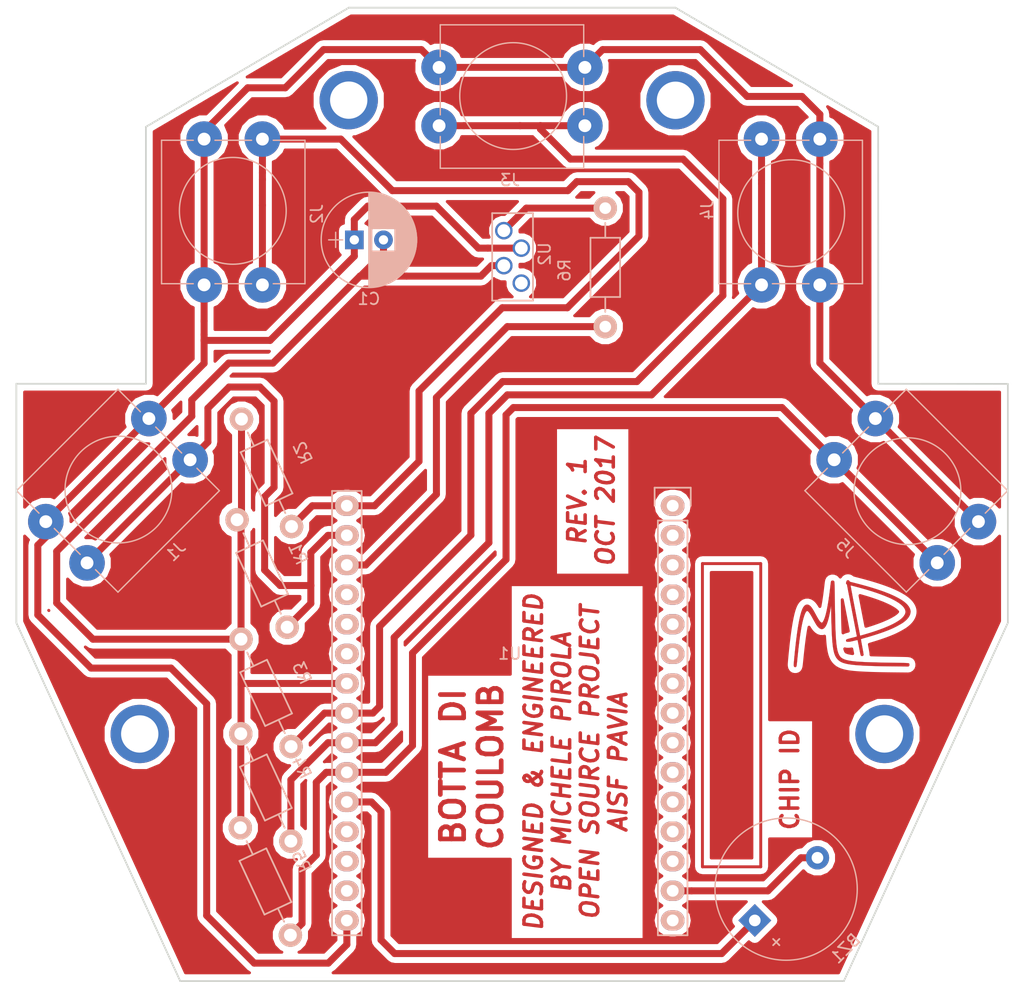
<source format=kicad_pcb>
(kicad_pcb (version 20170922) (host pcbnew no-vcs-found-246f8ca~60~ubuntu17.04.1)

(general
  (thickness 1.6)
  (drawings 63)
  (tracks 189)
  (zones 0)
  (modules 16)
  (nets 31)
)

(page A4)
(title_block
  (title "Botta di Coulomb")
  (date "09 October 2017")
  (rev 1)
  (company "AISF Pavia")
  (comment 1 "Designed and engineered by Michele Pirola")
  (comment 2 "Open source project")
)

(layers
  (0 F.Cu signal)
  (31 B.Cu signal)
  (32 B.Adhes user)
  (33 F.Adhes user)
  (34 B.Paste user)
  (35 F.Paste user)
  (36 B.SilkS user)
  (37 F.SilkS user)
  (38 B.Mask user)
  (39 F.Mask user)
  (40 Dwgs.User user)
  (41 Cmts.User user)
  (42 Eco1.User user)
  (43 Eco2.User user)
  (44 Edge.Cuts user)
  (45 Margin user)
  (46 B.CrtYd user)
  (47 F.CrtYd user)
  (48 B.Fab user)
  (49 F.Fab user)
)


(general
  (thickness 1.6)
  (drawings 63)
  (tracks 189)
  (zones 0)
  (modules 16)
  (nets 31)
)

(page A4)
(title_block
  (title "Botta di Coulomb")
  (date "09 October 2017")
  (rev 1)
  (company "AISF Pavia")
  (comment 1 "Designed and engineered by Michele Pirola")
  (comment 2 "Open source project")
)

(layers
  (0 F.Cu signal)
  (31 B.Cu signal)
  (32 B.Adhes user)
  (33 F.Adhes user)
  (34 B.Paste user)
  (35 F.Paste user)
  (36 B.SilkS user)
  (37 F.SilkS user)
  (38 B.Mask user)
  (39 F.Mask user)
  (40 Dwgs.User user)
  (41 Cmts.User user)
  (42 Eco1.User user)
  (43 Eco2.User user)
  (44 Edge.Cuts user)
  (45 Margin user)
  (46 B.CrtYd user)
  (47 F.CrtYd user)
  (48 B.Fab user)
  (49 F.Fab user)
)

(setup
  (last_trace_width 0.25)
  (user_trace_width 0.6)
  (trace_clearance 0)
  (zone_clearance 0.508)
  (zone_45_only no)
  (trace_min 0.2)
  (segment_width 0.2)
  (edge_width 0.15)
  (via_size 0.8)
  (via_drill 0.4)
  (via_min_size 0.4)
  (via_min_drill 0.3)
  (user_via 2 1)
  (uvia_size 0.3)
  (uvia_drill 0.1)
  (uvias_allowed no)
  (uvia_min_size 0.2)
  (uvia_min_drill 0.1)
  (pcb_text_width 0.3)
  (pcb_text_size 1.5 1.5)
  (mod_edge_width 0.15)
  (mod_text_size 1 1)
  (mod_text_width 0.15)
  (pad_size 1.5 1.5)
  (pad_drill 1.1)
  (pad_to_mask_clearance 0.2)
  (aux_axis_origin 0 0)
  (visible_elements FFFFFF7F)
  (pcbplotparams
    (layerselection 0x01000_ffffffff)
    (usegerberextensions false)
    (usegerberattributes true)
    (usegerberadvancedattributes true)
    (creategerberjobfile true)
    (excludeedgelayer true)
    (linewidth 0.100000)
    (plotframeref false)
    (viasonmask false)
    (mode 1)
    (useauxorigin false)
    (hpglpennumber 1)
    (hpglpenspeed 20)
    (hpglpendiameter 15)
    (psnegative false)
    (psa4output false)
    (plotreference true)
    (plotvalue true)
    (plotinvisibletext false)
    (padsonsilk false)
    (subtractmaskfromsilk false)
    (outputformat 4)
    (mirror false)
    (drillshape 0)
    (scaleselection 1)
    (outputdirectory /home/michele/Dropbox/AISF/cervellone/pcb_telecomando_rev1/grafica/))
)

(net 0 "")
(net 1 GND)
(net 2 +3V3)
(net 3 "Net-(J1-Pad1)")
(net 4 "Net-(J2-Pad1)")
(net 5 "Net-(J3-Pad1)")
(net 6 "Net-(J4-Pad1)")
(net 7 "Net-(J5-Pad1)")
(net 8 "Net-(BZ1-Pad1)")
(net 9 "Net-(BZ1-Pad2)")
(net 10 "Net-(R6-Pad1)")
(net 11 "Net-(R6-Pad2)")
(net 12 "Net-(U1-Pad1)")
(net 13 "Net-(U1-Pad2)")
(net 14 "Net-(U1-Pad3)")
(net 15 "Net-(U1-Pad4)")
(net 16 "Net-(U1-Pad5)")
(net 17 "Net-(U1-Pad6)")
(net 18 "Net-(U1-Pad7)")
(net 19 "Net-(U1-Pad8)")
(net 20 "Net-(U1-Pad9)")
(net 21 "Net-(U1-Pad10)")
(net 22 "Net-(U1-Pad11)")
(net 23 "Net-(U1-Pad12)")
(net 24 "Net-(U1-Pad13)")
(net 25 "Net-(U1-Pad15)")
(net 26 "Net-(U1-Pad18)")
(net 27 "Net-(U1-Pad17)")
(net 28 "Net-(U1-Pad19)")
(net 29 "Net-(U1-Pad25)")
(net 30 "Net-(U1-Pad26)")

(net_class Default "This is the default net class."
  (clearance 0)
  (trace_width 0.25)
  (via_dia 0.8)
  (via_drill 0.4)
  (uvia_dia 0.3)
  (uvia_drill 0.1)
  (add_net +3V3)
  (add_net GND)
  (add_net "Net-(BZ1-Pad1)")
  (add_net "Net-(BZ1-Pad2)")
  (add_net "Net-(J1-Pad1)")
  (add_net "Net-(J2-Pad1)")
  (add_net "Net-(J3-Pad1)")
  (add_net "Net-(J4-Pad1)")
  (add_net "Net-(J5-Pad1)")
  (add_net "Net-(R6-Pad1)")
  (add_net "Net-(R6-Pad2)")
  (add_net "Net-(U1-Pad1)")
  (add_net "Net-(U1-Pad10)")
  (add_net "Net-(U1-Pad11)")
  (add_net "Net-(U1-Pad12)")
  (add_net "Net-(U1-Pad13)")
  (add_net "Net-(U1-Pad15)")
  (add_net "Net-(U1-Pad17)")
  (add_net "Net-(U1-Pad18)")
  (add_net "Net-(U1-Pad19)")
  (add_net "Net-(U1-Pad2)")
  (add_net "Net-(U1-Pad25)")
  (add_net "Net-(U1-Pad26)")
  (add_net "Net-(U1-Pad3)")
  (add_net "Net-(U1-Pad4)")
  (add_net "Net-(U1-Pad5)")
  (add_net "Net-(U1-Pad6)")
  (add_net "Net-(U1-Pad7)")
  (add_net "Net-(U1-Pad8)")
  (add_net "Net-(U1-Pad9)")
)

  (module logo:logo_mic (layer F.Cu) (tedit 0) (tstamp 59EFD06C)
    (at 181.12 108.04)
    (fp_text reference G*** (at 0 0) (layer F.SilkS) hide
      (effects (font (thickness 0.3)))
    )
    (fp_text value LOGO (at 0.75 0) (layer F.SilkS) hide
      (effects (font (thickness 0.3)))
    )
    (fp_poly (pts (xy -0.308935 -3.72059) (xy -0.276994 -3.707833) (xy -0.255135 -3.684261) (xy -0.231039 -3.648839)
      (xy -0.227104 -3.641985) (xy -0.200273 -3.593681) (xy 0.377858 -3.44634) (xy 0.849658 -3.322734)
      (xy 1.296437 -3.198792) (xy 1.717825 -3.074641) (xy 2.113453 -2.950401) (xy 2.48295 -2.826198)
      (xy 2.825945 -2.702155) (xy 3.142069 -2.578395) (xy 3.430951 -2.455042) (xy 3.640165 -2.357719)
      (xy 3.885723 -2.233522) (xy 4.104461 -2.111682) (xy 4.297301 -1.991474) (xy 4.465163 -1.872177)
      (xy 4.608971 -1.753068) (xy 4.729644 -1.633424) (xy 4.828105 -1.512522) (xy 4.905275 -1.389639)
      (xy 4.9258 -1.349413) (xy 4.965766 -1.25952) (xy 4.99143 -1.182157) (xy 5.005292 -1.107562)
      (xy 5.009848 -1.025974) (xy 5.009879 -1.020805) (xy 4.996734 -0.890542) (xy 4.956989 -0.757732)
      (xy 4.89166 -0.62388) (xy 4.801761 -0.490491) (xy 4.688309 -0.359073) (xy 4.55232 -0.231131)
      (xy 4.39481 -0.108171) (xy 4.39375 -0.107414) (xy 4.299204 -0.043857) (xy 4.183779 0.027359)
      (xy 4.052504 0.103512) (xy 3.91041 0.18188) (xy 3.762527 0.259743) (xy 3.613886 0.334377)
      (xy 3.469517 0.403061) (xy 3.358329 0.452826) (xy 3.102995 0.558811) (xy 2.821521 0.667179)
      (xy 2.515527 0.77738) (xy 2.18663 0.888862) (xy 1.836448 1.001074) (xy 1.4666 1.113465)
      (xy 1.140907 1.207895) (xy 1.028944 1.239738) (xy 0.940951 1.265077) (xy 0.87404 1.285014)
      (xy 0.825325 1.300649) (xy 0.791918 1.313081) (xy 0.770933 1.323411) (xy 0.759483 1.33274)
      (xy 0.75468 1.342167) (xy 0.753638 1.352793) (xy 0.753627 1.355493) (xy 0.756144 1.377752)
      (xy 0.763297 1.423991) (xy 0.774488 1.490771) (xy 0.789119 1.574655) (xy 0.806592 1.672207)
      (xy 0.82631 1.779987) (xy 0.843506 1.87237) (xy 0.875363 2.042279) (xy 0.902355 2.186934)
      (xy 0.924732 2.30852) (xy 0.942741 2.409221) (xy 0.956633 2.491223) (xy 0.966656 2.556711)
      (xy 0.973059 2.60787) (xy 0.97609 2.646885) (xy 0.975999 2.675941) (xy 0.973035 2.697224)
      (xy 0.967446 2.712918) (xy 0.959481 2.725208) (xy 0.949389 2.736281) (xy 0.942668 2.742997)
      (xy 0.897016 2.771012) (xy 0.842687 2.779118) (xy 0.789666 2.767362) (xy 0.753406 2.742128)
      (xy 0.745131 2.731127) (xy 0.73678 2.714479) (xy 0.727805 2.689826) (xy 0.71766 2.654814)
      (xy 0.705795 2.607087) (xy 0.691664 2.544289) (xy 0.67472 2.464064) (xy 0.654414 2.364057)
      (xy 0.6302 2.241911) (xy 0.601529 2.095271) (xy 0.593656 2.054793) (xy 0.466905 1.402583)
      (xy 0.432326 1.407069) (xy 0.408827 1.411607) (xy 0.36276 1.421748) (xy 0.298664 1.436446)
      (xy 0.221081 1.454655) (xy 0.134551 1.475328) (xy 0.104671 1.482546) (xy 0.000544 1.507337)
      (xy -0.082147 1.52579) (xy -0.148922 1.538817) (xy -0.2053 1.54733) (xy -0.256799 1.552242)
      (xy -0.308939 1.554465) (xy -0.332605 1.554818) (xy -0.39801 1.55498) (xy -0.441527 1.553331)
      (xy -0.469172 1.548757) (xy -0.486961 1.540143) (xy -0.500909 1.526375) (xy -0.503566 1.523152)
      (xy -0.525834 1.476759) (xy -0.527651 1.425031) (xy -0.509103 1.379031) (xy -0.502387 1.370876)
      (xy -0.489239 1.359121) (xy -0.470636 1.347597) (xy -0.443898 1.335481) (xy -0.406347 1.321952)
      (xy -0.355305 1.306185) (xy -0.288091 1.28736) (xy -0.202029 1.264653) (xy -0.094437 1.237242)
      (xy 0.037362 1.204306) (xy 0.052335 1.200588) (xy 0.167953 1.171422) (xy 0.258226 1.14754)
      (xy 0.325098 1.128346) (xy 0.37051 1.113248) (xy 0.396405 1.101651) (xy 0.404725 1.092962)
      (xy 0.404726 1.092876) (xy 0.402131 1.077151) (xy 0.394532 1.03548) (xy 0.382207 0.969325)
      (xy 0.365436 0.880147) (xy 0.344496 0.769408) (xy 0.319667 0.63857) (xy 0.291226 0.489094)
      (xy 0.259454 0.322441) (xy 0.224627 0.140074) (xy 0.187025 -0.056546) (xy 0.146926 -0.265957)
      (xy 0.104609 -0.486698) (xy 0.060353 -0.717307) (xy 0.014436 -0.956322) (xy -0.02082 -1.139681)
      (xy -0.432453 -3.27967) (xy -0.133247 -3.27967) (xy -0.132575 -3.266143) (xy -0.126724 -3.226233)
      (xy -0.115882 -3.160951) (xy -0.100236 -3.071305) (xy -0.079972 -2.958306) (xy -0.055277 -2.822962)
      (xy -0.026339 -2.666284) (xy 0.006655 -2.489279) (xy 0.043518 -2.292959) (xy 0.084064 -2.078332)
      (xy 0.128104 -1.846408) (xy 0.175453 -1.598195) (xy 0.225923 -1.334705) (xy 0.260479 -1.154862)
      (xy 0.315606 -0.868288) (xy 0.365704 -0.607871) (xy 0.411017 -0.372363) (xy 0.451791 -0.160511)
      (xy 0.488273 0.028933) (xy 0.520709 0.19722) (xy 0.549345 0.345601) (xy 0.574427 0.475327)
      (xy 0.596201 0.587647) (xy 0.614914 0.683812) (xy 0.63081 0.765073) (xy 0.644137 0.83268)
      (xy 0.655141 0.887883) (xy 0.664067 0.931934) (xy 0.671161 0.966081) (xy 0.676671 0.991576)
      (xy 0.680841 1.00967) (xy 0.683918 1.021612) (xy 0.686148 1.028653) (xy 0.687778 1.032044)
      (xy 0.689053 1.033034) (xy 0.690219 1.032875) (xy 0.691016 1.032747) (xy 0.705655 1.029036)
      (xy 0.743554 1.018573) (xy 0.801161 1.002362) (xy 0.874924 0.981409) (xy 0.961291 0.956718)
      (xy 1.05671 0.929295) (xy 1.057097 0.929184) (xy 1.490889 0.800131) (xy 1.896837 0.670963)
      (xy 2.275007 0.541651) (xy 2.625464 0.412169) (xy 2.948277 0.282488) (xy 3.243512 0.152582)
      (xy 3.511236 0.022423) (xy 3.751515 -0.108017) (xy 3.964416 -0.238764) (xy 4.067426 -0.309082)
      (xy 4.204019 -0.415721) (xy 4.323045 -0.528391) (xy 4.421983 -0.644175) (xy 4.498315 -0.760159)
      (xy 4.545644 -0.86242) (xy 4.570177 -0.949814) (xy 4.57557 -1.031327) (xy 4.561983 -1.11784)
      (xy 4.550008 -1.16037) (xy 4.499334 -1.278987) (xy 4.420844 -1.398463) (xy 4.31462 -1.518752)
      (xy 4.180743 -1.639811) (xy 4.019296 -1.761596) (xy 3.830359 -1.884063) (xy 3.614015 -2.007167)
      (xy 3.370344 -2.130865) (xy 3.09943 -2.255112) (xy 2.801353 -2.379864) (xy 2.476195 -2.505077)
      (xy 2.124038 -2.630706) (xy 1.744963 -2.756709) (xy 1.395605 -2.865909) (xy 1.282432 -2.899869)
      (xy 1.1585 -2.936236) (xy 1.026658 -2.974237) (xy 0.889756 -3.013102) (xy 0.750646 -3.05206)
      (xy 0.612178 -3.090338) (xy 0.477201 -3.127166) (xy 0.348568 -3.161772) (xy 0.229127 -3.193384)
      (xy 0.121729 -3.221232) (xy 0.029226 -3.244543) (xy -0.045533 -3.262546) (xy -0.099697 -3.27447)
      (xy -0.130416 -3.279544) (xy -0.133247 -3.27967) (xy -0.432453 -3.27967) (xy -0.446366 -3.351996)
      (xy -0.489814 -3.392583) (xy -0.517816 -3.422999) (xy -0.528022 -3.450934) (xy -0.526229 -3.485513)
      (xy -0.514703 -3.541979) (xy -0.496379 -3.600947) (xy -0.474489 -3.654155) (xy -0.452262 -3.693341)
      (xy -0.439574 -3.707085) (xy -0.404113 -3.720704) (xy -0.356166 -3.725226) (xy -0.308935 -3.72059)) (layer F.Cu) (width 0.01))
    (fp_poly (pts (xy -1.604957 -3.687057) (xy -1.556095 -3.653987) (xy -1.525621 -3.600361) (xy -1.522428 -3.589444)
      (xy -1.520105 -3.567499) (xy -1.517524 -3.519904) (xy -1.514742 -3.448917) (xy -1.511814 -3.356797)
      (xy -1.508798 -3.245804) (xy -1.505751 -3.118197) (xy -1.502729 -2.976235) (xy -1.499789 -2.822177)
      (xy -1.496989 -2.658284) (xy -1.494384 -2.486813) (xy -1.493953 -2.456263) (xy -1.488312 -2.061928)
      (xy -1.482731 -1.694249) (xy -1.477165 -1.351973) (xy -1.471574 -1.033843) (xy -1.465915 -0.738606)
      (xy -1.460145 -0.465006) (xy -1.454222 -0.211789) (xy -1.448104 0.022302) (xy -1.441748 0.238519)
      (xy -1.435112 0.438119) (xy -1.428154 0.622356) (xy -1.420831 0.792485) (xy -1.413102 0.949762)
      (xy -1.404923 1.09544) (xy -1.396252 1.230776) (xy -1.387047 1.357023) (xy -1.377266 1.475437)
      (xy -1.366865 1.587273) (xy -1.355804 1.693785) (xy -1.353051 1.718651) (xy -1.32969 1.909291)
      (xy -1.304757 2.07559) (xy -1.277423 2.221108) (xy -1.246856 2.349408) (xy -1.212225 2.46405)
      (xy -1.172699 2.568595) (xy -1.135763 2.649879) (xy -1.101998 2.713372) (xy -1.06433 2.772713)
      (xy -1.021773 2.828057) (xy -0.973346 2.879558) (xy -0.918064 2.927372) (xy -0.854945 2.971652)
      (xy -0.783005 3.012554) (xy -0.701261 3.050232) (xy -0.60873 3.08484) (xy -0.504429 3.116534)
      (xy -0.387374 3.145468) (xy -0.256583 3.171797) (xy -0.111071 3.195676) (xy 0.050143 3.217258)
      (xy 0.228044 3.236699) (xy 0.423615 3.254154) (xy 0.637838 3.269777) (xy 0.871698 3.283723)
      (xy 1.126176 3.296146) (xy 1.402258 3.307201) (xy 1.700924 3.317043) (xy 2.02316 3.325826)
      (xy 2.369948 3.333705) (xy 2.742271 3.340836) (xy 3.141112 3.347371) (xy 3.314561 3.349944)
      (xy 3.491456 3.352587) (xy 3.665649 3.355358) (xy 3.834298 3.358202) (xy 3.994562 3.361064)
      (xy 4.143598 3.363888) (xy 4.278567 3.366619) (xy 4.396624 3.369201) (xy 4.49493 3.371581)
      (xy 4.570643 3.373701) (xy 4.615956 3.375293) (xy 4.711741 3.379605) (xy 4.783316 3.384604)
      (xy 4.834362 3.392031) (xy 4.86856 3.403623) (xy 4.889593 3.421119) (xy 4.901142 3.44626)
      (xy 4.906888 3.480783) (xy 4.909614 3.514001) (xy 4.911949 3.560767) (xy 4.908149 3.589849)
      (xy 4.894802 3.611342) (xy 4.868667 3.635199) (xy 4.821813 3.674739) (xy 3.789066 3.665744)
      (xy 3.383354 3.661692) (xy 3.003883 3.65681) (xy 2.648993 3.651052) (xy 2.317025 3.644372)
      (xy 2.006318 3.636724) (xy 1.715213 3.628063) (xy 1.44205 3.618341) (xy 1.185168 3.607514)
      (xy 0.942909 3.595535) (xy 0.713612 3.582358) (xy 0.662912 3.579178) (xy 0.388765 3.559569)
      (xy 0.140769 3.537095) (xy -0.082732 3.511256) (xy -0.283399 3.481552) (xy -0.46289 3.447482)
      (xy -0.622865 3.408546) (xy -0.764983 3.364244) (xy -0.890902 3.314075) (xy -1.002282 3.257539)
      (xy -1.100781 3.194137) (xy -1.18806 3.123367) (xy -1.265776 3.044729) (xy -1.317463 2.982017)
      (xy -1.365141 2.914986) (xy -1.409404 2.842194) (xy -1.450402 2.762468) (xy -1.488283 2.674637)
      (xy -1.523196 2.577528) (xy -1.55529 2.469969) (xy -1.584714 2.350787) (xy -1.611618 2.21881)
      (xy -1.636149 2.072866) (xy -1.658457 1.911782) (xy -1.678691 1.734386) (xy -1.696999 1.539507)
      (xy -1.713532 1.32597) (xy -1.728437 1.092605) (xy -1.741863 0.838239) (xy -1.75396 0.561699)
      (xy -1.764876 0.261814) (xy -1.77476 -0.06259) (xy -1.783762 -0.412684) (xy -1.791148 -0.746648)
      (xy -1.807307 -1.528187) (xy -1.860051 -1.228132) (xy -1.90821 -0.965998) (xy -1.955963 -0.730442)
      (xy -2.003693 -0.520141) (xy -2.051786 -0.333772) (xy -2.100627 -0.170013) (xy -2.1506 -0.02754)
      (xy -2.202091 0.094968) (xy -2.255485 0.198837) (xy -2.292753 0.259014) (xy -2.367216 0.353493)
      (xy -2.445067 0.420357) (xy -2.526006 0.459655) (xy -2.609732 0.47144) (xy -2.695947 0.455764)
      (xy -2.784351 0.412676) (xy -2.874645 0.34223) (xy -2.96653 0.244476) (xy -3.05364 0.128382)
      (xy -3.08256 0.08341) (xy -3.121822 0.018395) (xy -3.168749 -0.062018) (xy -3.220663 -0.15318)
      (xy -3.274888 -0.250447) (xy -3.328602 -0.348901) (xy -3.422291 -0.519892) (xy -3.505798 -0.666235)
      (xy -3.579864 -0.788968) (xy -3.645231 -0.889128) (xy -3.702641 -0.967753) (xy -3.752835 -1.025881)
      (xy -3.796554 -1.064549) (xy -3.83454 -1.084795) (xy -3.857088 -1.088571) (xy -3.897657 -1.074889)
      (xy -3.940428 -1.034688) (xy -3.984955 -0.969236) (xy -4.030794 -0.8798) (xy -4.077498 -0.767646)
      (xy -4.124624 -0.634043) (xy -4.171725 -0.480258) (xy -4.218355 -0.307558) (xy -4.264071 -0.117211)
      (xy -4.308426 0.089516) (xy -4.350975 0.311356) (xy -4.353088 0.323047) (xy -4.394301 0.56253)
      (xy -4.435313 0.822573) (xy -4.476246 1.10414) (xy -4.517223 1.408196) (xy -4.558367 1.735703)
      (xy -4.5998 2.087626) (xy -4.641645 2.464928) (xy -4.684025 2.868574) (xy -4.710529 3.131549)
      (xy -4.72485 3.273337) (xy -4.7373 3.389868) (xy -4.748367 3.483698) (xy -4.758539 3.557382)
      (xy -4.768304 3.613475) (xy -4.778151 3.654534) (xy -4.788566 3.683112) (xy -4.800038 3.701767)
      (xy -4.813055 3.713053) (xy -4.822438 3.717595) (xy -4.856637 3.724461) (xy -4.898717 3.725472)
      (xy -4.935045 3.720847) (xy -4.948226 3.715583) (xy -4.984127 3.676153) (xy -5.004442 3.617288)
      (xy -5.010159 3.545219) (xy -5.008595 3.497188) (xy -5.004119 3.424061) (xy -4.996986 3.328473)
      (xy -4.987451 3.213062) (xy -4.97577 3.080462) (xy -4.962196 2.93331) (xy -4.946986 2.774241)
      (xy -4.930394 2.605891) (xy -4.912675 2.430897) (xy -4.894084 2.251894) (xy -4.874877 2.071517)
      (xy -4.855308 1.892404) (xy -4.835632 1.717189) (xy -4.821084 1.590989) (xy -4.772475 1.191616)
      (xy -4.722947 0.818708) (xy -4.67253 0.47241) (xy -4.621252 0.15287) (xy -4.569142 -0.139765)
      (xy -4.516229 -0.405348) (xy -4.462542 -0.643733) (xy -4.40811 -0.854773) (xy -4.352961 -1.038321)
      (xy -4.297126 -1.19423) (xy -4.251384 -1.300219) (xy -4.184682 -1.420502) (xy -4.111622 -1.514939)
      (xy -4.033264 -1.583262) (xy -3.950666 -1.625203) (xy -3.864889 -1.640495) (xy -3.776994 -1.628868)
      (xy -3.688038 -1.590056) (xy -3.599083 -1.52379) (xy -3.551942 -1.47706) (xy -3.510297 -1.429429)
      (xy -3.468111 -1.375309) (xy -3.423599 -1.311869) (xy -3.374981 -1.23628) (xy -3.320472 -1.145711)
      (xy -3.258291 -1.037332) (xy -3.186654 -0.908312) (xy -3.141042 -0.824701) (xy -3.063577 -0.682875)
      (xy -2.997157 -0.563421) (xy -2.940215 -0.463813) (xy -2.891182 -0.381524) (xy -2.848491 -0.314027)
      (xy -2.810572 -0.258795) (xy -2.775857 -0.213302) (xy -2.742779 -0.17502) (xy -2.728362 -0.159835)
      (xy -2.67836 -0.114216) (xy -2.634848 -0.08879) (xy -2.595474 -0.084678) (xy -2.557888 -0.103)
      (xy -2.519739 -0.144876) (xy -2.478674 -0.211427) (xy -2.434098 -0.300055) (xy -2.379542 -0.428898)
      (xy -2.325947 -0.5827) (xy -2.273258 -0.761747) (xy -2.22142 -0.966325) (xy -2.170378 -1.196718)
      (xy -2.120077 -1.453214) (xy -2.070462 -1.736097) (xy -2.021479 -2.045652) (xy -1.973071 -2.382166)
      (xy -1.925185 -2.745924) (xy -1.877766 -3.137212) (xy -1.862231 -3.272243) (xy -1.850752 -3.36747)
      (xy -1.839004 -3.454543) (xy -1.827677 -3.529066) (xy -1.81746 -3.586642) (xy -1.809043 -3.622877)
      (xy -1.80595 -3.631197) (xy -1.777197 -3.669974) (xy -1.736765 -3.691225) (xy -1.677907 -3.698295)
      (xy -1.670547 -3.698351) (xy -1.604957 -3.687057)) (layer F.Cu) (width 0.01))
  )

  (module Resistors_THT:Resistor_Horizontal_RM10mm (layer B.Cu) (tedit 56648415) (tstamp 5989B6CB)
    (at 132.67 108.34 115)
    (descr "Resistor, Axial,  RM 10mm, 1/3W")
    (tags "Resistor Axial RM 10mm 1/3W")
    (path /5975EE6C)
    (fp_text reference R1 (at 5.32892 3.50012 115) (layer B.SilkS)
      (effects (font (size 1 1) (thickness 0.15)) (justify mirror))
    )
    (fp_text value 10k (at 5.08 -3.81 115) (layer B.Fab)
      (effects (font (size 1 1) (thickness 0.15)) (justify mirror))
    )
    (fp_line (start -1.25 1.500001) (end 11.4 1.499999) (layer B.CrtYd) (width 0.05))
    (fp_line (start -1.25 -1.5) (end -1.25 1.500001) (layer B.CrtYd) (width 0.05))
    (fp_line (start 11.4 1.499999) (end 11.4 -1.5) (layer B.CrtYd) (width 0.05))
    (fp_line (start -1.25 -1.5) (end 11.4 -1.5) (layer B.CrtYd) (width 0.05))
    (fp_line (start 2.54 1.27) (end 7.62 1.27) (layer B.SilkS) (width 0.15))
    (fp_line (start 7.62 1.27) (end 7.62 -1.27) (layer B.SilkS) (width 0.15))
    (fp_line (start 7.62 -1.27) (end 2.54 -1.27) (layer B.SilkS) (width 0.15))
    (fp_line (start 2.54 -1.27) (end 2.54 1.27) (layer B.SilkS) (width 0.15))
    (fp_line (start 2.54 0) (end 1.27 0) (layer B.SilkS) (width 0.15))
    (fp_line (start 7.62 0) (end 8.89 0) (layer B.SilkS) (width 0.15))
    (pad 1 thru_hole circle (at 0 0 115) (size 1.99898 1.99898) (drill 1.1) (layers *.Cu *.SilkS *.Mask)
      (net 3 "Net-(J1-Pad1)"))
    (pad 2 thru_hole circle (at 10.16 0 115) (size 1.99898 1.99898) (drill 1.1) (layers *.Cu *.SilkS *.Mask)
      (net 1 GND))
    (model Resistors_ThroughHole.3dshapes/Resistor_Horizontal_RM10mm.wrl
      (at (xyz 0.2 0 0))
      (scale (xyz 0.4 0.4 0.4))
      (rotate (xyz 0 0 0))
    )
    (model ${KISYS3DMOD}/Resistors_THT.3dshapes/R_Axial_DIN0411_L9.9mm_D3.6mm_P12.70mm_Horizontal.wrl
      (at (xyz 0 0 0))
      (scale (xyz 0.315 0.315 0.315))
      (rotate (xyz 0 0 0))
    )
  )

  (module nodemcu:NodeMCU_0.9 (layer B.Cu) (tedit 567C3C58) (tstamp 59A57FD7)
    (at 165.73 97.93 180)
    (descr "Through-hole-mounted NodeMCU 0.9")
    (tags nodemcu)
    (path /5975E3C5)
    (fp_text reference U1 (at 13.97 -12.68 180) (layer B.SilkS)
      (effects (font (size 1 1) (thickness 0.15)) (justify mirror))
    )
    (fp_text value NodeMCU (at 13.97 -16.51 180) (layer B.Fab)
      (effects (font (size 2 2) (thickness 0.15)) (justify mirror))
    )
    (fp_line (start 1.5 -40.55) (end -2.55 -36.55) (layer B.CrtYd) (width 0.15))
    (fp_line (start 18.53 -35.309962) (end 18.53 -40.56) (layer B.CrtYd) (width 0.15))
    (fp_line (start 9.079978 -35.31) (end 18.53 -35.31) (layer B.CrtYd) (width 0.15))
    (fp_line (start 9.08 -40.57) (end 9.08 -35.309848) (layer B.CrtYd) (width 0.15))
    (fp_line (start 30.48 2.050004) (end 30.48 -36.57) (layer B.CrtYd) (width 0.15))
    (fp_line (start 1.498075 6.04) (end 26.450001 6.04) (layer B.CrtYd) (width 0.15))
    (fp_line (start -2.54 -36.550001) (end -2.54 2.05002) (layer B.CrtYd) (width 0.15))
    (fp_line (start 1.499994 -40.569) (end 26.44 -40.569) (layer B.CrtYd) (width 0.15))
    (fp_line (start -1.27 -1.27) (end -1.27 -36.83) (layer B.SilkS) (width 0.15))
    (fp_line (start -1.27 -36.83) (end 1.27 -36.83) (layer B.SilkS) (width 0.15))
    (fp_line (start 1.27 -36.83) (end 1.27 -1.27) (layer B.SilkS) (width 0.15))
    (fp_line (start 1.55 1.55) (end 1.55 0) (layer B.SilkS) (width 0.15))
    (fp_line (start 1.27 -1.27) (end -1.27 -1.27) (layer B.SilkS) (width 0.15))
    (fp_line (start -1.55 0) (end -1.55 1.55) (layer B.SilkS) (width 0.15))
    (fp_line (start -1.55 1.55) (end 1.55 1.55) (layer B.SilkS) (width 0.15))
    (fp_line (start 26.67 -36.83) (end 29.21 -36.83) (layer B.SilkS) (width 0.15))
    (fp_line (start 26.67 1.27) (end 26.67 -36.83) (layer B.SilkS) (width 0.15))
    (fp_line (start 29.21 1.27) (end 26.67 1.27) (layer B.SilkS) (width 0.15))
    (fp_line (start 29.21 -36.83) (end 29.21 1.27) (layer B.SilkS) (width 0.15))
    (fp_line (start 30.5 2.05) (end 26.45 6.05) (layer B.CrtYd) (width 0.15))
    (fp_line (start 1.5 6.05) (end -2.54 2.05) (layer B.CrtYd) (width 0.15))
    (fp_line (start 30.48 -36.57) (end 26.44 -40.57) (layer B.CrtYd) (width 0.15))
    (pad 1 thru_hole oval (at 0 0 180) (size 2.032 1.7272) (drill 1.016) (layers *.Cu *.Mask B.SilkS)
      (net 12 "Net-(U1-Pad1)"))
    (pad 2 thru_hole oval (at 0 -2.54 180) (size 2.032 1.7272) (drill 1.016) (layers *.Cu *.Mask B.SilkS)
      (net 13 "Net-(U1-Pad2)"))
    (pad 3 thru_hole oval (at 0 -5.08 180) (size 2.032 1.7272) (drill 1.016) (layers *.Cu *.Mask B.SilkS)
      (net 14 "Net-(U1-Pad3)"))
    (pad 4 thru_hole oval (at 0 -7.62 180) (size 2.032 1.7272) (drill 1.016) (layers *.Cu *.Mask B.SilkS)
      (net 15 "Net-(U1-Pad4)"))
    (pad 5 thru_hole oval (at 0 -10.16 180) (size 2.032 1.7272) (drill 1.016) (layers *.Cu *.Mask B.SilkS)
      (net 16 "Net-(U1-Pad5)"))
    (pad 6 thru_hole oval (at 0 -12.7 180) (size 2.032 1.7272) (drill 1.016) (layers *.Cu *.Mask B.SilkS)
      (net 17 "Net-(U1-Pad6)"))
    (pad 7 thru_hole oval (at 0 -15.24 180) (size 2.032 1.7272) (drill 1.016) (layers *.Cu *.Mask B.SilkS)
      (net 18 "Net-(U1-Pad7)"))
    (pad 8 thru_hole oval (at 0 -17.78 180) (size 2.032 1.7272) (drill 1.016) (layers *.Cu *.Mask B.SilkS)
      (net 19 "Net-(U1-Pad8)"))
    (pad 9 thru_hole oval (at 0 -20.32 180) (size 2.032 1.7272) (drill 1.016) (layers *.Cu *.Mask B.SilkS)
      (net 20 "Net-(U1-Pad9)"))
    (pad 10 thru_hole oval (at 0 -22.86 180) (size 2.032 1.7272) (drill 1.016) (layers *.Cu *.Mask B.SilkS)
      (net 21 "Net-(U1-Pad10)"))
    (pad 11 thru_hole oval (at 0 -25.4 180) (size 2.032 1.7272) (drill 1.016) (layers *.Cu *.Mask B.SilkS)
      (net 22 "Net-(U1-Pad11)"))
    (pad 12 thru_hole oval (at 0 -27.94 180) (size 2.032 1.7272) (drill 1.016) (layers *.Cu *.Mask B.SilkS)
      (net 23 "Net-(U1-Pad12)"))
    (pad 13 thru_hole oval (at 0 -30.48 180) (size 2.032 1.7272) (drill 1.016) (layers *.Cu *.Mask B.SilkS)
      (net 24 "Net-(U1-Pad13)"))
    (pad 14 thru_hole oval (at 0 -33.02 180) (size 2.032 1.7272) (drill 1.016) (layers *.Cu *.Mask B.SilkS)
      (net 9 "Net-(BZ1-Pad2)"))
    (pad 15 thru_hole oval (at 0 -35.56 180) (size 2.032 1.7272) (drill 1.016) (layers *.Cu *.Mask B.SilkS)
      (net 25 "Net-(U1-Pad15)"))
    (pad 30 thru_hole oval (at 27.94 0 180) (size 2.032 1.7272) (drill 1.016) (layers *.Cu *.Mask B.SilkS)
      (net 4 "Net-(J2-Pad1)"))
    (pad 18 thru_hole oval (at 27.94 -30.48 180) (size 2.032 1.7272) (drill 1.016) (layers *.Cu *.Mask B.SilkS)
      (net 26 "Net-(U1-Pad18)"))
    (pad 17 thru_hole oval (at 27.94 -33.02 180) (size 2.032 1.7272) (drill 1.016) (layers *.Cu *.Mask B.SilkS)
      (net 27 "Net-(U1-Pad17)"))
    (pad 19 thru_hole oval (at 27.94 -27.94 180) (size 2.032 1.7272) (drill 1.016) (layers *.Cu *.Mask B.SilkS)
      (net 28 "Net-(U1-Pad19)"))
    (pad 25 thru_hole oval (at 27.94 -12.7 180) (size 2.032 1.7272) (drill 1.016) (layers *.Cu *.Mask B.SilkS)
      (net 29 "Net-(U1-Pad25)"))
    (pad 26 thru_hole oval (at 27.94 -10.16 180) (size 2.032 1.7272) (drill 1.016) (layers *.Cu *.Mask B.SilkS)
      (net 30 "Net-(U1-Pad26)"))
    (pad 24 thru_hole oval (at 27.94 -15.24 180) (size 2.032 1.7272) (drill 1.016) (layers *.Cu *.Mask B.SilkS)
      (net 1 GND))
    (pad 16 thru_hole oval (at 27.94 -35.56 180) (size 2.032 1.7272) (drill 1.016) (layers *.Cu *.Mask B.SilkS)
      (net 2 +3V3))
    (pad 22 thru_hole oval (at 27.94 -20.32 180) (size 2.032 1.7272) (drill 1.016) (layers *.Cu *.Mask B.SilkS)
      (net 6 "Net-(J4-Pad1)"))
    (pad 23 thru_hole oval (at 27.94 -17.78 180) (size 2.032 1.7272) (drill 1.016) (layers *.Cu *.Mask B.SilkS)
      (net 5 "Net-(J3-Pad1)"))
    (pad 21 thru_hole oval (at 27.94 -22.86 180) (size 2.032 1.7272) (drill 1.016) (layers *.Cu *.Mask B.SilkS)
      (net 7 "Net-(J5-Pad1)"))
    (pad 20 thru_hole oval (at 27.94 -25.4 180) (size 2.032 1.7272) (drill 1.016) (layers *.Cu *.Mask B.SilkS)
      (net 8 "Net-(BZ1-Pad1)"))
    (pad 28 thru_hole oval (at 27.94 -5.08 180) (size 2.032 1.7272) (drill 1.016) (layers *.Cu *.Mask B.SilkS)
      (net 11 "Net-(R6-Pad2)"))
    (pad 27 thru_hole oval (at 27.94 -7.62 180) (size 2.032 1.7272) (drill 1.016) (layers *.Cu *.Mask B.SilkS))
    (pad 29 thru_hole oval (at 27.94 -2.54 180) (size 2.032 1.7272) (drill 1.016) (layers *.Cu *.Mask B.SilkS)
      (net 3 "Net-(J1-Pad1)"))
    (model ${KISYS3DMOD}/Socket_Strips.3dshapes/Socket_Strip_Straight_1x15_Pitch2.54mm.wrl
      (at (xyz 0 -0.7000000000000001 0))
      (scale (xyz 1 1 1))
      (rotate (xyz 0 0 90))
    )
    (model ${KISYS3DMOD}/Socket_Strips.3dshapes/Socket_Strip_Straight_1x15_Pitch2.54mm.wrl
      (at (xyz 1.1 -0.7000000000000001 0))
      (scale (xyz 1 1 1))
      (rotate (xyz 0 0 90))
    )
  )

  (module Resistors_THT:Resistor_Horizontal_RM10mm (layer B.Cu) (tedit 56648415) (tstamp 59B4F1FA)
    (at 159.95 72.41 270)
    (descr "Resistor, Axial,  RM 10mm, 1/3W")
    (tags "Resistor Axial RM 10mm 1/3W")
    (path /5997F89A)
    (fp_text reference R6 (at 5.32892 3.50012 270) (layer B.SilkS)
      (effects (font (size 1 1) (thickness 0.15)) (justify mirror))
    )
    (fp_text value 220 (at 5.08 -3.81 270) (layer B.Fab)
      (effects (font (size 1 1) (thickness 0.15)) (justify mirror))
    )
    (fp_line (start -1.25 1.5) (end 11.4 1.5) (layer B.CrtYd) (width 0.05))
    (fp_line (start -1.25 -1.5) (end -1.25 1.5) (layer B.CrtYd) (width 0.05))
    (fp_line (start 11.4 1.5) (end 11.4 -1.5) (layer B.CrtYd) (width 0.05))
    (fp_line (start -1.25 -1.5) (end 11.4 -1.5) (layer B.CrtYd) (width 0.05))
    (fp_line (start 2.54 1.27) (end 7.62 1.27) (layer B.SilkS) (width 0.15))
    (fp_line (start 7.62 1.27) (end 7.62 -1.27) (layer B.SilkS) (width 0.15))
    (fp_line (start 7.62 -1.27) (end 2.54 -1.27) (layer B.SilkS) (width 0.15))
    (fp_line (start 2.54 -1.27) (end 2.54 1.27) (layer B.SilkS) (width 0.15))
    (fp_line (start 2.54 0) (end 1.27 0) (layer B.SilkS) (width 0.15))
    (fp_line (start 7.62 0) (end 8.89 0) (layer B.SilkS) (width 0.15))
    (pad 1 thru_hole circle (at 0 0 270) (size 1.99898 1.99898) (drill 1.00076) (layers *.Cu *.SilkS *.Mask)
      (net 10 "Net-(R6-Pad1)"))
    (pad 2 thru_hole circle (at 10.16 0 270) (size 1.99898 1.99898) (drill 1.00076) (layers *.Cu *.SilkS *.Mask)
      (net 11 "Net-(R6-Pad2)"))
    (model Resistors_ThroughHole.3dshapes/Resistor_Horizontal_RM10mm.wrl
      (at (xyz 0 0 0))
      (scale (xyz 0.4 0.4 0.4))
      (rotate (xyz 0 0 0))
    )
    (model ${KISYS3DMOD}/Resistors_THT.3dshapes/R_Axial_DIN0411_L9.9mm_D3.6mm_P12.70mm_Horizontal.wrl
      (at (xyz 0 0 0))
      (scale (xyz 0.315 0.315 0.315))
      (rotate (xyz 0 0 0))
    )
  )

  (module Buttons_Switches_THT:SW_PUSH-12mm (layer B.Cu) (tedit 59776039) (tstamp 59A5373D)
    (at 130.55 78.99 90)
    (descr "SW PUSH 12mm https://www.e-switch.com/system/asset/product_line/data_sheet/143/TL1100.pdf")
    (tags "tact sw push 12mm")
    (path /59760631)
    (fp_text reference J2 (at 6.08 4.66 90) (layer B.SilkS)
      (effects (font (size 1 1) (thickness 0.15)) (justify mirror))
    )
    (fp_text value PULS_B (at 6.62 -9.93 90) (layer B.Fab)
      (effects (font (size 1 1) (thickness 0.15)) (justify mirror))
    )
    (fp_line (start 12.4 3.65) (end 12.4 0.93) (layer B.SilkS) (width 0.12))
    (fp_line (start 12.4 -5.93) (end 12.4 -8.65) (layer B.SilkS) (width 0.12))
    (fp_line (start 0.1 -4.07) (end 0.1 -0.93) (layer B.SilkS) (width 0.12))
    (fp_line (start 0.1 -8.65) (end 0.1 -5.93) (layer B.SilkS) (width 0.12))
    (fp_line (start 0.25 3.5) (end 0.25 -8.5) (layer B.Fab) (width 0.1))
    (fp_circle (center 6.35 -2.54) (end 10.16 -5.08) (layer B.SilkS) (width 0.12))
    (fp_line (start 14.25 -8.75) (end -1.77 -8.75) (layer B.CrtYd) (width 0.05))
    (fp_line (start 14.25 -8.75) (end 14.25 3.75) (layer B.CrtYd) (width 0.05))
    (fp_line (start -1.77 3.75) (end -1.77 -8.75) (layer B.CrtYd) (width 0.05))
    (fp_line (start -1.77 3.75) (end 14.25 3.75) (layer B.CrtYd) (width 0.05))
    (fp_line (start 0.1 0.93) (end 0.1 3.65) (layer B.SilkS) (width 0.12))
    (fp_line (start 12.4 -8.65) (end 0.1 -8.65) (layer B.SilkS) (width 0.12))
    (fp_line (start 12.4 -0.93) (end 12.4 -4.07) (layer B.SilkS) (width 0.12))
    (fp_line (start 0.1 3.65) (end 12.4 3.65) (layer B.SilkS) (width 0.12))
    (fp_text user %R (at 6.35 -2.54 90) (layer B.Fab)
      (effects (font (size 1 1) (thickness 0.15)) (justify mirror))
    )
    (fp_line (start 12.25 3.5) (end 12.25 -8.5) (layer B.Fab) (width 0.1))
    (fp_line (start 0.25 3.5) (end 12.25 3.5) (layer B.Fab) (width 0.1))
    (fp_line (start 0.25 -8.5) (end 12.25 -8.5) (layer B.Fab) (width 0.1))
    (pad 2 thru_hole circle (at 0 -5 90) (size 3.048 3.048) (drill 1.1) (layers *.Cu *.Mask)
      (net 2 +3V3))
    (pad 1 thru_hole circle (at 0 0 90) (size 3.048 3.048) (drill 1.1) (layers *.Cu *.Mask)
      (net 4 "Net-(J2-Pad1)"))
    (pad 2 thru_hole circle (at 12.5 -5 90) (size 3.048 3.048) (drill 1.1) (layers *.Cu *.Mask)
      (net 2 +3V3))
    (pad 1 thru_hole circle (at 12.5 0 90) (size 3.048 3.048) (drill 1.1) (layers *.Cu *.Mask)
      (net 4 "Net-(J2-Pad1)"))
    (model ${KISYS3DMOD}/Buttons_Switches_THT.3dshapes/SW_PUSH-12mm.wrl
      (at (xyz 0.248 -0.1 0))
      (scale (xyz 3.93701 3.93701 3.93701))
      (rotate (xyz 0 0 0))
    )
  )

  (module Buttons_Switches_THT:SW_PUSH-12mm (layer B.Cu) (tedit 592546E6) (tstamp 59A5378B)
    (at 179.575631 93.986699 315)
    (descr "SW PUSH 12mm https://www.e-switch.com/system/asset/product_line/data_sheet/143/TL1100.pdf")
    (tags "tact sw push 12mm")
    (path /597606D5)
    (fp_text reference J5 (at 6.08 4.66 315) (layer B.SilkS)
      (effects (font (size 1 1) (thickness 0.15)) (justify mirror))
    )
    (fp_text value PULS_E (at 6.62 -9.93 315) (layer B.Fab)
      (effects (font (size 1 1) (thickness 0.15)) (justify mirror))
    )
    (fp_line (start 0.25 -8.5) (end 12.25 -8.5) (layer B.Fab) (width 0.1))
    (fp_line (start 0.25 3.5) (end 12.25 3.5) (layer B.Fab) (width 0.1))
    (fp_line (start 12.25 3.5) (end 12.25 -8.5) (layer B.Fab) (width 0.1))
    (fp_text user %R (at 6.35 -2.54 315) (layer B.Fab)
      (effects (font (size 1 1) (thickness 0.15)) (justify mirror))
    )
    (fp_line (start 0.1 3.65) (end 12.4 3.65) (layer B.SilkS) (width 0.12))
    (fp_line (start 12.4 -0.93) (end 12.4 -4.07) (layer B.SilkS) (width 0.12))
    (fp_line (start 12.4 -8.65) (end 0.1 -8.65) (layer B.SilkS) (width 0.12))
    (fp_line (start 0.1 0.93) (end 0.1 3.65) (layer B.SilkS) (width 0.12))
    (fp_line (start -1.77 3.75) (end 14.25 3.75) (layer B.CrtYd) (width 0.05))
    (fp_line (start -1.77 3.75) (end -1.77 -8.75) (layer B.CrtYd) (width 0.05))
    (fp_line (start 14.25 -8.75) (end 14.25 3.75) (layer B.CrtYd) (width 0.05))
    (fp_line (start 14.25 -8.75) (end -1.77 -8.75) (layer B.CrtYd) (width 0.05))
    (fp_circle (center 6.35 -2.54) (end 10.16 -5.08) (layer B.SilkS) (width 0.12))
    (fp_line (start 0.25 3.5) (end 0.25 -8.5) (layer B.Fab) (width 0.1))
    (fp_line (start 0.1 -8.65) (end 0.1 -5.93) (layer B.SilkS) (width 0.12))
    (fp_line (start 0.1 -4.07) (end 0.1 -0.93) (layer B.SilkS) (width 0.12))
    (fp_line (start 12.4 -5.93) (end 12.4 -8.65) (layer B.SilkS) (width 0.12))
    (fp_line (start 12.4 3.65) (end 12.4 0.93) (layer B.SilkS) (width 0.12))
    (pad 1 thru_hole circle (at 12.5 0 315) (size 3.048 3.048) (drill 1.1) (layers *.Cu *.Mask)
      (net 7 "Net-(J5-Pad1)"))
    (pad 2 thru_hole circle (at 12.5 -5 315) (size 3.048 3.048) (drill 1.1) (layers *.Cu *.Mask)
      (net 2 +3V3))
    (pad 1 thru_hole circle (at 0 0 315) (size 3.048 3.048) (drill 1.1) (layers *.Cu *.Mask)
      (net 7 "Net-(J5-Pad1)"))
    (pad 2 thru_hole circle (at 0 -5 315) (size 3.048 3.048) (drill 1.1) (layers *.Cu *.Mask)
      (net 2 +3V3))
    (model ${KISYS3DMOD}/Buttons_Switches_THT.3dshapes/SW_PUSH-12mm.wrl
      (at (xyz 0.248 -0.1 0))
      (scale (xyz 3.93701 3.93701 3.93701))
      (rotate (xyz 0 0 0))
    )
  )

  (module Buttons_Switches_THT:SW_PUSH-12mm (layer B.Cu) (tedit 592546E6) (tstamp 59A53723)
    (at 115.511165 102.828835 45)
    (descr "SW PUSH 12mm https://www.e-switch.com/system/asset/product_line/data_sheet/143/TL1100.pdf")
    (tags "tact sw push 12mm")
    (path /5976059A)
    (fp_text reference J1 (at 6.08 4.66 45) (layer B.SilkS)
      (effects (font (size 1 1) (thickness 0.15)) (justify mirror))
    )
    (fp_text value PULS_A (at 6.62 -9.93 45) (layer B.Fab)
      (effects (font (size 1 1) (thickness 0.15)) (justify mirror))
    )
    (fp_line (start 0.25 -8.5) (end 12.25 -8.500001) (layer B.Fab) (width 0.1))
    (fp_line (start 0.25 3.5) (end 12.25 3.5) (layer B.Fab) (width 0.1))
    (fp_line (start 12.25 3.5) (end 12.25 -8.500001) (layer B.Fab) (width 0.1))
    (fp_text user %R (at 6.35 -2.54 45) (layer B.Fab)
      (effects (font (size 1 1) (thickness 0.15)) (justify mirror))
    )
    (fp_line (start 0.1 3.65) (end 12.4 3.65) (layer B.SilkS) (width 0.12))
    (fp_line (start 12.4 -0.93) (end 12.4 -4.070001) (layer B.SilkS) (width 0.12))
    (fp_line (start 12.4 -8.65) (end 0.1 -8.65) (layer B.SilkS) (width 0.12))
    (fp_line (start 0.1 0.93) (end 0.1 3.65) (layer B.SilkS) (width 0.12))
    (fp_line (start -1.77 3.749999) (end 14.25 3.75) (layer B.CrtYd) (width 0.05))
    (fp_line (start -1.77 3.749999) (end -1.77 -8.75) (layer B.CrtYd) (width 0.05))
    (fp_line (start 14.25 -8.75) (end 14.25 3.75) (layer B.CrtYd) (width 0.05))
    (fp_line (start 14.25 -8.75) (end -1.77 -8.75) (layer B.CrtYd) (width 0.05))
    (fp_circle (center 6.35 -2.54) (end 10.159999 -5.08) (layer B.SilkS) (width 0.12))
    (fp_line (start 0.25 3.5) (end 0.25 -8.5) (layer B.Fab) (width 0.1))
    (fp_line (start 0.1 -8.65) (end 0.1 -5.93) (layer B.SilkS) (width 0.12))
    (fp_line (start 0.1 -4.07) (end 0.1 -0.93) (layer B.SilkS) (width 0.12))
    (fp_line (start 12.4 -5.93) (end 12.4 -8.65) (layer B.SilkS) (width 0.12))
    (fp_line (start 12.4 3.65) (end 12.4 0.93) (layer B.SilkS) (width 0.12))
    (pad 1 thru_hole circle (at 12.5 0 45) (size 3.048 3.048) (drill 1.1) (layers *.Cu *.Mask)
      (net 3 "Net-(J1-Pad1)"))
    (pad 2 thru_hole circle (at 12.5 -5 45) (size 3.048 3.048) (drill 1.1) (layers *.Cu *.Mask)
      (net 2 +3V3))
    (pad 1 thru_hole circle (at 0 0 45) (size 3.048 3.048) (drill 1.1) (layers *.Cu *.Mask)
      (net 3 "Net-(J1-Pad1)"))
    (pad 2 thru_hole circle (at 0 -5 45) (size 3.048 3.048) (drill 1.1) (layers *.Cu *.Mask)
      (net 2 +3V3))
    (model ${KISYS3DMOD}/Buttons_Switches_THT.3dshapes/SW_PUSH-12mm.wrl
      (at (xyz 0.248 -0.1 0))
      (scale (xyz 3.93701 3.93701 3.93701))
      (rotate (xyz 0 0 0))
    )
  )

  (module Capacitors_THT:CP_Radial_D8.0mm_P2.50mm (layer B.Cu) (tedit 58765D06) (tstamp 59B4F1DC)
    (at 138.43 75.13)
    (descr "CP, Radial series, Radial, pin pitch=2.50mm, , diameter=8mm, Electrolytic Capacitor")
    (tags "CP Radial series Radial pin pitch 2.50mm  diameter 8mm Electrolytic Capacitor")
    (path /599802B3)
    (fp_text reference C1 (at 1.25 5.06) (layer B.SilkS)
      (effects (font (size 1 1) (thickness 0.15)) (justify mirror))
    )
    (fp_text value 100u (at 1.25 -5.06) (layer B.Fab)
      (effects (font (size 1 1) (thickness 0.15)) (justify mirror))
    )
    (fp_circle (center 1.25 0) (end 5.25 0) (layer B.Fab) (width 0.1))
    (fp_circle (center 1.25 0) (end 5.34 0) (layer B.SilkS) (width 0.12))
    (fp_line (start -2.2 0) (end -1 0) (layer B.Fab) (width 0.1))
    (fp_line (start -1.6 0.65) (end -1.6 -0.65) (layer B.Fab) (width 0.1))
    (fp_line (start 1.25 4.05) (end 1.25 -4.05) (layer B.SilkS) (width 0.12))
    (fp_line (start 1.29 4.05) (end 1.29 -4.05) (layer B.SilkS) (width 0.12))
    (fp_line (start 1.33 4.05) (end 1.33 -4.05) (layer B.SilkS) (width 0.12))
    (fp_line (start 1.37 4.049) (end 1.37 -4.049) (layer B.SilkS) (width 0.12))
    (fp_line (start 1.41 4.047) (end 1.41 -4.047) (layer B.SilkS) (width 0.12))
    (fp_line (start 1.45 4.046) (end 1.45 -4.046) (layer B.SilkS) (width 0.12))
    (fp_line (start 1.49 4.043) (end 1.49 -4.043) (layer B.SilkS) (width 0.12))
    (fp_line (start 1.53 4.041) (end 1.53 0.98) (layer B.SilkS) (width 0.12))
    (fp_line (start 1.53 -0.98) (end 1.53 -4.041) (layer B.SilkS) (width 0.12))
    (fp_line (start 1.57 4.038) (end 1.57 0.98) (layer B.SilkS) (width 0.12))
    (fp_line (start 1.57 -0.98) (end 1.57 -4.038) (layer B.SilkS) (width 0.12))
    (fp_line (start 1.61 4.035) (end 1.61 0.98) (layer B.SilkS) (width 0.12))
    (fp_line (start 1.61 -0.98) (end 1.61 -4.035) (layer B.SilkS) (width 0.12))
    (fp_line (start 1.65 4.031) (end 1.65 0.98) (layer B.SilkS) (width 0.12))
    (fp_line (start 1.65 -0.98) (end 1.65 -4.031) (layer B.SilkS) (width 0.12))
    (fp_line (start 1.69 4.027) (end 1.69 0.98) (layer B.SilkS) (width 0.12))
    (fp_line (start 1.69 -0.98) (end 1.69 -4.027) (layer B.SilkS) (width 0.12))
    (fp_line (start 1.73 4.022) (end 1.73 0.98) (layer B.SilkS) (width 0.12))
    (fp_line (start 1.73 -0.98) (end 1.73 -4.022) (layer B.SilkS) (width 0.12))
    (fp_line (start 1.77 4.017) (end 1.77 0.98) (layer B.SilkS) (width 0.12))
    (fp_line (start 1.77 -0.98) (end 1.77 -4.017) (layer B.SilkS) (width 0.12))
    (fp_line (start 1.81 4.012) (end 1.81 0.98) (layer B.SilkS) (width 0.12))
    (fp_line (start 1.81 -0.98) (end 1.81 -4.012) (layer B.SilkS) (width 0.12))
    (fp_line (start 1.85 4.006) (end 1.85 0.98) (layer B.SilkS) (width 0.12))
    (fp_line (start 1.85 -0.98) (end 1.85 -4.006) (layer B.SilkS) (width 0.12))
    (fp_line (start 1.89 4) (end 1.89 0.98) (layer B.SilkS) (width 0.12))
    (fp_line (start 1.89 -0.98) (end 1.89 -4) (layer B.SilkS) (width 0.12))
    (fp_line (start 1.93 3.994) (end 1.93 0.98) (layer B.SilkS) (width 0.12))
    (fp_line (start 1.93 -0.98) (end 1.93 -3.994) (layer B.SilkS) (width 0.12))
    (fp_line (start 1.971 3.987) (end 1.971 0.98) (layer B.SilkS) (width 0.12))
    (fp_line (start 1.971 -0.98) (end 1.971 -3.987) (layer B.SilkS) (width 0.12))
    (fp_line (start 2.011 3.979) (end 2.011 0.98) (layer B.SilkS) (width 0.12))
    (fp_line (start 2.011 -0.98) (end 2.011 -3.979) (layer B.SilkS) (width 0.12))
    (fp_line (start 2.051 3.971) (end 2.051 0.98) (layer B.SilkS) (width 0.12))
    (fp_line (start 2.051 -0.98) (end 2.051 -3.971) (layer B.SilkS) (width 0.12))
    (fp_line (start 2.091 3.963) (end 2.091 0.98) (layer B.SilkS) (width 0.12))
    (fp_line (start 2.091 -0.98) (end 2.091 -3.963) (layer B.SilkS) (width 0.12))
    (fp_line (start 2.131 3.955) (end 2.131 0.98) (layer B.SilkS) (width 0.12))
    (fp_line (start 2.131 -0.98) (end 2.131 -3.955) (layer B.SilkS) (width 0.12))
    (fp_line (start 2.171 3.946) (end 2.171 0.98) (layer B.SilkS) (width 0.12))
    (fp_line (start 2.171 -0.98) (end 2.171 -3.946) (layer B.SilkS) (width 0.12))
    (fp_line (start 2.211 3.936) (end 2.211 0.98) (layer B.SilkS) (width 0.12))
    (fp_line (start 2.211 -0.98) (end 2.211 -3.936) (layer B.SilkS) (width 0.12))
    (fp_line (start 2.251 3.926) (end 2.251 0.98) (layer B.SilkS) (width 0.12))
    (fp_line (start 2.251 -0.98) (end 2.251 -3.926) (layer B.SilkS) (width 0.12))
    (fp_line (start 2.291 3.916) (end 2.291 0.98) (layer B.SilkS) (width 0.12))
    (fp_line (start 2.291 -0.98) (end 2.291 -3.916) (layer B.SilkS) (width 0.12))
    (fp_line (start 2.331 3.905) (end 2.331 0.98) (layer B.SilkS) (width 0.12))
    (fp_line (start 2.331 -0.98) (end 2.331 -3.905) (layer B.SilkS) (width 0.12))
    (fp_line (start 2.371 3.894) (end 2.371 0.98) (layer B.SilkS) (width 0.12))
    (fp_line (start 2.371 -0.98) (end 2.371 -3.894) (layer B.SilkS) (width 0.12))
    (fp_line (start 2.411 3.883) (end 2.411 0.98) (layer B.SilkS) (width 0.12))
    (fp_line (start 2.411 -0.98) (end 2.411 -3.883) (layer B.SilkS) (width 0.12))
    (fp_line (start 2.451 3.87) (end 2.451 0.98) (layer B.SilkS) (width 0.12))
    (fp_line (start 2.451 -0.98) (end 2.451 -3.87) (layer B.SilkS) (width 0.12))
    (fp_line (start 2.491 3.858) (end 2.491 0.98) (layer B.SilkS) (width 0.12))
    (fp_line (start 2.491 -0.98) (end 2.491 -3.858) (layer B.SilkS) (width 0.12))
    (fp_line (start 2.531 3.845) (end 2.531 0.98) (layer B.SilkS) (width 0.12))
    (fp_line (start 2.531 -0.98) (end 2.531 -3.845) (layer B.SilkS) (width 0.12))
    (fp_line (start 2.571 3.832) (end 2.571 0.98) (layer B.SilkS) (width 0.12))
    (fp_line (start 2.571 -0.98) (end 2.571 -3.832) (layer B.SilkS) (width 0.12))
    (fp_line (start 2.611 3.818) (end 2.611 0.98) (layer B.SilkS) (width 0.12))
    (fp_line (start 2.611 -0.98) (end 2.611 -3.818) (layer B.SilkS) (width 0.12))
    (fp_line (start 2.651 3.803) (end 2.651 0.98) (layer B.SilkS) (width 0.12))
    (fp_line (start 2.651 -0.98) (end 2.651 -3.803) (layer B.SilkS) (width 0.12))
    (fp_line (start 2.691 3.789) (end 2.691 0.98) (layer B.SilkS) (width 0.12))
    (fp_line (start 2.691 -0.98) (end 2.691 -3.789) (layer B.SilkS) (width 0.12))
    (fp_line (start 2.731 3.773) (end 2.731 0.98) (layer B.SilkS) (width 0.12))
    (fp_line (start 2.731 -0.98) (end 2.731 -3.773) (layer B.SilkS) (width 0.12))
    (fp_line (start 2.771 3.758) (end 2.771 0.98) (layer B.SilkS) (width 0.12))
    (fp_line (start 2.771 -0.98) (end 2.771 -3.758) (layer B.SilkS) (width 0.12))
    (fp_line (start 2.811 3.741) (end 2.811 0.98) (layer B.SilkS) (width 0.12))
    (fp_line (start 2.811 -0.98) (end 2.811 -3.741) (layer B.SilkS) (width 0.12))
    (fp_line (start 2.851 3.725) (end 2.851 0.98) (layer B.SilkS) (width 0.12))
    (fp_line (start 2.851 -0.98) (end 2.851 -3.725) (layer B.SilkS) (width 0.12))
    (fp_line (start 2.891 3.707) (end 2.891 0.98) (layer B.SilkS) (width 0.12))
    (fp_line (start 2.891 -0.98) (end 2.891 -3.707) (layer B.SilkS) (width 0.12))
    (fp_line (start 2.931 3.69) (end 2.931 0.98) (layer B.SilkS) (width 0.12))
    (fp_line (start 2.931 -0.98) (end 2.931 -3.69) (layer B.SilkS) (width 0.12))
    (fp_line (start 2.971 3.671) (end 2.971 0.98) (layer B.SilkS) (width 0.12))
    (fp_line (start 2.971 -0.98) (end 2.971 -3.671) (layer B.SilkS) (width 0.12))
    (fp_line (start 3.011 3.652) (end 3.011 0.98) (layer B.SilkS) (width 0.12))
    (fp_line (start 3.011 -0.98) (end 3.011 -3.652) (layer B.SilkS) (width 0.12))
    (fp_line (start 3.051 3.633) (end 3.051 0.98) (layer B.SilkS) (width 0.12))
    (fp_line (start 3.051 -0.98) (end 3.051 -3.633) (layer B.SilkS) (width 0.12))
    (fp_line (start 3.091 3.613) (end 3.091 0.98) (layer B.SilkS) (width 0.12))
    (fp_line (start 3.091 -0.98) (end 3.091 -3.613) (layer B.SilkS) (width 0.12))
    (fp_line (start 3.131 3.593) (end 3.131 0.98) (layer B.SilkS) (width 0.12))
    (fp_line (start 3.131 -0.98) (end 3.131 -3.593) (layer B.SilkS) (width 0.12))
    (fp_line (start 3.171 3.572) (end 3.171 0.98) (layer B.SilkS) (width 0.12))
    (fp_line (start 3.171 -0.98) (end 3.171 -3.572) (layer B.SilkS) (width 0.12))
    (fp_line (start 3.211 3.55) (end 3.211 0.98) (layer B.SilkS) (width 0.12))
    (fp_line (start 3.211 -0.98) (end 3.211 -3.55) (layer B.SilkS) (width 0.12))
    (fp_line (start 3.251 3.528) (end 3.251 0.98) (layer B.SilkS) (width 0.12))
    (fp_line (start 3.251 -0.98) (end 3.251 -3.528) (layer B.SilkS) (width 0.12))
    (fp_line (start 3.291 3.505) (end 3.291 0.98) (layer B.SilkS) (width 0.12))
    (fp_line (start 3.291 -0.98) (end 3.291 -3.505) (layer B.SilkS) (width 0.12))
    (fp_line (start 3.331 3.482) (end 3.331 0.98) (layer B.SilkS) (width 0.12))
    (fp_line (start 3.331 -0.98) (end 3.331 -3.482) (layer B.SilkS) (width 0.12))
    (fp_line (start 3.371 3.458) (end 3.371 0.98) (layer B.SilkS) (width 0.12))
    (fp_line (start 3.371 -0.98) (end 3.371 -3.458) (layer B.SilkS) (width 0.12))
    (fp_line (start 3.411 3.434) (end 3.411 0.98) (layer B.SilkS) (width 0.12))
    (fp_line (start 3.411 -0.98) (end 3.411 -3.434) (layer B.SilkS) (width 0.12))
    (fp_line (start 3.451 3.408) (end 3.451 0.98) (layer B.SilkS) (width 0.12))
    (fp_line (start 3.451 -0.98) (end 3.451 -3.408) (layer B.SilkS) (width 0.12))
    (fp_line (start 3.491 3.383) (end 3.491 -3.383) (layer B.SilkS) (width 0.12))
    (fp_line (start 3.531 3.356) (end 3.531 -3.356) (layer B.SilkS) (width 0.12))
    (fp_line (start 3.571 3.329) (end 3.571 -3.329) (layer B.SilkS) (width 0.12))
    (fp_line (start 3.611 3.301) (end 3.611 -3.301) (layer B.SilkS) (width 0.12))
    (fp_line (start 3.651 3.272) (end 3.651 -3.272) (layer B.SilkS) (width 0.12))
    (fp_line (start 3.691 3.243) (end 3.691 -3.243) (layer B.SilkS) (width 0.12))
    (fp_line (start 3.731 3.213) (end 3.731 -3.213) (layer B.SilkS) (width 0.12))
    (fp_line (start 3.771 3.182) (end 3.771 -3.182) (layer B.SilkS) (width 0.12))
    (fp_line (start 3.811 3.15) (end 3.811 -3.15) (layer B.SilkS) (width 0.12))
    (fp_line (start 3.851 3.118) (end 3.851 -3.118) (layer B.SilkS) (width 0.12))
    (fp_line (start 3.891 3.084) (end 3.891 -3.084) (layer B.SilkS) (width 0.12))
    (fp_line (start 3.931 3.05) (end 3.931 -3.05) (layer B.SilkS) (width 0.12))
    (fp_line (start 3.971 3.015) (end 3.971 -3.015) (layer B.SilkS) (width 0.12))
    (fp_line (start 4.011 2.979) (end 4.011 -2.979) (layer B.SilkS) (width 0.12))
    (fp_line (start 4.051 2.942) (end 4.051 -2.942) (layer B.SilkS) (width 0.12))
    (fp_line (start 4.091 2.904) (end 4.091 -2.904) (layer B.SilkS) (width 0.12))
    (fp_line (start 4.131 2.865) (end 4.131 -2.865) (layer B.SilkS) (width 0.12))
    (fp_line (start 4.171 2.824) (end 4.171 -2.824) (layer B.SilkS) (width 0.12))
    (fp_line (start 4.211 2.783) (end 4.211 -2.783) (layer B.SilkS) (width 0.12))
    (fp_line (start 4.251 2.74) (end 4.251 -2.74) (layer B.SilkS) (width 0.12))
    (fp_line (start 4.291 2.697) (end 4.291 -2.697) (layer B.SilkS) (width 0.12))
    (fp_line (start 4.331 2.652) (end 4.331 -2.652) (layer B.SilkS) (width 0.12))
    (fp_line (start 4.371 2.605) (end 4.371 -2.605) (layer B.SilkS) (width 0.12))
    (fp_line (start 4.411 2.557) (end 4.411 -2.557) (layer B.SilkS) (width 0.12))
    (fp_line (start 4.451 2.508) (end 4.451 -2.508) (layer B.SilkS) (width 0.12))
    (fp_line (start 4.491 2.457) (end 4.491 -2.457) (layer B.SilkS) (width 0.12))
    (fp_line (start 4.531 2.404) (end 4.531 -2.404) (layer B.SilkS) (width 0.12))
    (fp_line (start 4.571 2.349) (end 4.571 -2.349) (layer B.SilkS) (width 0.12))
    (fp_line (start 4.611 2.293) (end 4.611 -2.293) (layer B.SilkS) (width 0.12))
    (fp_line (start 4.651 2.234) (end 4.651 -2.234) (layer B.SilkS) (width 0.12))
    (fp_line (start 4.691 2.173) (end 4.691 -2.173) (layer B.SilkS) (width 0.12))
    (fp_line (start 4.731 2.109) (end 4.731 -2.109) (layer B.SilkS) (width 0.12))
    (fp_line (start 4.771 2.043) (end 4.771 -2.043) (layer B.SilkS) (width 0.12))
    (fp_line (start 4.811 1.974) (end 4.811 -1.974) (layer B.SilkS) (width 0.12))
    (fp_line (start 4.851 1.902) (end 4.851 -1.902) (layer B.SilkS) (width 0.12))
    (fp_line (start 4.891 1.826) (end 4.891 -1.826) (layer B.SilkS) (width 0.12))
    (fp_line (start 4.931 1.745) (end 4.931 -1.745) (layer B.SilkS) (width 0.12))
    (fp_line (start 4.971 1.66) (end 4.971 -1.66) (layer B.SilkS) (width 0.12))
    (fp_line (start 5.011 1.57) (end 5.011 -1.57) (layer B.SilkS) (width 0.12))
    (fp_line (start 5.051 1.473) (end 5.051 -1.473) (layer B.SilkS) (width 0.12))
    (fp_line (start 5.091 1.369) (end 5.091 -1.369) (layer B.SilkS) (width 0.12))
    (fp_line (start 5.131 1.254) (end 5.131 -1.254) (layer B.SilkS) (width 0.12))
    (fp_line (start 5.171 1.127) (end 5.171 -1.127) (layer B.SilkS) (width 0.12))
    (fp_line (start 5.211 0.983) (end 5.211 -0.983) (layer B.SilkS) (width 0.12))
    (fp_line (start 5.251 0.814) (end 5.251 -0.814) (layer B.SilkS) (width 0.12))
    (fp_line (start 5.291 0.598) (end 5.291 -0.598) (layer B.SilkS) (width 0.12))
    (fp_line (start 5.331 0.246) (end 5.331 -0.246) (layer B.SilkS) (width 0.12))
    (fp_line (start -2.2 0) (end -1 0) (layer B.SilkS) (width 0.12))
    (fp_line (start -1.6 0.65) (end -1.6 -0.65) (layer B.SilkS) (width 0.12))
    (fp_line (start -3.1 4.35) (end -3.1 -4.35) (layer B.CrtYd) (width 0.05))
    (fp_line (start -3.1 -4.35) (end 5.6 -4.35) (layer B.CrtYd) (width 0.05))
    (fp_line (start 5.6 -4.35) (end 5.6 4.35) (layer B.CrtYd) (width 0.05))
    (fp_line (start 5.6 4.35) (end -3.1 4.35) (layer B.CrtYd) (width 0.05))
    (pad 1 thru_hole rect (at 0 0) (size 1.6 1.6) (drill 0.8) (layers *.Cu *.Mask)
      (net 2 +3V3))
    (pad 2 thru_hole circle (at 2.5 0) (size 1.6 1.6) (drill 0.8) (layers *.Cu *.Mask)
      (net 1 GND))
    (model Capacitors_THT.3dshapes/CP_Radial_D8.0mm_P2.50mm.wrl
      (at (xyz 0 0 0))
      (scale (xyz 0.393701 0.393701 0.393701))
      (rotate (xyz 0 0 0))
    )
    (model ${KISYS3DMOD}/Capacitors_THT.3dshapes/CP_Radial_D8.0mm_P2.50mm.wrl
      (at (xyz 0 0 0))
      (scale (xyz 1 1 1))
      (rotate (xyz 0 0 0))
    )
  )

  (module Buzzers_Beepers:Buzzer_12x9.5RM7.6 (layer B.Cu) (tedit 58B1A329) (tstamp 599D12D4)
    (at 172.77 133.49 45)
    (descr "Generic Buzzer, D12mm height 9.5mm with RM7.6mm")
    (tags buzzer)
    (path /5989C6FD)
    (fp_text reference BZ1 (at 3.8 7.2 45) (layer B.SilkS)
      (effects (font (size 1 1) (thickness 0.15)) (justify mirror))
    )
    (fp_text value Buzzer (at 3.8 -7.4 45) (layer B.Fab)
      (effects (font (size 1 1) (thickness 0.15)) (justify mirror))
    )
    (fp_text user + (at -0.01 2.54 45) (layer B.Fab)
      (effects (font (size 1 1) (thickness 0.15)) (justify mirror))
    )
    (fp_text user + (at -0.01 2.54 45) (layer B.SilkS)
      (effects (font (size 1 1) (thickness 0.15)) (justify mirror))
    )
    (fp_text user %R (at 3.8 4 45) (layer B.Fab)
      (effects (font (size 1 1) (thickness 0.15)) (justify mirror))
    )
    (fp_circle (center 3.8 0) (end 10.05 0) (layer B.CrtYd) (width 0.05))
    (fp_circle (center 3.8 0) (end 9.799999 0) (layer B.Fab) (width 0.1))
    (fp_circle (center 3.8 0) (end 4.800001 0) (layer B.Fab) (width 0.1))
    (fp_circle (center 3.8 0) (end 9.9 0) (layer B.SilkS) (width 0.12))
    (pad 1 thru_hole rect (at 0 0 45) (size 2 2) (drill 1) (layers *.Cu *.Mask)
      (net 8 "Net-(BZ1-Pad1)"))
    (pad 2 thru_hole circle (at 7.600001 0 45) (size 2 2) (drill 1) (layers *.Cu *.Mask)
      (net 9 "Net-(BZ1-Pad2)"))
    (model ${KISYS3DMOD}/Buzzers_Beepers.3dshapes/Buzzer_12x9.5RM7.6.wrl
      (at (xyz 0.15 0 0))
      (scale (xyz 4 4 4))
      (rotate (xyz 0 0 0))
    )
  )

  (module Buttons_Switches_THT:SW_PUSH-12mm (layer B.Cu) (tedit 592546E6) (tstamp 59A53771)
    (at 173.35 66.49 270)
    (descr "SW PUSH 12mm https://www.e-switch.com/system/asset/product_line/data_sheet/143/TL1100.pdf")
    (tags "tact sw push 12mm")
    (path /5976069F)
    (fp_text reference J4 (at 6.08 4.66 270) (layer B.SilkS)
      (effects (font (size 1 1) (thickness 0.15)) (justify mirror))
    )
    (fp_text value PULS_D (at 6.62 -9.93 270) (layer B.Fab)
      (effects (font (size 1 1) (thickness 0.15)) (justify mirror))
    )
    (fp_line (start 12.4 3.65) (end 12.4 0.93) (layer B.SilkS) (width 0.12))
    (fp_line (start 12.4 -5.93) (end 12.4 -8.65) (layer B.SilkS) (width 0.12))
    (fp_line (start 0.1 -4.07) (end 0.1 -0.93) (layer B.SilkS) (width 0.12))
    (fp_line (start 0.1 -8.65) (end 0.1 -5.93) (layer B.SilkS) (width 0.12))
    (fp_line (start 0.25 3.5) (end 0.25 -8.5) (layer B.Fab) (width 0.1))
    (fp_circle (center 6.35 -2.54) (end 10.16 -5.08) (layer B.SilkS) (width 0.12))
    (fp_line (start 14.25 -8.75) (end -1.77 -8.75) (layer B.CrtYd) (width 0.05))
    (fp_line (start 14.25 -8.75) (end 14.25 3.75) (layer B.CrtYd) (width 0.05))
    (fp_line (start -1.77 3.75) (end -1.77 -8.75) (layer B.CrtYd) (width 0.05))
    (fp_line (start -1.77 3.75) (end 14.25 3.75) (layer B.CrtYd) (width 0.05))
    (fp_line (start 0.1 0.93) (end 0.1 3.65) (layer B.SilkS) (width 0.12))
    (fp_line (start 12.4 -8.65) (end 0.1 -8.65) (layer B.SilkS) (width 0.12))
    (fp_line (start 12.4 -0.93) (end 12.4 -4.07) (layer B.SilkS) (width 0.12))
    (fp_line (start 0.1 3.65) (end 12.4 3.65) (layer B.SilkS) (width 0.12))
    (fp_text user %R (at 6.35 -2.54 270) (layer B.Fab)
      (effects (font (size 1 1) (thickness 0.15)) (justify mirror))
    )
    (fp_line (start 12.25 3.5) (end 12.25 -8.5) (layer B.Fab) (width 0.1))
    (fp_line (start 0.25 3.5) (end 12.25 3.5) (layer B.Fab) (width 0.1))
    (fp_line (start 0.25 -8.5) (end 12.25 -8.5) (layer B.Fab) (width 0.1))
    (pad 2 thru_hole circle (at 0 -5 270) (size 3.048 3.048) (drill 1.1) (layers *.Cu *.Mask)
      (net 2 +3V3))
    (pad 1 thru_hole circle (at 0 0 270) (size 3.048 3.048) (drill 1.1) (layers *.Cu *.Mask)
      (net 6 "Net-(J4-Pad1)"))
    (pad 2 thru_hole circle (at 12.5 -5 270) (size 3.048 3.048) (drill 1.1) (layers *.Cu *.Mask)
      (net 2 +3V3))
    (pad 1 thru_hole circle (at 12.5 0 270) (size 3.048 3.048) (drill 1.1) (layers *.Cu *.Mask)
      (net 6 "Net-(J4-Pad1)"))
    (model ${KISYS3DMOD}/Buttons_Switches_THT.3dshapes/SW_PUSH-12mm.wrl
      (at (xyz 0.248 -0.1 0))
      (scale (xyz 3.93701 3.93701 3.93701))
      (rotate (xyz 0 0 0))
    )
  )

  (module Resistors_THT:Resistor_Horizontal_RM10mm (layer B.Cu) (tedit 56648415) (tstamp 5989B6DB)
    (at 133.05 99.71 115)
    (descr "Resistor, Axial,  RM 10mm, 1/3W")
    (tags "Resistor Axial RM 10mm 1/3W")
    (path /5975EF02)
    (fp_text reference R2 (at 5.32892 3.50012 115) (layer B.SilkS)
      (effects (font (size 1 1) (thickness 0.15)) (justify mirror))
    )
    (fp_text value 10k (at 5.08 -3.81 115) (layer B.Fab)
      (effects (font (size 1 1) (thickness 0.15)) (justify mirror))
    )
    (fp_line (start 7.62 0) (end 8.89 0) (layer B.SilkS) (width 0.15))
    (fp_line (start 2.54 0) (end 1.27 0) (layer B.SilkS) (width 0.15))
    (fp_line (start 2.54 -1.27) (end 2.54 1.27) (layer B.SilkS) (width 0.15))
    (fp_line (start 7.62 -1.27) (end 2.54 -1.27) (layer B.SilkS) (width 0.15))
    (fp_line (start 7.62 1.27) (end 7.62 -1.27) (layer B.SilkS) (width 0.15))
    (fp_line (start 2.54 1.27) (end 7.62 1.27) (layer B.SilkS) (width 0.15))
    (fp_line (start -1.25 -1.5) (end 11.4 -1.5) (layer B.CrtYd) (width 0.05))
    (fp_line (start 11.4 1.499999) (end 11.4 -1.5) (layer B.CrtYd) (width 0.05))
    (fp_line (start -1.25 -1.5) (end -1.25 1.500001) (layer B.CrtYd) (width 0.05))
    (fp_line (start -1.25 1.500001) (end 11.4 1.499999) (layer B.CrtYd) (width 0.05))
    (pad 2 thru_hole circle (at 10.16 0 115) (size 1.99898 1.99898) (drill 1.1) (layers *.Cu *.SilkS *.Mask)
      (net 1 GND))
    (pad 1 thru_hole circle (at 0 0 115) (size 1.99898 1.99898) (drill 1.1) (layers *.Cu *.SilkS *.Mask)
      (net 4 "Net-(J2-Pad1)"))
    (model Resistors_ThroughHole.3dshapes/Resistor_Horizontal_RM10mm.wrl
      (at (xyz 0.2 0 0))
      (scale (xyz 0.4 0.4 0.4))
      (rotate (xyz 0 0 0))
    )
    (model ${KISYS3DMOD}/Resistors_THT.3dshapes/R_Axial_DIN0411_L9.9mm_D3.6mm_P12.70mm_Horizontal.wrl
      (at (xyz 0 0 0))
      (scale (xyz 0.315 0.315 0.315))
      (rotate (xyz 0 0 0))
    )
  )

  (module Buttons_Switches_THT:SW_PUSH-12mm (layer B.Cu) (tedit 59773F8B) (tstamp 59A53757)
    (at 145.7 65.34)
    (descr "SW PUSH 12mm https://www.e-switch.com/system/asset/product_line/data_sheet/143/TL1100.pdf")
    (tags "tact sw push 12mm")
    (path /59760667)
    (fp_text reference J3 (at 6.08 4.66) (layer B.SilkS)
      (effects (font (size 1 1) (thickness 0.15)) (justify mirror))
    )
    (fp_text value PULS_C (at 6.62 -9.93) (layer B.Fab)
      (effects (font (size 1 1) (thickness 0.15)) (justify mirror))
    )
    (fp_line (start 0.25 -8.5) (end 12.25 -8.5) (layer B.Fab) (width 0.1))
    (fp_line (start 0.25 3.5) (end 12.25 3.5) (layer B.Fab) (width 0.1))
    (fp_line (start 12.25 3.5) (end 12.25 -8.5) (layer B.Fab) (width 0.1))
    (fp_text user %R (at 6.35 -2.54) (layer B.Fab)
      (effects (font (size 1 1) (thickness 0.15)) (justify mirror))
    )
    (fp_line (start 0.1 3.65) (end 12.4 3.65) (layer B.SilkS) (width 0.12))
    (fp_line (start 12.4 -0.93) (end 12.4 -4.07) (layer B.SilkS) (width 0.12))
    (fp_line (start 12.4 -8.65) (end 0.1 -8.65) (layer B.SilkS) (width 0.12))
    (fp_line (start 0.1 0.93) (end 0.1 3.65) (layer B.SilkS) (width 0.12))
    (fp_line (start -1.77 3.75) (end 14.25 3.75) (layer B.CrtYd) (width 0.05))
    (fp_line (start -1.77 3.75) (end -1.77 -8.75) (layer B.CrtYd) (width 0.05))
    (fp_line (start 14.25 -8.75) (end 14.25 3.75) (layer B.CrtYd) (width 0.05))
    (fp_line (start 14.25 -8.75) (end -1.77 -8.75) (layer B.CrtYd) (width 0.05))
    (fp_circle (center 6.35 -2.54) (end 10.16 -5.08) (layer B.SilkS) (width 0.12))
    (fp_line (start 0.25 3.5) (end 0.25 -8.5) (layer B.Fab) (width 0.1))
    (fp_line (start 0.1 -8.65) (end 0.1 -5.93) (layer B.SilkS) (width 0.12))
    (fp_line (start 0.1 -4.07) (end 0.1 -0.93) (layer B.SilkS) (width 0.12))
    (fp_line (start 12.4 -5.93) (end 12.4 -8.65) (layer B.SilkS) (width 0.12))
    (fp_line (start 12.4 3.65) (end 12.4 0.93) (layer B.SilkS) (width 0.12))
    (pad 1 thru_hole circle (at 12.5 0) (size 3.048 3.048) (drill 1.1) (layers *.Cu *.Mask)
      (net 5 "Net-(J3-Pad1)"))
    (pad 2 thru_hole circle (at 12.5 -5) (size 3.048 3.048) (drill 1.1) (layers *.Cu *.Mask)
      (net 2 +3V3))
    (pad 1 thru_hole circle (at 0 0) (size 3.048 3.048) (drill 1.1) (layers *.Cu *.Mask)
      (net 5 "Net-(J3-Pad1)"))
    (pad 2 thru_hole circle (at 0 -5) (size 3.048 3.048) (drill 1.1) (layers *.Cu *.Mask)
      (net 2 +3V3))
    (model ${KISYS3DMOD}/Buttons_Switches_THT.3dshapes/SW_PUSH-12mm.wrl
      (at (xyz 0.248 -0.1 0))
      (scale (xyz 3.93701 3.93701 3.93701))
      (rotate (xyz 0 0 0))
    )
  )

  (module Resistors_THT:Resistor_Horizontal_RM10mm (layer B.Cu) (tedit 59775FDC) (tstamp 5989B70B)
    (at 132.95 134.75 115)
    (descr "Resistor, Axial,  RM 10mm, 1/3W")
    (tags "Resistor Axial RM 10mm 1/3W")
    (path /5975EFA8)
    (fp_text reference R5 (at 5.32892 3.50012 115) (layer B.SilkS)
      (effects (font (size 1 1) (thickness 0.15)) (justify mirror))
    )
    (fp_text value 10k (at 5.08 -3.81 115) (layer B.Fab)
      (effects (font (size 1 1) (thickness 0.15)) (justify mirror))
    )
    (fp_line (start 7.62 0) (end 8.89 0) (layer B.SilkS) (width 0.15))
    (fp_line (start 2.54 0) (end 1.270001 0) (layer B.SilkS) (width 0.15))
    (fp_line (start 2.54 -1.27) (end 2.54 1.27) (layer B.SilkS) (width 0.15))
    (fp_line (start 7.62 -1.27) (end 2.54 -1.27) (layer B.SilkS) (width 0.15))
    (fp_line (start 7.62 1.27) (end 7.62 -1.27) (layer B.SilkS) (width 0.15))
    (fp_line (start 2.54 1.27) (end 7.62 1.27) (layer B.SilkS) (width 0.15))
    (fp_line (start -1.25 -1.5) (end 11.4 -1.5) (layer B.CrtYd) (width 0.05))
    (fp_line (start 11.4 1.5) (end 11.4 -1.5) (layer B.CrtYd) (width 0.05))
    (fp_line (start -1.25 -1.5) (end -1.25 1.5) (layer B.CrtYd) (width 0.05))
    (fp_line (start -1.25 1.5) (end 11.4 1.5) (layer B.CrtYd) (width 0.05))
    (pad 2 thru_hole circle (at 10.16 0 115) (size 1.99898 1.99898) (drill 1.1) (layers *.Cu *.SilkS *.Mask)
      (net 1 GND))
    (pad 1 thru_hole circle (at 0 0 115) (size 1.99898 1.99898) (drill 1.1) (layers *.Cu *.SilkS *.Mask)
      (net 7 "Net-(J5-Pad1)"))
    (model Resistors_ThroughHole.3dshapes/Resistor_Horizontal_RM10mm.wrl
      (at (xyz 0.2 0 0))
      (scale (xyz 0.4 0.4 0.4))
      (rotate (xyz 0 0 0))
    )
    (model ${KISYS3DMOD}/Resistors_THT.3dshapes/R_Axial_DIN0411_L9.9mm_D3.6mm_P12.70mm_Horizontal.wrl
      (at (xyz 0 0 0))
      (scale (xyz 0.315 0.315 0.315))
      (rotate (xyz 0 0 0))
    )
  )

  (module Resistors_THT:Resistor_Horizontal_RM10mm (layer B.Cu) (tedit 56648415) (tstamp 5989B6FB)
    (at 132.99 126.69 115)
    (descr "Resistor, Axial,  RM 10mm, 1/3W")
    (tags "Resistor Axial RM 10mm 1/3W")
    (path /5975EF70)
    (fp_text reference R4 (at 5.32892 3.50012 115) (layer B.SilkS)
      (effects (font (size 1 1) (thickness 0.15)) (justify mirror))
    )
    (fp_text value 10k (at 5.08 -3.81 115) (layer B.Fab)
      (effects (font (size 1 1) (thickness 0.15)) (justify mirror))
    )
    (fp_line (start 7.62 0) (end 8.89 0) (layer B.SilkS) (width 0.15))
    (fp_line (start 2.54 0) (end 1.27 0) (layer B.SilkS) (width 0.15))
    (fp_line (start 2.54 -1.27) (end 2.54 1.27) (layer B.SilkS) (width 0.15))
    (fp_line (start 7.62 -1.27) (end 2.54 -1.27) (layer B.SilkS) (width 0.15))
    (fp_line (start 7.62 1.27) (end 7.62 -1.27) (layer B.SilkS) (width 0.15))
    (fp_line (start 2.54 1.27) (end 7.62 1.27) (layer B.SilkS) (width 0.15))
    (fp_line (start -1.25 -1.5) (end 11.4 -1.5) (layer B.CrtYd) (width 0.05))
    (fp_line (start 11.4 1.5) (end 11.4 -1.5) (layer B.CrtYd) (width 0.05))
    (fp_line (start -1.25 -1.5) (end -1.25 1.5) (layer B.CrtYd) (width 0.05))
    (fp_line (start -1.25 1.5) (end 11.4 1.5) (layer B.CrtYd) (width 0.05))
    (pad 2 thru_hole circle (at 10.16 0 115) (size 1.99898 1.99898) (drill 1.1) (layers *.Cu *.SilkS *.Mask)
      (net 1 GND))
    (pad 1 thru_hole circle (at 0 0 115) (size 1.99898 1.99898) (drill 1.1) (layers *.Cu *.SilkS *.Mask)
      (net 6 "Net-(J4-Pad1)"))
    (model Resistors_ThroughHole.3dshapes/Resistor_Horizontal_RM10mm.wrl
      (at (xyz 0.2 0 0))
      (scale (xyz 0.4 0.4 0.4))
      (rotate (xyz 0 0 0))
    )
    (model ${KISYS3DMOD}/Resistors_THT.3dshapes/R_Axial_DIN0411_L9.9mm_D3.6mm_P12.70mm_Horizontal.wrl
      (at (xyz 0 0 0))
      (scale (xyz 0.315 0.315 0.315))
      (rotate (xyz 0 0 0))
    )
  )

  (module Resistors_THT:Resistor_Horizontal_RM10mm (layer B.Cu) (tedit 56648415) (tstamp 5989B6EB)
    (at 133.01 118.58 115)
    (descr "Resistor, Axial,  RM 10mm, 1/3W")
    (tags "Resistor Axial RM 10mm 1/3W")
    (path /5975EF38)
    (fp_text reference R3 (at 5.32892 3.50012 115) (layer B.SilkS)
      (effects (font (size 1 1) (thickness 0.15)) (justify mirror))
    )
    (fp_text value 10k (at 5.08 -3.81 115) (layer B.Fab)
      (effects (font (size 1 1) (thickness 0.15)) (justify mirror))
    )
    (fp_line (start -1.25 1.500001) (end 11.4 1.499999) (layer B.CrtYd) (width 0.05))
    (fp_line (start -1.25 -1.5) (end -1.25 1.500001) (layer B.CrtYd) (width 0.05))
    (fp_line (start 11.4 1.499999) (end 11.4 -1.5) (layer B.CrtYd) (width 0.05))
    (fp_line (start -1.25 -1.5) (end 11.4 -1.5) (layer B.CrtYd) (width 0.05))
    (fp_line (start 2.54 1.27) (end 7.62 1.27) (layer B.SilkS) (width 0.15))
    (fp_line (start 7.62 1.27) (end 7.62 -1.27) (layer B.SilkS) (width 0.15))
    (fp_line (start 7.62 -1.27) (end 2.54 -1.27) (layer B.SilkS) (width 0.15))
    (fp_line (start 2.54 -1.27) (end 2.54 1.27) (layer B.SilkS) (width 0.15))
    (fp_line (start 2.54 0) (end 1.27 0) (layer B.SilkS) (width 0.15))
    (fp_line (start 7.62 0) (end 8.89 0) (layer B.SilkS) (width 0.15))
    (pad 1 thru_hole circle (at 0 0 115) (size 1.99898 1.99898) (drill 1.1) (layers *.Cu *.SilkS *.Mask)
      (net 5 "Net-(J3-Pad1)"))
    (pad 2 thru_hole circle (at 10.16 0 115) (size 1.99898 1.99898) (drill 1.1) (layers *.Cu *.SilkS *.Mask)
      (net 1 GND))
    (model Resistors_ThroughHole.3dshapes/Resistor_Horizontal_RM10mm.wrl
      (at (xyz 0.2 0 0))
      (scale (xyz 0.4 0.4 0.4))
      (rotate (xyz 0 0 0))
    )
    (model ${KISYS3DMOD}/Resistors_THT.3dshapes/R_Axial_DIN0411_L9.9mm_D3.6mm_P12.70mm_Horizontal.wrl
      (at (xyz 0 0 0))
      (scale (xyz 0.315 0.315 0.315))
      (rotate (xyz 0 0 0))
    )
  )

  (module apa106:APA106 (layer B.Cu) (tedit 598588AB) (tstamp 59982074)
    (at 154.75 76.34 270)
    (path /59775606)
    (fp_text reference U2 (at 0 0 270) (layer B.SilkS)
      (effects (font (size 1 1) (thickness 0.15)) (justify mirror))
    )
    (fp_text value APA106 (at 0 5.5 270) (layer B.Fab)
      (effects (font (size 1 1) (thickness 0.15)) (justify mirror))
    )
    (fp_line (start -3.5 4.5) (end 4 4.5) (layer B.SilkS) (width 0.15))
    (fp_line (start 4 1) (end -3.5 1) (layer B.SilkS) (width 0.15))
    (fp_line (start 4 4.5) (end 4 1) (layer B.SilkS) (width 0.15))
    (fp_line (start -3.5 1) (end -3.5 4.5) (layer B.SilkS) (width 0.15))
    (pad 1 thru_hole circle (at -2 3.5 270) (size 1.5 1.5) (drill 1.1) (layers *.Cu *.Mask)
      (net 10 "Net-(R6-Pad1)"))
    (pad 2 thru_hole circle (at -0.5 2 270) (size 1.5 1.5) (drill 1.1) (layers *.Cu *.Mask)
      (net 2 +3V3))
    (pad 3 thru_hole circle (at 1 3.5 270) (size 1.5 1.5) (drill 1.1) (layers *.Cu *.Mask)
      (net 1 GND))
    (pad 4 thru_hole circle (at 2.5 2 270) (size 1.5 1.5) (drill 1.1) (layers *.Cu *.Mask))
    (model ${KISYS3DMOD}/LEDs.3dshapes/LED_D5.0mm-4.wrl
      (at (xyz -0.08267716535433071 0.1102362204724409 -0.05905511811023623))
      (scale (xyz 0.5 0.5 0.5))
      (rotate (xyz 0 0 0))
    )
  )

  (gr_line (start 149.557324 74.23192) (end 149.557324 79.03215) (layer Dwgs.User) (width 0.1))
  (gr_text "CHIP ID" (at 175.78 121.39 90) (layer F.Cu)
    (effects (font (size 1.5 1.5) (thickness 0.3)))
  )
  (gr_text "REV. 1\nOCT 2017" (at 158.75 97.56 90) (layer F.Cu) (tstamp 598B7D91)
    (effects (font (size 1.5 1.5) (thickness 0.3) italic))
  )
  (gr_text "DESIGNED & ENGINEERED\nBY MICHELE PIROLA\nOPEN SOURCE PROJECT\nAISF PAVIA" (at 157.42 119.91 90) (layer F.Cu)
    (effects (font (size 1.5 1.5) (thickness 0.3) italic))
  )
  (gr_text "BOTTA DI\nCOULOMB" (at 148.51 120.31 90) (layer F.Cu)
    (effects (font (size 2 2) (thickness 0.4)))
  )
  (gr_line (start 109.45 107.97) (end 123.5 138.69) (layer Edge.Cuts) (width 0.15))
  (gr_line (start 109.45 87.47) (end 109.45 107.97) (layer Edge.Cuts) (width 0.15))
  (gr_line (start 120.56 87.47) (end 109.45 87.47) (layer Edge.Cuts) (width 0.15))
  (gr_line (start 120.56 65.44) (end 120.56 87.47) (layer Edge.Cuts) (width 0.15))
  (gr_line (start 137.96 55.22) (end 120.56 65.44) (layer Edge.Cuts) (width 0.15))
  (gr_line (start 165.96 55.22) (end 137.96 55.22) (layer Edge.Cuts) (width 0.15))
  (gr_line (start 183.35 65.43) (end 165.96 55.22) (layer Edge.Cuts) (width 0.15))
  (gr_line (start 183.36 87.47) (end 183.35 65.43) (layer Edge.Cuts) (width 0.15))
  (gr_line (start 194.47 87.48) (end 183.36 87.47) (layer Edge.Cuts) (width 0.15))
  (gr_line (start 194.47 107.97) (end 194.47 87.48) (layer Edge.Cuts) (width 0.15))
  (gr_line (start 180.41 138.69) (end 194.47 107.97) (layer Edge.Cuts) (width 0.15))
  (gr_line (start 123.5 138.69) (end 180.41 138.69) (layer Edge.Cuts) (width 0.15))
  (gr_line (start 120.030439 118.99767) (end 120.030439 118.99767) (layer Dwgs.User) (width 0.1))
  (gr_line (start 109.447106 87.47349) (end 120.559606 87.47349) (layer Dwgs.User) (width 0.1))
  (gr_line (start 149.557324 79.03215) (end 151.957704 79.03215) (layer Dwgs.User) (width 0.1))
  (gr_line (start 185.762344 102.56456) (end 185.762344 102.56456) (layer Dwgs.User) (width 0.1))
  (gr_line (start 136.423058 64.685593) (end 139.481636 61.627015) (layer Dwgs.User) (width 0.1))
  (gr_line (start 185.414402 119.0268) (end 182.355824 115.968222) (layer Dwgs.User) (width 0.1))
  (gr_line (start 154.358054 79.03215) (end 154.358054 74.23192) (layer Dwgs.User) (width 0.1))
  (gr_line (start 151.957704 79.03215) (end 154.358054 79.03215) (layer Dwgs.User) (width 0.1))
  (gr_line (start 180.415394 138.69) (end 151.957704 138.69) (layer Dwgs.User) (width 0.1))
  (gr_line (start 194.468274 107.97248) (end 180.415394 138.69) (layer Dwgs.User) (width 0.1))
  (gr_line (start 120.559606 87.47349) (end 120.559606 65.43193) (layer Dwgs.User) (width 0.1))
  (gr_line (start 194.468274 87.47349) (end 194.468274 107.97248) (layer Dwgs.User) (width 0.1))
  (gr_line (start 183.355784 65.43193) (end 183.355784 87.47349) (layer Dwgs.User) (width 0.1))
  (gr_line (start 183.355784 87.47349) (end 194.468274 87.47349) (layer Dwgs.User) (width 0.1))
  (gr_line (start 146.057697 68.759917) (end 157.857697 56.959917) (layer Dwgs.User) (width 0.1))
  (gr_line (start 181.761554 78.661197) (end 169.961554 66.861197) (layer Dwgs.User) (width 0.1))
  (gr_line (start 183.884954 118.99767) (end 183.884954 118.99767) (layer Dwgs.User) (width 0.1))
  (gr_line (start 137.952358 55.21862) (end 151.957704 55.21862) (layer Dwgs.User) (width 0.1))
  (gr_line (start 182.355824 119.0268) (end 185.414402 115.968222) (layer Dwgs.User) (width 0.1))
  (gr_line (start 121.559719 119.02663) (end 118.501141 115.968052) (layer Dwgs.User) (width 0.1))
  (gr_line (start 151.957704 55.21862) (end 165.963054 55.21862) (layer Dwgs.User) (width 0.1))
  (gr_line (start 175.861144 78.6611) (end 175.861144 78.6611) (layer Dwgs.User) (width 0.1))
  (gr_line (start 151.957704 74.23192) (end 149.557324 74.23192) (layer Dwgs.User) (width 0.1))
  (gr_line (start 154.358054 74.23192) (end 151.957704 74.23192) (layer Dwgs.User) (width 0.1))
  (gr_line (start 137.952358 64.65628) (end 137.952358 64.65628) (layer Dwgs.User) (width 0.1))
  (gr_line (start 185.762764 105.008528) (end 185.762764 88.320808) (layer Dwgs.User) (width 0.1))
  (gr_line (start 165.963054 64.65628) (end 165.963054 64.65628) (layer Dwgs.User) (width 0.1))
  (gr_line (start 118.153035 102.56456) (end 118.153035 102.56456) (layer Dwgs.User) (width 0.1))
  (gr_line (start 165.963054 55.21862) (end 183.355784 65.43193) (layer Dwgs.User) (width 0.1))
  (gr_line (start 122.154232 78.661097) (end 133.954232 66.861097) (layer Dwgs.User) (width 0.1))
  (gr_line (start 157.857697 68.759917) (end 146.057697 56.959917) (layer Dwgs.User) (width 0.1))
  (gr_line (start 151.957704 138.69) (end 123.5 138.69) (layer Dwgs.User) (width 0.1))
  (gr_line (start 164.433749 64.685283) (end 167.492327 61.626705) (layer Dwgs.User) (width 0.1))
  (gr_line (start 139.481636 64.685593) (end 136.423058 61.627015) (layer Dwgs.User) (width 0.1))
  (gr_line (start 120.559606 65.43193) (end 137.952358 55.21862) (layer Dwgs.User) (width 0.1))
  (gr_line (start 151.957704 68.75991) (end 151.957704 68.75991) (layer Dwgs.User) (width 0.1))
  (gr_line (start 169.961554 78.661197) (end 181.761554 66.861197) (layer Dwgs.User) (width 0.1))
  (gr_line (start 194.106624 96.664668) (end 177.418904 96.664668) (layer Dwgs.User) (width 0.1))
  (gr_line (start 118.153026 105.008423) (end 118.153026 88.320702) (layer Dwgs.User) (width 0.1))
  (gr_line (start 133.954232 78.661097) (end 122.154232 66.861097) (layer Dwgs.User) (width 0.1))
  (gr_line (start 118.501141 119.02663) (end 121.559719 115.968052) (layer Dwgs.User) (width 0.1))
  (gr_line (start 126.496886 96.664563) (end 109.809166 96.664563) (layer Dwgs.User) (width 0.1))
  (gr_line (start 167.492327 64.685283) (end 164.433749 61.626705) (layer Dwgs.User) (width 0.1))
  (gr_line (start 128.054246 78.6611) (end 128.054246 78.6611) (layer Dwgs.User) (width 0.1))
  (gr_line (start 109.447106 107.97248) (end 109.447106 87.47349) (layer Dwgs.User) (width 0.1))
  (gr_line (start 123.5 138.69) (end 109.447106 107.97248) (layer Dwgs.User) (width 0.1))

  (segment (start 173.28 102.89) (end 168.28 102.89) (width 0.25) (layer F.Cu) (net 0))
  (segment (start 173.28 128.89) (end 173.28 102.89) (width 0.25) (layer F.Cu) (net 0))
  (segment (start 168.28 128.89) (end 173.28 128.89) (width 0.25) (layer F.Cu) (net 0))
  (segment (start 168.28 102.89) (end 168.28 128.89) (width 0.25) (layer F.Cu) (net 0))
  (via (at 183.89 117.5) (size 5) (drill 3.2) (layers F.Cu B.Cu) (net 0))
  (via (at 137.95 63.15) (size 5) (drill 3.2) (layers F.Cu B.Cu) (net 0))
  (via (at 165.97 63.16) (size 5) (drill 3.2) (layers F.Cu B.Cu) (net 0))
  (via (at 120.03 117.5) (size 5) (drill 3.2) (layers F.Cu B.Cu) (net 0))
  (segment (start 128.716198 109.371913) (end 116.011913 109.371913) (width 0.6) (layer F.Cu) (net 1))
  (segment (start 127.65 85.7) (end 131.45562 85.7) (width 0.6) (layer F.Cu) (net 1))
  (segment (start 116.011913 109.371913) (end 112.91 106.27) (width 0.6) (layer F.Cu) (net 1))
  (segment (start 112.91 106.27) (end 112.91 101.84) (width 0.6) (layer F.Cu) (net 1))
  (segment (start 112.91 101.84) (end 124.49 90.26) (width 0.6) (layer F.Cu) (net 1))
  (segment (start 124.49 90.26) (end 124.49 88.86) (width 0.6) (layer F.Cu) (net 1))
  (segment (start 124.49 88.86) (end 127.65 85.7) (width 0.6) (layer F.Cu) (net 1))
  (segment (start 131.45562 85.7) (end 138.914966 78.240654) (width 0.6) (layer F.Cu) (net 1))
  (segment (start 128.716198 109.371913) (end 128.716198 113.22) (width 0.6) (layer F.Cu) (net 1))
  (segment (start 128.716198 113.22) (end 128.716198 117.461913) (width 0.6) (layer F.Cu) (net 1))
  (segment (start 137.79 113.17) (end 128.766198 113.17) (width 0.6) (layer F.Cu) (net 1))
  (segment (start 128.766198 113.17) (end 128.716198 113.22) (width 0.6) (layer F.Cu) (net 1))
  (segment (start 128.756198 90.501913) (end 128.756198 98.751913) (width 0.6) (layer F.Cu) (net 1))
  (segment (start 128.756198 98.751913) (end 128.376198 99.131913) (width 0.6) (layer F.Cu) (net 1))
  (segment (start 128.716198 109.371913) (end 128.716198 99.471913) (width 0.6) (layer F.Cu) (net 1))
  (segment (start 128.716198 99.471913) (end 128.376198 99.131913) (width 0.6) (layer F.Cu) (net 1))
  (segment (start 140.93 78.240654) (end 142.909284 78.240654) (width 0.6) (layer F.Cu) (net 1))
  (segment (start 150.18934 77.34) (end 149.48 78.04934) (width 0.6) (layer F.Cu) (net 1))
  (segment (start 142.909284 78.240654) (end 149.288686 78.240654) (width 0.6) (layer F.Cu) (net 1))
  (segment (start 149.288686 78.240654) (end 149.48 78.04934) (width 0.6) (layer F.Cu) (net 1))
  (segment (start 151.25 77.34) (end 150.18934 77.34) (width 0.6) (layer F.Cu) (net 1) (status 10))
  (segment (start 140.93 78.240654) (end 139.9 78.240654) (width 0.6) (layer F.Cu) (net 1))
  (segment (start 139.9 78.240654) (end 138.914966 78.240654) (width 0.6) (layer F.Cu) (net 1))
  (segment (start 140.93 75.13) (end 140.93 76.26137) (width 0.6) (layer F.Cu) (net 1))
  (segment (start 140.93 76.26137) (end 138.950716 78.240654) (width 0.6) (layer F.Cu) (net 1))
  (segment (start 138.950716 78.240654) (end 138.914966 78.240654) (width 0.6) (layer F.Cu) (net 1))
  (segment (start 128.696198 117.481913) (end 128.696198 125.501913) (width 0.6) (layer F.Cu) (net 1) (status 30))
  (segment (start 128.696198 125.501913) (end 128.656198 125.541913) (width 0.6) (layer F.Cu) (net 1) (status 30))
  (segment (start 128.716198 117.461913) (end 128.696198 117.481913) (width 0.6) (layer F.Cu) (net 1) (status 30))
  (segment (start 128.756198 109.331913) (end 128.716198 109.371913) (width 0.6) (layer F.Cu) (net 1) (status 30))
  (segment (start 149.881322 75.84) (end 152.75 75.84) (width 0.6) (layer F.Cu) (net 2) (status 20))
  (segment (start 145.47 72.24) (end 149.07 75.84) (width 0.6) (layer F.Cu) (net 2))
  (segment (start 149.07 75.84) (end 149.881322 75.84) (width 0.6) (layer F.Cu) (net 2))
  (segment (start 139.58 72.24) (end 145.47 72.24) (width 0.6) (layer F.Cu) (net 2))
  (segment (start 138.43 73.39) (end 139.58 72.24) (width 0.6) (layer F.Cu) (net 2))
  (segment (start 138.43 75.13) (end 138.43 73.39) (width 0.6) (layer F.Cu) (net 2))
  (segment (start 138.43 76.53) (end 138.43 75.13) (width 0.6) (layer F.Cu) (net 2))
  (segment (start 131.20929 83.75071) (end 138.43 76.53) (width 0.6) (layer F.Cu) (net 2))
  (segment (start 125.55 83.75) (end 125.55071 83.75071) (width 0.6) (layer F.Cu) (net 2))
  (segment (start 125.55071 83.75071) (end 131.20929 83.75071) (width 0.6) (layer F.Cu) (net 2))
  (segment (start 111.29 107.29) (end 115.85 111.85) (width 0.6) (layer F.Cu) (net 2))
  (segment (start 111.975631 100.624369) (end 111.29 101.31) (width 0.6) (layer F.Cu) (net 2) (status 10))
  (segment (start 111.29 101.31) (end 111.29 107.29) (width 0.6) (layer F.Cu) (net 2))
  (segment (start 111.975631 99.293301) (end 111.975631 100.624369) (width 0.6) (layer F.Cu) (net 2) (status 30))
  (segment (start 136.2 137.15) (end 137.79 135.56) (width 0.6) (layer F.Cu) (net 2))
  (segment (start 125.77 114.91) (end 125.77 133.07) (width 0.6) (layer F.Cu) (net 2))
  (segment (start 115.85 111.85) (end 122.71 111.85) (width 0.6) (layer F.Cu) (net 2))
  (segment (start 122.71 111.85) (end 125.77 114.91) (width 0.6) (layer F.Cu) (net 2))
  (segment (start 125.77 133.07) (end 129.85 137.15) (width 0.6) (layer F.Cu) (net 2))
  (segment (start 129.85 137.15) (end 136.2 137.15) (width 0.6) (layer F.Cu) (net 2))
  (segment (start 137.79 135.56) (end 137.79 133.49) (width 0.6) (layer F.Cu) (net 2) (status 20))
  (segment (start 125.55 85.718932) (end 125.55 83.75) (width 0.6) (layer F.Cu) (net 2))
  (segment (start 125.55 83.75) (end 125.55 83.26) (width 0.6) (layer F.Cu) (net 2))
  (segment (start 178.35 78.99) (end 178.35 85.69) (width 0.6) (layer F.Cu) (net 2) (status 10))
  (segment (start 178.35 85.69) (end 183.111165 90.451165) (width 0.6) (layer F.Cu) (net 2) (status 20))
  (segment (start 129.29 62.0896) (end 125.55 65.8296) (width 0.6) (layer F.Cu) (net 2) (status 20))
  (segment (start 129.29 62.0896) (end 132.516401 62.0896) (width 0.6) (layer F.Cu) (net 2))
  (segment (start 125.55 65.8296) (end 125.55 66.49) (width 0.6) (layer F.Cu) (net 2) (status 30))
  (segment (start 145.7 60.34) (end 144.176001 58.816001) (width 0.6) (layer F.Cu) (net 2) (status 10))
  (segment (start 132.516401 62.0896) (end 135.79 58.816001) (width 0.6) (layer F.Cu) (net 2))
  (segment (start 144.176001 58.816001) (end 135.79 58.816001) (width 0.6) (layer F.Cu) (net 2))
  (segment (start 123.448932 87.82) (end 125.55 85.718932) (width 0.6) (layer F.Cu) (net 2))
  (segment (start 120.814466 90.454466) (end 123.448932 87.82) (width 0.6) (layer F.Cu) (net 2) (status 10))
  (segment (start 158.2 60.34) (end 159.723999 58.816001) (width 0.6) (layer F.Cu) (net 2) (status 10))
  (segment (start 159.723999 58.816001) (end 168.096001 58.816001) (width 0.6) (layer F.Cu) (net 2))
  (segment (start 176.814 62.83) (end 178.35 64.366) (width 0.6) (layer F.Cu) (net 2))
  (segment (start 178.35 64.366) (end 178.35 66.49) (width 0.6) (layer F.Cu) (net 2) (status 20))
  (segment (start 168.096001 58.816001) (end 172.11 62.83) (width 0.6) (layer F.Cu) (net 2))
  (segment (start 172.11 62.83) (end 176.814 62.83) (width 0.6) (layer F.Cu) (net 2))
  (segment (start 125.55 83.26) (end 125.55 82.09) (width 0.6) (layer F.Cu) (net 2))
  (segment (start 125.55 82.09) (end 125.55 78.99) (width 0.6) (layer F.Cu) (net 2) (status 20))
  (segment (start 124.35 93.99) (end 125.873999 92.466001) (width 0.6) (layer F.Cu) (net 3))
  (segment (start 125.873999 89.566001) (end 127.69 87.75) (width 0.6) (layer F.Cu) (net 3))
  (segment (start 130.74 103.44) (end 132.07 104.77) (width 0.6) (layer F.Cu) (net 3))
  (segment (start 125.873999 92.466001) (end 125.873999 89.566001) (width 0.6) (layer F.Cu) (net 3))
  (segment (start 127.69 87.75) (end 130.34 87.75) (width 0.6) (layer F.Cu) (net 3))
  (segment (start 130.34 87.75) (end 131.55 88.96) (width 0.6) (layer F.Cu) (net 3))
  (segment (start 131.55 88.96) (end 131.55 96.35) (width 0.6) (layer F.Cu) (net 3))
  (segment (start 131.55 96.35) (end 130.74 97.16) (width 0.6) (layer F.Cu) (net 3))
  (segment (start 130.74 97.16) (end 130.74 103.44) (width 0.6) (layer F.Cu) (net 3))
  (segment (start 132.07 104.77) (end 134.7 104.77) (width 0.6) (layer F.Cu) (net 3))
  (segment (start 134.7 101.944) (end 134.7 104.77) (width 0.6) (layer F.Cu) (net 3))
  (segment (start 134.7 104.77) (end 134.7 106.31) (width 0.6) (layer F.Cu) (net 3))
  (segment (start 134.7 106.31) (end 132.67 108.34) (width 0.6) (layer F.Cu) (net 3))
  (segment (start 137.79 100.47) (end 136.174 100.47) (width 0.6) (layer F.Cu) (net 3))
  (segment (start 136.174 100.47) (end 134.7 101.944) (width 0.6) (layer F.Cu) (net 3))
  (segment (start 143.98 94.12) (end 140.17 97.93) (width 0.6) (layer F.Cu) (net 4))
  (segment (start 140.17 97.93) (end 137.79 97.93) (width 0.6) (layer F.Cu) (net 4))
  (segment (start 143.98 88.09) (end 143.98 94.12) (width 0.6) (layer F.Cu) (net 4))
  (segment (start 151.12 80.95) (end 143.98 88.09) (width 0.6) (layer F.Cu) (net 4))
  (segment (start 156.7 80.95) (end 151.12 80.95) (width 0.6) (layer F.Cu) (net 4))
  (segment (start 162.84 74.81) (end 156.7 80.95) (width 0.6) (layer F.Cu) (net 4))
  (segment (start 162.84 71.05) (end 162.84 74.81) (width 0.6) (layer F.Cu) (net 4))
  (segment (start 161.93 70.14) (end 162.84 71.05) (width 0.6) (layer F.Cu) (net 4))
  (segment (start 157.51 70.14) (end 161.93 70.14) (width 0.6) (layer F.Cu) (net 4))
  (segment (start 156.74 70.91) (end 157.51 70.14) (width 0.6) (layer F.Cu) (net 4))
  (segment (start 141.69 70.91) (end 156.74 70.91) (width 0.6) (layer F.Cu) (net 4))
  (segment (start 137.27 66.49) (end 141.69 70.91) (width 0.6) (layer F.Cu) (net 4))
  (segment (start 130.55 66.49) (end 137.27 66.49) (width 0.6) (layer F.Cu) (net 4))
  (segment (start 137.79 97.93) (end 134.83 97.93) (width 0.6) (layer F.Cu) (net 4))
  (segment (start 134.83 97.93) (end 133.05 99.71) (width 0.6) (layer F.Cu) (net 4))
  (segment (start 130.55 66.49) (end 130.55 69.37) (width 0.6) (layer F.Cu) (net 4) (status 10))
  (segment (start 130.55 69.37) (end 130.55 69.95) (width 0.6) (layer F.Cu) (net 4))
  (segment (start 130.55 69.95) (end 130.55 72.165) (width 0.6) (layer F.Cu) (net 4))
  (segment (start 156.97 68.206001) (end 154.39 65.626001) (width 0.6) (layer F.Cu) (net 5))
  (segment (start 156.97 68.206001) (end 166.626007 68.206001) (width 0.6) (layer F.Cu) (net 5))
  (segment (start 166.626007 68.206001) (end 170.032797 71.612791) (width 0.6) (layer F.Cu) (net 5))
  (segment (start 140.59684 115.14) (end 140.02684 115.71) (width 0.6) (layer F.Cu) (net 5))
  (segment (start 148.425 100.45) (end 148.425 90.006414) (width 0.6) (layer F.Cu) (net 5))
  (segment (start 140.59684 115.14) (end 140.59684 108.27816) (width 0.6) (layer F.Cu) (net 5))
  (segment (start 140.59684 108.27816) (end 148.425 100.45) (width 0.6) (layer F.Cu) (net 5))
  (segment (start 140.02684 115.71) (end 137.79 115.71) (width 0.6) (layer F.Cu) (net 5) (status 20))
  (segment (start 137.79 115.71) (end 135.88 115.71) (width 0.6) (layer F.Cu) (net 5) (status 10))
  (segment (start 135.88 115.71) (end 133.01 118.58) (width 0.6) (layer F.Cu) (net 5) (status 20))
  (segment (start 154.39 65.626001) (end 154.39 65.34) (width 0.6) (layer F.Cu) (net 5))
  (segment (start 148.425 90.006414) (end 151.14927 87.282144) (width 0.6) (layer F.Cu) (net 5))
  (segment (start 151.14927 87.282144) (end 162.658252 87.282144) (width 0.6) (layer F.Cu) (net 5))
  (segment (start 162.658252 87.282144) (end 170.032797 79.907599) (width 0.6) (layer F.Cu) (net 5))
  (segment (start 170.032797 79.907599) (end 170.032797 71.612791) (width 0.6) (layer F.Cu) (net 5))
  (segment (start 154.39 65.34) (end 158.2 65.34) (width 0.6) (layer F.Cu) (net 5) (status 20))
  (segment (start 152.64 65.34) (end 154.39 65.34) (width 0.6) (layer F.Cu) (net 5))
  (segment (start 147.824 65.34) (end 152.64 65.34) (width 0.6) (layer F.Cu) (net 5))
  (segment (start 137.79 118.25) (end 140.24 118.25) (width 0.6) (layer F.Cu) (net 6) (status 10))
  (segment (start 140.24 118.25) (end 141.85 116.64) (width 0.6) (layer F.Cu) (net 6))
  (segment (start 163.92 88.42) (end 173.35 78.99) (width 0.6) (layer F.Cu) (net 6) (status 20))
  (segment (start 141.85 116.64) (end 141.85 109.22) (width 0.6) (layer F.Cu) (net 6))
  (segment (start 141.85 109.22) (end 149.97 101.1) (width 0.6) (layer F.Cu) (net 6))
  (segment (start 149.97 101.1) (end 149.97 90.01) (width 0.6) (layer F.Cu) (net 6))
  (segment (start 149.97 90.01) (end 151.56 88.42) (width 0.6) (layer F.Cu) (net 6))
  (segment (start 151.56 88.42) (end 163.92 88.42) (width 0.6) (layer F.Cu) (net 6))
  (segment (start 137.79 118.25) (end 136.174 118.25) (width 0.6) (layer F.Cu) (net 6) (status 10))
  (segment (start 136.174 118.25) (end 132.99 121.434) (width 0.6) (layer F.Cu) (net 6))
  (segment (start 132.99 121.434) (end 132.99 126.69) (width 0.6) (layer F.Cu) (net 6) (status 20))
  (segment (start 173.35 70.29) (end 173.35 70.03) (width 0.6) (layer F.Cu) (net 6))
  (segment (start 173.35 70.03) (end 173.35 66.49) (width 0.6) (layer F.Cu) (net 6) (status 20))
  (segment (start 173.35 75.44) (end 173.35 70.29) (width 0.6) (layer F.Cu) (net 6))
  (segment (start 137.79 120.79) (end 141.13 120.79) (width 0.6) (layer F.Cu) (net 7) (status 10))
  (segment (start 141.13 120.79) (end 143.42 118.5) (width 0.6) (layer F.Cu) (net 7))
  (segment (start 175.098932 89.51) (end 179.575631 93.986699) (width 0.6) (layer F.Cu) (net 7) (status 20))
  (segment (start 143.42 118.5) (end 143.42 110.56) (width 0.6) (layer F.Cu) (net 7))
  (segment (start 143.42 110.56) (end 151.44 102.54) (width 0.6) (layer F.Cu) (net 7))
  (segment (start 151.44 90.14) (end 152.07 89.51) (width 0.6) (layer F.Cu) (net 7))
  (segment (start 151.44 102.54) (end 151.44 90.14) (width 0.6) (layer F.Cu) (net 7))
  (segment (start 152.07 89.51) (end 175.098932 89.51) (width 0.6) (layer F.Cu) (net 7))
  (segment (start 135.17 121.64) (end 136.02 120.79) (width 0.6) (layer F.Cu) (net 7))
  (segment (start 136.02 120.79) (end 137.79 120.79) (width 0.6) (layer F.Cu) (net 7) (status 20))
  (segment (start 135.17 127.88) (end 135.17 121.64) (width 0.6) (layer F.Cu) (net 7))
  (segment (start 133.949489 129.100511) (end 135.17 127.88) (width 0.6) (layer F.Cu) (net 7))
  (segment (start 132.95 134.75) (end 133.949489 133.750511) (width 0.6) (layer F.Cu) (net 7) (status 10))
  (segment (start 133.949489 133.750511) (end 133.949489 129.100511) (width 0.6) (layer F.Cu) (net 7))
  (segment (start 179.575631 93.986699) (end 188.414466 102.825534) (width 0.6) (layer F.Cu) (net 7) (status 30))
  (segment (start 183.111165 90.451165) (end 184.259505 91.599505) (width 0.6) (layer F.Cu) (net 2) (status 10))
  (segment (start 184.259505 91.599505) (end 191.95 99.29) (width 0.6) (layer F.Cu) (net 2) (status 20))
  (segment (start 178.35 66.49) (end 178.35 68.614) (width 0.6) (layer F.Cu) (net 2) (status 10))
  (segment (start 178.35 68.614) (end 178.35 78.99) (width 0.6) (layer F.Cu) (net 2) (status 20))
  (segment (start 145.7 60.34) (end 158.2 60.34) (width 0.6) (layer F.Cu) (net 2) (status 30))
  (segment (start 125.55 78.99) (end 125.55 66.49) (width 0.6) (layer F.Cu) (net 2) (status 30))
  (segment (start 111.975631 99.293301) (end 120.814466 90.454466) (width 0.6) (layer F.Cu) (net 2) (status 30))
  (segment (start 115.511165 102.828835) (end 124.35 93.99) (width 0.6) (layer F.Cu) (net 3) (status 30))
  (segment (start 130.55 72.165) (end 130.55 78.99) (width 0.6) (layer F.Cu) (net 4) (status 20))
  (segment (start 145.7 65.34) (end 147.824 65.34) (width 0.6) (layer F.Cu) (net 5) (status 10))
  (segment (start 173.35 76.77) (end 173.35 75.44) (width 0.6) (layer F.Cu) (net 6))
  (segment (start 173.35 76.77) (end 173.35 78.99) (width 0.6) (layer F.Cu) (net 6) (status 20))
  (segment (start 173.35 76.26) (end 173.35 76.77) (width 0.6) (layer F.Cu) (net 6))
  (segment (start 172.77 133.49) (end 169.93 136.33) (width 0.6) (layer F.Cu) (net 8) (status 10))
  (segment (start 169.93 136.33) (end 141.89 136.33) (width 0.6) (layer F.Cu) (net 8))
  (segment (start 141.89 136.33) (end 140.72 135.16) (width 0.6) (layer F.Cu) (net 8))
  (segment (start 140.72 135.16) (end 140.72 124.15) (width 0.6) (layer F.Cu) (net 8))
  (segment (start 140.72 124.15) (end 139.9 123.33) (width 0.6) (layer F.Cu) (net 8))
  (segment (start 139.9 123.33) (end 137.79 123.33) (width 0.6) (layer F.Cu) (net 8) (status 20))
  (segment (start 178.144012 128.115988) (end 176.729799 128.115988) (width 0.6) (layer F.Cu) (net 9) (status 10))
  (segment (start 176.729799 128.115988) (end 173.895787 130.95) (width 0.6) (layer F.Cu) (net 9))
  (segment (start 173.895787 130.95) (end 167.346 130.95) (width 0.6) (layer F.Cu) (net 9))
  (segment (start 165.73 130.95) (end 167.346 130.95) (width 0.6) (layer F.Cu) (net 9) (status 10))
  (segment (start 153.18 72.41) (end 159.95 72.41) (width 0.6) (layer F.Cu) (net 10))
  (segment (start 151.25 74.34) (end 153.18 72.41) (width 0.6) (layer F.Cu) (net 10))
  (segment (start 145.47 88.65) (end 151.55 82.57) (width 0.6) (layer F.Cu) (net 11))
  (segment (start 151.55 82.57) (end 159.95 82.57) (width 0.6) (layer F.Cu) (net 11))
  (segment (start 145.47 96.946) (end 145.47 88.65) (width 0.6) (layer F.Cu) (net 11))
  (segment (start 137.79 103.01) (end 139.406 103.01) (width 0.6) (layer F.Cu) (net 11))
  (segment (start 139.406 103.01) (end 145.47 96.946) (width 0.6) (layer F.Cu) (net 11))

  (zone (net 0) (net_name "") (layer F.Cu) (tstamp 59817609) (hatch edge 0.508)
    (connect_pads (clearance 0.508))
    (min_thickness 0.254)
    (fill yes (arc_segments 16) (thermal_gap 0.508) (thermal_bridge_width 0.508))
    (polygon
      (pts
        (xy 194.49 107.98) (xy 194.47 87.46) (xy 183.35 87.45) (xy 183.37 65.43) (xy 165.97 55.2)
        (xy 137.94 55.2) (xy 120.56 65.44) (xy 120.54 87.48) (xy 109.44 87.48) (xy 109.44 107.98)
        (xy 123.49 138.7) (xy 180.43 138.7)
      )
    )
    (filled_polygon
      (pts
        (xy 110.488254 100.85928) (xy 110.426173 100.952191) (xy 110.355 101.31) (xy 110.355 107.29) (xy 110.426173 107.647809)
        (xy 110.628855 107.951145) (xy 115.188855 112.511145) (xy 115.492191 112.713827) (xy 115.85 112.785) (xy 122.32271 112.785)
        (xy 124.835 115.297289) (xy 124.835 133.07) (xy 124.906173 133.427809) (xy 125.108855 133.731145) (xy 129.188855 137.811145)
        (xy 129.441565 137.98) (xy 123.956011 137.98) (xy 114.873297 118.120854) (xy 116.894457 118.120854) (xy 117.370727 119.273515)
        (xy 118.251847 120.156174) (xy 119.403674 120.634454) (xy 120.650854 120.635543) (xy 121.803515 120.159273) (xy 122.686174 119.278153)
        (xy 123.164454 118.126326) (xy 123.165543 116.879146) (xy 122.689273 115.726485) (xy 121.808153 114.843826) (xy 120.656326 114.365546)
        (xy 119.409146 114.364457) (xy 118.256485 114.840727) (xy 117.373826 115.721847) (xy 116.895546 116.873674) (xy 116.894457 118.120854)
        (xy 114.873297 118.120854) (xy 110.16 107.815341) (xy 110.16 100.530453)
      )
    )
    (filled_polygon
      (pts
        (xy 143.541376 59.908664) (xy 143.540626 60.767567) (xy 143.868622 61.561377) (xy 144.475428 62.169244) (xy 145.268664 62.498624)
        (xy 146.127567 62.499374) (xy 146.921377 62.171378) (xy 147.529244 61.564572) (xy 147.649485 61.275) (xy 156.250293 61.275)
        (xy 156.368622 61.561377) (xy 156.975428 62.169244) (xy 157.768664 62.498624) (xy 158.627567 62.499374) (xy 159.421377 62.171378)
        (xy 160.029244 61.564572) (xy 160.358624 60.771336) (xy 160.359374 59.912433) (xy 160.292672 59.751001) (xy 167.708711 59.751001)
        (xy 171.448855 63.491145) (xy 171.752191 63.693827) (xy 172.11 63.765) (xy 176.42671 63.765) (xy 177.26428 64.60257)
        (xy 177.128623 64.658622) (xy 176.520756 65.265428) (xy 176.191376 66.058664) (xy 176.190626 66.917567) (xy 176.518622 67.711377)
        (xy 177.125428 68.319244) (xy 177.415 68.439485) (xy 177.415 77.040293) (xy 177.128623 77.158622) (xy 176.520756 77.765428)
        (xy 176.191376 78.558664) (xy 176.190626 79.417567) (xy 176.518622 80.211377) (xy 177.125428 80.819244) (xy 177.415 80.939485)
        (xy 177.415 85.69) (xy 177.486173 86.047809) (xy 177.688855 86.351145) (xy 181.071369 89.733659) (xy 180.952541 90.019829)
        (xy 180.951791 90.878732) (xy 181.279787 91.672542) (xy 181.886593 92.280409) (xy 182.679829 92.609789) (xy 183.538732 92.610539)
        (xy 183.828514 92.490804) (xy 189.910204 98.572494) (xy 189.791376 98.858664) (xy 189.790626 99.717567) (xy 190.118622 100.511377)
        (xy 190.725428 101.119244) (xy 191.518664 101.448624) (xy 192.377567 101.449374) (xy 193.171377 101.121378) (xy 193.76 100.533782)
        (xy 193.76 107.815243) (xy 179.954125 137.98) (xy 136.608435 137.98) (xy 136.861145 137.811145) (xy 138.451145 136.221145)
        (xy 138.61749 135.972191) (xy 138.653827 135.917809) (xy 138.702194 135.674655) (xy 138.725001 135.56) (xy 138.725 135.559995)
        (xy 138.725 134.756415) (xy 139.034415 134.54967) (xy 139.359271 134.063489) (xy 139.473345 133.49) (xy 139.359271 132.916511)
        (xy 139.034415 132.43033) (xy 138.719634 132.22) (xy 139.034415 132.00967) (xy 139.359271 131.523489) (xy 139.473345 130.95)
        (xy 139.359271 130.376511) (xy 139.034415 129.89033) (xy 138.719634 129.68) (xy 139.034415 129.46967) (xy 139.359271 128.983489)
        (xy 139.473345 128.41) (xy 139.359271 127.836511) (xy 139.034415 127.35033) (xy 138.719634 127.14) (xy 139.034415 126.92967)
        (xy 139.359271 126.443489) (xy 139.473345 125.87) (xy 139.359271 125.296511) (xy 139.034415 124.81033) (xy 138.719634 124.6)
        (xy 139.034415 124.38967) (xy 139.117717 124.265) (xy 139.51271 124.265) (xy 139.785 124.53729) (xy 139.785 135.16)
        (xy 139.856173 135.517809) (xy 140.058855 135.821145) (xy 141.228855 136.991145) (xy 141.532191 137.193827) (xy 141.89 137.265)
        (xy 169.93 137.265) (xy 170.287809 137.193827) (xy 170.591145 136.991145) (xy 172.266229 135.316061) (xy 172.312191 135.362023)
        (xy 172.522235 135.502371) (xy 172.77 135.551654) (xy 173.017765 135.502371) (xy 173.227809 135.362023) (xy 174.642023 133.947809)
        (xy 174.782371 133.737765) (xy 174.831654 133.49) (xy 174.782371 133.242235) (xy 174.642023 133.032191) (xy 173.494832 131.885)
        (xy 173.895787 131.885) (xy 174.253596 131.813827) (xy 174.556932 131.611145) (xy 176.94197 129.226107) (xy 177.216649 129.501266)
        (xy 177.817364 129.750704) (xy 178.467807 129.751272) (xy 179.068955 129.502882) (xy 179.52929 129.043351) (xy 179.778728 128.442636)
        (xy 179.779296 127.792193) (xy 179.530906 127.191045) (xy 179.071375 126.73071) (xy 178.47066 126.481272) (xy 177.820217 126.480704)
        (xy 177.81 126.484926) (xy 177.81 118.120854) (xy 180.754457 118.120854) (xy 181.230727 119.273515) (xy 182.111847 120.156174)
        (xy 183.263674 120.634454) (xy 184.510854 120.635543) (xy 185.663515 120.159273) (xy 186.546174 119.278153) (xy 187.024454 118.126326)
        (xy 187.025543 116.879146) (xy 186.549273 115.726485) (xy 185.668153 114.843826) (xy 184.516326 114.365546) (xy 183.269146 114.364457)
        (xy 182.116485 114.840727) (xy 181.233826 115.721847) (xy 180.755546 116.873674) (xy 180.754457 118.120854) (xy 177.81 118.120854)
        (xy 177.81 116.283571) (xy 174.04 116.283571) (xy 174.04 111.56439) (xy 175.47018 111.56439) (xy 175.476064 111.599991)
        (xy 175.471845 111.635829) (xy 175.477562 111.707898) (xy 175.499595 111.785834) (xy 175.510572 111.866076) (xy 175.530887 111.924941)
        (xy 175.533118 111.928761) (xy 175.533777 111.933133) (xy 175.595999 112.036411) (xy 175.656838 112.140565) (xy 175.660361 112.14324)
        (xy 175.662643 112.147028) (xy 175.698544 112.186458) (xy 175.71409 112.197933) (xy 175.725029 112.213861) (xy 175.814042 112.271711)
        (xy 175.826021 112.280553) (xy 175.867324 112.316464) (xy 175.880769 112.320964) (xy 175.899455 112.334757) (xy 175.918209 112.339409)
        (xy 175.934411 112.349939) (xy 175.947591 112.355203) (xy 176.027275 112.37) (xy 176.104128 112.395723) (xy 176.140455 112.400347)
        (xy 176.176967 112.397797) (xy 176.193109 112.400795) (xy 176.201102 112.399099) (xy 176.236655 112.405287) (xy 176.278735 112.404276)
        (xy 176.321566 112.394681) (xy 176.334739 112.396514) (xy 176.352069 112.392006) (xy 176.38934 112.39194) (xy 176.423538 112.385074)
        (xy 176.471894 112.364943) (xy 176.509236 112.360242) (xy 176.538668 112.34347) (xy 176.576412 112.333653) (xy 176.585796 112.32911)
        (xy 176.619924 112.303318) (xy 176.654074 112.289101) (xy 176.6725 112.270609) (xy 176.695334 112.260126) (xy 176.706993 112.247552)
        (xy 176.726198 112.236609) (xy 176.739215 112.225324) (xy 176.762058 112.1959) (xy 176.785017 112.178549) (xy 176.794916 112.161691)
        (xy 176.803112 112.155686) (xy 176.823865 112.121518) (xy 176.865128 112.07702) (xy 176.8766 112.058365) (xy 176.883697 112.03922)
        (xy 176.89235 112.028074) (xy 176.901991 111.99289) (xy 176.932746 111.942255) (xy 176.943161 111.913677) (xy 176.948782 111.877258)
        (xy 176.964201 111.84379) (xy 176.974048 111.802731) (xy 176.974846 111.782307) (xy 176.982213 111.763239) (xy 176.991978 111.707146)
        (xy 176.991704 111.69571) (xy 176.995448 111.684903) (xy 177.00562 111.611219) (xy 177.005239 111.604791) (xy 177.007227 111.598665)
        (xy 177.018294 111.504835) (xy 177.018012 111.50127) (xy 177.019078 111.497858) (xy 177.031528 111.381327) (xy 177.031359 111.379452)
        (xy 177.03191 111.377652) (xy 177.046231 111.235864) (xy 177.046224 111.235794) (xy 177.046245 111.235726) (xy 177.072624 110.973995)
        (xy 177.114653 110.573694) (xy 177.156073 110.200221) (xy 177.196945 109.853066) (xy 177.237434 109.530771) (xy 177.277579 109.232894)
        (xy 177.317467 108.958508) (xy 177.357193 108.706623) (xy 177.397178 108.474273) (xy 177.398213 108.46855) (xy 177.422532 108.341756)
        (xy 177.445417 108.380972) (xy 177.448661 108.384636) (xy 177.450325 108.389239) (xy 177.489587 108.454253) (xy 177.495773 108.461033)
        (xy 177.499137 108.469575) (xy 177.528057 108.514547) (xy 177.544318 108.53139) (xy 177.554444 108.552493) (xy 177.641553 108.668587)
        (xy 177.668193 108.692463) (xy 177.687139 108.722809) (xy 177.779024 108.820563) (xy 177.819329 108.849336) (xy 177.851677 108.886826)
        (xy 177.941971 108.957273) (xy 178.001867 108.987411) (xy 178.055247 109.02798) (xy 178.143651 109.071068) (xy 178.228227 109.093311)
        (xy 178.309562 109.12544) (xy 178.395778 109.141116) (xy 178.497702 109.139435) (xy 178.599473 109.145193) (xy 178.683199 109.133408)
        (xy 178.749492 109.110242) (xy 178.752453 109.166339) (xy 178.75334 109.169827) (xy 178.752864 109.173399) (xy 178.767769 109.406764)
        (xy 178.7689 109.411013) (xy 178.768378 109.415374) (xy 178.784911 109.628911) (xy 178.786355 109.634055) (xy 178.785807 109.639369)
        (xy 178.804115 109.834247) (xy 178.805968 109.840456) (xy 178.805432 109.846915) (xy 178.825666 110.024311) (xy 178.828052 110.031763)
        (xy 178.827593 110.039576) (xy 178.849901 110.200659) (xy 178.852985 110.209549) (xy 178.852705 110.218952) (xy 178.877236 110.364896)
        (xy 178.881226 110.375404) (xy 178.881279 110.386647) (xy 178.908183 110.518624) (xy 178.913334 110.530895) (xy 178.913942 110.544186)
        (xy 178.943366 110.663368) (xy 178.949973 110.677462) (xy 178.951429 110.692963) (xy 178.983523 110.800522) (xy 178.991891 110.816351)
        (xy 178.994545 110.834055) (xy 179.029458 110.931163) (xy 179.039832 110.948412) (xy 179.044045 110.968096) (xy 179.081926 111.055928)
        (xy 179.094398 111.074021) (xy 179.100442 111.095148) (xy 179.14144 111.174875) (xy 179.155828 111.192986) (xy 179.163758 111.214712)
        (xy 179.208021 111.287504) (xy 179.223785 111.304675) (xy 179.23333 111.325941) (xy 179.281008 111.392972) (xy 179.297763 111.408775)
        (xy 179.308663 111.429066) (xy 179.36035 111.491778) (xy 179.382947 111.510243) (xy 179.399015 111.534601) (xy 179.476731 111.613239)
        (xy 179.506155 111.633151) (xy 179.528856 111.660482) (xy 179.616135 111.731252) (xy 179.647404 111.747729) (xy 179.67282 111.772289)
        (xy 179.771319 111.835691) (xy 179.802058 111.847811) (xy 179.828039 111.868228) (xy 179.939419 111.924764) (xy 179.967634 111.932675)
        (xy 179.992217 111.948623) (xy 180.118135 111.998792) (xy 180.142652 112.003324) (xy 180.164551 112.015246) (xy 180.306669 112.059548)
        (xy 180.327129 112.061721) (xy 180.345785 112.070393) (xy 180.50576 112.109329) (xy 180.522358 112.110033) (xy 180.53776 112.116255)
        (xy 180.717251 112.150325) (xy 180.730454 112.150209) (xy 180.742885 112.154653) (xy 180.943553 112.184357) (xy 180.953903 112.183845)
        (xy 180.963767 112.187021) (xy 181.187268 112.21286) (xy 181.195288 112.212207) (xy 181.203007 112.214483) (xy 181.451003 112.236957)
        (xy 181.457146 112.236304) (xy 181.463104 112.237938) (xy 181.737251 112.257547) (xy 181.740086 112.257191) (xy 181.742849 112.257923)
        (xy 181.793549 112.261103) (xy 181.795241 112.260875) (xy 181.796894 112.261304) (xy 182.02619 112.274481) (xy 182.028773 112.27412)
        (xy 182.031301 112.274754) (xy 182.273561 112.286733) (xy 182.27591 112.286385) (xy 182.278217 112.286946) (xy 182.535099 112.297773)
        (xy 182.537208 112.297445) (xy 182.539287 112.297936) (xy 182.81245 112.307658) (xy 182.814327 112.307354) (xy 182.81618 112.30778)
        (xy 183.107285 112.316441) (xy 183.108936 112.316163) (xy 183.110569 112.31653) (xy 183.421276 112.324178) (xy 183.422719 112.323928)
        (xy 183.424149 112.324242) (xy 183.756117 112.330922) (xy 183.757367 112.330699) (xy 183.758611 112.330968) (xy 184.113501 112.336726)
        (xy 184.114579 112.33653) (xy 184.11565 112.336757) (xy 184.495121 112.341639) (xy 184.496044 112.341468) (xy 184.496962 112.34166)
        (xy 184.902674 112.345712) (xy 184.903083 112.345635) (xy 184.903492 112.34572) (xy 185.936239 112.354715) (xy 186.035544 112.33586)
        (xy 186.135979 112.324575) (xy 186.157461 112.312711) (xy 186.181571 112.308133) (xy 186.26609 112.252717) (xy 186.354573 112.20385)
        (xy 186.401426 112.16431) (xy 186.409317 112.154421) (xy 186.420146 112.147878) (xy 186.446281 112.124022) (xy 186.498419 112.053198)
        (xy 186.558498 111.988973) (xy 186.571845 111.96748) (xy 186.575629 111.957407) (xy 186.582716 111.94931) (xy 186.589368 111.929652)
        (xy 186.594323 111.922921) (xy 186.60153 111.893708) (xy 186.618944 111.842244) (xy 186.63471 111.815893) (xy 186.638536 111.789957)
        (xy 186.659664 111.733717) (xy 186.659305 111.722965) (xy 186.662755 111.71277) (xy 186.666554 111.683688) (xy 186.662719 111.626028)
        (xy 186.671153 111.568852) (xy 186.668818 111.522086) (xy 186.666281 111.511994) (xy 186.66747 111.501656) (xy 186.664744 111.468438)
        (xy 186.657358 111.442581) (xy 186.658203 111.415707) (xy 186.652457 111.381184) (xy 186.622433 111.301726) (xy 186.602715 111.219103)
        (xy 186.591166 111.193962) (xy 186.580954 111.179866) (xy 186.576011 111.163174) (xy 186.56489 111.149438) (xy 186.564191 111.147589)
        (xy 186.558398 111.14142) (xy 186.508033 111.079214) (xy 186.44466 110.99174) (xy 186.42983 110.982625) (xy 186.418876 110.969095)
        (xy 186.397843 110.951599) (xy 186.299839 110.898377) (xy 186.28186 110.882172) (xy 186.254883 110.872604) (xy 186.194016 110.837498)
        (xy 186.159819 110.825906) (xy 186.101729 110.818284) (xy 186.046509 110.798699) (xy 185.995463 110.791272) (xy 185.971274 110.792528)
        (xy 185.947906 110.786159) (xy 185.876332 110.78116) (xy 185.868341 110.782177) (xy 185.860523 110.780253) (xy 185.764738 110.775941)
        (xy 185.761559 110.776426) (xy 185.758428 110.775688) (xy 185.713115 110.774096) (xy 185.710822 110.774469) (xy 185.708557 110.773952)
        (xy 185.632843 110.771832) (xy 185.631627 110.772039) (xy 185.63042 110.771768) (xy 185.532114 110.769388) (xy 185.531361 110.769519)
        (xy 185.530618 110.769354) (xy 185.412561 110.766772) (xy 185.412036 110.766865) (xy 185.411515 110.76675) (xy 185.276545 110.764019)
        (xy 185.276132 110.764092) (xy 185.275723 110.764003) (xy 185.126687 110.761179) (xy 185.126338 110.761242) (xy 185.12599 110.761166)
        (xy 184.965725 110.758304) (xy 184.965406 110.758362) (xy 184.965089 110.758293) (xy 184.79644 110.755449) (xy 184.796133 110.755505)
        (xy 184.795829 110.755439) (xy 184.621636 110.752668) (xy 184.621327 110.752724) (xy 184.621017 110.752658) (xy 184.444122 110.750015)
        (xy 184.444088 110.750021) (xy 184.444054 110.750014) (xy 184.270769 110.747443) (xy 183.873804 110.740939) (xy 183.503281 110.733843)
        (xy 183.159035 110.726021) (xy 182.840284 110.717333) (xy 182.736009 110.713897) (xy 182.736087 110.68889) (xy 182.731071 110.663252)
        (xy 182.734167 110.637314) (xy 182.731136 110.598299) (xy 182.727009 110.583608) (xy 182.728104 110.568388) (xy 182.721701 110.517229)
        (xy 182.718893 110.50878) (xy 182.719289 110.499886) (xy 182.709266 110.434398) (xy 182.707494 110.429516) (xy 182.707642 110.424323)
        (xy 182.69375 110.342321) (xy 182.692688 110.339535) (xy 182.692746 110.336554) (xy 182.674737 110.235852) (xy 182.674137 110.234321)
        (xy 182.674161 110.232678) (xy 182.651784 110.111092) (xy 182.651486 110.110343) (xy 182.651496 110.109539) (xy 182.624504 109.964884)
        (xy 182.624399 109.964621) (xy 182.624402 109.964338) (xy 182.596754 109.816878) (xy 182.764819 109.76815) (xy 182.768527 109.766227)
        (xy 182.772684 109.765815) (xy 183.142532 109.653424) (xy 183.146864 109.651106) (xy 183.151747 109.650548) (xy 183.501929 109.538336)
        (xy 183.506687 109.535697) (xy 183.512081 109.534989) (xy 183.840978 109.423507) (xy 183.846303 109.420436) (xy 183.852383 109.419521)
        (xy 184.158377 109.30932) (xy 184.164465 109.305654) (xy 184.171469 109.304443) (xy 184.452942 109.196075) (xy 184.460075 109.191565)
        (xy 184.468351 109.189912) (xy 184.723686 109.083927) (xy 184.731094 109.078969) (xy 184.739784 109.076985) (xy 184.850972 109.02722)
        (xy 184.857139 109.022844) (xy 184.864468 109.02099) (xy 185.008838 108.952306) (xy 185.014392 108.948167) (xy 185.021067 108.946327)
        (xy 185.169708 108.871693) (xy 185.174666 108.867832) (xy 185.180694 108.866044) (xy 185.328577 108.78818) (xy 185.333477 108.78421)
        (xy 185.339493 108.782298) (xy 185.481587 108.70393) (xy 185.486978 108.699386) (xy 185.493646 108.697107) (xy 185.624921 108.620954)
        (xy 185.631552 108.615114) (xy 185.639835 108.61203) (xy 185.75526 108.540814) (xy 185.764549 108.532175) (xy 185.776257 108.527287)
        (xy 185.870803 108.46373) (xy 185.877299 108.457197) (xy 185.885696 108.453409) (xy 185.886756 108.452651) (xy 185.896249 108.442549)
        (xy 185.908634 108.436312) (xy 186.066144 108.313352) (xy 186.085602 108.290787) (xy 186.110867 108.274998) (xy 186.246856 108.147057)
        (xy 186.266323 108.119761) (xy 186.292758 108.099148) (xy 186.406211 107.96773) (xy 186.425179 107.934277) (xy 186.45248 107.907193)
        (xy 186.542378 107.773804) (xy 186.559685 107.732488) (xy 186.586812 107.696834) (xy 186.652141 107.562982) (xy 186.665531 107.51218)
        (xy 186.690122 107.465756) (xy 186.729867 107.332945) (xy 186.735627 107.27213) (xy 186.7535 107.213715) (xy 186.766645 107.083451)
        (xy 186.763352 107.049171) (xy 186.769867 107.015357) (xy 186.769836 107.010188) (xy 186.766587 106.994351) (xy 186.768852 106.978343)
        (xy 186.764296 106.896755) (xy 186.753999 106.856785) (xy 186.75452 106.815508) (xy 186.740658 106.740914) (xy 186.724322 106.700024)
        (xy 186.718878 106.656332) (xy 186.693214 106.578968) (xy 186.677553 106.551403) (xy 186.670573 106.520478) (xy 186.630607 106.430585)
        (xy 186.620599 106.416408) (xy 186.615879 106.399709) (xy 186.595354 106.359483) (xy 186.577521 106.336889) (xy 186.567263 106.309995)
        (xy 186.490093 106.187112) (xy 186.462896 106.158331) (xy 186.44436 106.123335) (xy 186.345898 106.002433) (xy 186.319444 105.980555)
        (xy 186.30025 105.952094) (xy 186.179577 105.83245) (xy 186.15546 105.816484) (xy 186.137209 105.79404) (xy 185.993401 105.674931)
        (xy 185.97234 105.663552) (xy 185.95591 105.646146) (xy 185.788049 105.52685) (xy 185.770156 105.518827) (xy 185.755858 105.505406)
        (xy 185.563018 105.385198) (xy 185.548068 105.379553) (xy 185.535895 105.369204) (xy 185.317157 105.247364) (xy 185.304798 105.24338)
        (xy 185.294575 105.23537) (xy 185.049017 105.111173) (xy 185.038726 105.108304) (xy 185.030105 105.101995) (xy 184.820891 105.004672)
        (xy 184.81083 105.00222) (xy 184.802279 104.996371) (xy 184.513396 104.873018) (xy 184.503714 104.870983) (xy 184.495381 104.865647)
        (xy 184.179258 104.741888) (xy 184.170884 104.740392) (xy 184.163603 104.735994) (xy 183.820608 104.611951) (xy 183.813292 104.61084)
        (xy 183.806868 104.607157) (xy 183.437371 104.482955) (xy 183.430913 104.482124) (xy 183.425201 104.478999) (xy 183.029573 104.354759)
        (xy 183.023822 104.354136) (xy 183.018697 104.351449) (xy 182.59731 104.227298) (xy 182.592148 104.226831) (xy 182.58752 104.224498)
        (xy 182.140741 104.100556) (xy 182.136069 104.100208) (xy 182.131856 104.09816) (xy 181.660056 103.974554) (xy 181.65788 103.974424)
        (xy 181.655914 103.973484) (xy 181.294979 103.881497) (xy 181.289762 103.8739) (xy 181.23187 103.836273) (xy 181.216 103.820665)
        (xy 181.195338 103.812307) (xy 181.110029 103.750532) (xy 181.094109 103.746737) (xy 181.080385 103.737817) (xy 181.048444 103.725061)
        (xy 180.963642 103.709311) (xy 180.95215 103.703107) (xy 180.936333 103.701483) (xy 180.873584 103.682471) (xy 180.826353 103.677835)
        (xy 180.805345 103.679911) (xy 180.802927 103.679462) (xy 180.796856 103.68075) (xy 180.765037 103.683895) (xy 180.740994 103.681426)
        (xy 180.732533 103.679513) (xy 180.728731 103.680167) (xy 180.703741 103.677601) (xy 180.655794 103.682124) (xy 180.59296 103.700901)
        (xy 180.577849 103.702394) (xy 180.567586 103.707884) (xy 180.486431 103.721843) (xy 180.450971 103.735462) (xy 180.432888 103.746876)
        (xy 180.4121 103.751881) (xy 180.327879 103.813156) (xy 180.313902 103.821978) (xy 180.274266 103.841902) (xy 180.264597 103.853099)
        (xy 180.239802 103.868749) (xy 180.227464 103.886213) (xy 180.210173 103.898793) (xy 180.197485 103.912537) (xy 180.159109 103.975253)
        (xy 180.111056 104.030899) (xy 180.102899 104.04528) (xy 180.098148 104.033615) (xy 180.025029 103.959622) (xy 179.956975 103.880943)
        (xy 179.937745 103.871296) (xy 179.922624 103.855994) (xy 179.873762 103.822924) (xy 179.86424 103.818913) (xy 179.856745 103.811796)
        (xy 179.749496 103.770584) (xy 179.643627 103.725993) (xy 179.633293 103.725932) (xy 179.623647 103.722225) (xy 179.558057 103.710931)
        (xy 179.500819 103.71241) (xy 179.444583 103.701668) (xy 179.437224 103.701724) (xy 179.401817 103.709047) (xy 179.365765 103.706273)
        (xy 179.306907 103.713343) (xy 179.196666 103.749374) (xy 179.085476 103.78226) (xy 179.045044 103.803511) (xy 179.030878 103.814972)
        (xy 179.013722 103.821113) (xy 178.934276 103.893133) (xy 178.850913 103.960582) (xy 178.842212 103.976592) (xy 178.828712 103.98883)
        (xy 178.799959 104.027607) (xy 178.792974 104.04238) (xy 178.790425 104.044771) (xy 178.761122 104.109587) (xy 178.714162 104.185792)
        (xy 178.711069 104.194112) (xy 178.705827 104.226685) (xy 178.693215 104.253357) (xy 178.692861 104.260576) (xy 178.687555 104.272313)
        (xy 178.679138 104.308548) (xy 178.678593 104.325623) (xy 178.672385 104.341536) (xy 178.662168 104.399111) (xy 178.662335 104.407176)
        (xy 178.65959 104.414763) (xy 178.648263 104.489286) (xy 178.648511 104.494729) (xy 178.646743 104.499883) (xy 178.634995 104.586956)
        (xy 178.635282 104.591557) (xy 178.633848 104.595937) (xy 178.622369 104.691164) (xy 178.622504 104.692926) (xy 178.621963 104.694609)
        (xy 178.606661 104.827612) (xy 178.55986 105.213802) (xy 178.512896 105.57056) (xy 178.465685 105.898751) (xy 178.41824 106.198586)
        (xy 178.370649 106.469932) (xy 178.350762 106.571337) (xy 178.350178 106.570667) (xy 178.347875 106.564266) (xy 178.293366 106.473697)
        (xy 178.286845 106.466528) (xy 178.283292 106.457508) (xy 178.234674 106.38192) (xy 178.225587 106.37251) (xy 178.220306 106.360539)
        (xy 178.175794 106.297099) (xy 178.163988 106.285819) (xy 178.156655 106.27123) (xy 178.114469 106.217111) (xy 178.100632 106.205161)
        (xy 178.091513 106.189312) (xy 178.049868 106.141681) (xy 178.031548 106.12758) (xy 178.01862 106.108414) (xy 177.97148 106.061685)
        (xy 177.933647 106.036645) (xy 177.903252 106.002966) (xy 177.814297 105.9367) (xy 177.748089 105.905214) (xy 177.687898 105.863346)
        (xy 177.598942 105.824534) (xy 177.511586 105.805452) (xy 177.426936 105.776659) (xy 177.339041 105.765032) (xy 177.241006 105.771397)
        (xy 177.142785 105.769439) (xy 177.057008 105.784731) (xy 176.969764 105.818848) (xy 176.879574 105.844149) (xy 176.796976 105.88609)
        (xy 176.734771 105.934988) (xy 176.666132 105.974356) (xy 176.587773 106.04268) (xy 176.549471 106.092302) (xy 176.502179 106.133446)
        (xy 176.429119 106.227883) (xy 176.407277 106.271735) (xy 176.375617 106.30912) (xy 176.308915 106.429403) (xy 176.29916 106.459859)
        (xy 176.281004 106.486184) (xy 176.235262 106.592172) (xy 176.230945 106.61232) (xy 176.220347 106.62999) (xy 176.164512 106.785899)
        (xy 176.162029 106.802602) (xy 176.154108 106.817517) (xy 176.098959 107.001065) (xy 176.097736 107.013831) (xy 176.092171 107.025387)
        (xy 176.037739 107.236427) (xy 176.037176 107.246465) (xy 176.033096 107.255653) (xy 175.979409 107.494039) (xy 175.979205 107.502126)
        (xy 175.976107 107.5096) (xy 175.923194 107.775183) (xy 175.923192 107.781838) (xy 175.92077 107.788035) (xy 175.86866 108.080669)
        (xy 175.868772 108.086241) (xy 175.866833 108.091464) (xy 175.815555 108.411004) (xy 175.815731 108.415739) (xy 175.814147 108.420205)
        (xy 175.76373 108.766503) (xy 175.763941 108.77058) (xy 175.762624 108.774446) (xy 175.713096 109.147354) (xy 175.713325 109.150907)
        (xy 175.712213 109.15429) (xy 175.663604 109.553663) (xy 175.66376 109.555729) (xy 175.663127 109.557697) (xy 175.648579 109.683897)
        (xy 175.648657 109.684854) (xy 175.648366 109.685769) (xy 175.62869 109.860983) (xy 175.628773 109.861959) (xy 175.628478 109.862894)
        (xy 175.608909 110.042007) (xy 175.608987 110.042898) (xy 175.608721 110.043751) (xy 175.589514 110.224128) (xy 175.58959 110.224971)
        (xy 175.58934 110.22578) (xy 175.570749 110.404783) (xy 175.570827 110.40562) (xy 175.570581 110.406423) (xy 175.552862 110.581418)
        (xy 175.552945 110.582285) (xy 175.552692 110.583119) (xy 175.5361 110.751469) (xy 175.536193 110.752413) (xy 175.53592 110.753322)
        (xy 175.52071 110.912392) (xy 175.52082 110.913478) (xy 175.52051 110.914523) (xy 175.506936 111.061675) (xy 175.507076 111.06301)
        (xy 175.506699 111.0643) (xy 175.495018 111.196901) (xy 175.49521 111.198662) (xy 175.494722 111.200366) (xy 175.485187 111.315777)
        (xy 175.485482 111.318352) (xy 175.484789 111.320847) (xy 175.477656 111.416435) (xy 175.478185 111.420754) (xy 175.477077 111.424961)
        (xy 175.472601 111.498088) (xy 175.473854 111.507302) (xy 175.471744 111.51636) (xy 175.47018 111.56439) (xy 174.04 111.56439)
        (xy 174.04 102.89) (xy 173.982148 102.599161) (xy 173.817401 102.352599) (xy 173.570839 102.187852) (xy 173.28 102.13)
        (xy 168.28 102.13) (xy 167.989161 102.187852) (xy 167.742599 102.352599) (xy 167.577852 102.599161) (xy 167.52 102.89)
        (xy 167.52 128.89) (xy 167.577852 129.180839) (xy 167.742599 129.427401) (xy 167.989161 129.592148) (xy 168.28 129.65)
        (xy 173.28 129.65) (xy 173.570839 129.592148) (xy 173.817401 129.427401) (xy 173.982148 129.180839) (xy 174.04 128.89)
        (xy 174.04 126.496428) (xy 177.782162 126.496428) (xy 177.219069 126.729094) (xy 176.766384 127.180988) (xy 176.729799 127.180988)
        (xy 176.37199 127.252161) (xy 176.068654 127.454843) (xy 173.508497 130.015) (xy 167.057717 130.015) (xy 166.974415 129.89033)
        (xy 166.659634 129.68) (xy 166.974415 129.46967) (xy 167.299271 128.983489) (xy 167.413345 128.41) (xy 167.299271 127.836511)
        (xy 166.974415 127.35033) (xy 166.659634 127.14) (xy 166.974415 126.92967) (xy 167.299271 126.443489) (xy 167.413345 125.87)
        (xy 167.299271 125.296511) (xy 166.974415 124.81033) (xy 166.659634 124.6) (xy 166.974415 124.38967) (xy 167.299271 123.903489)
        (xy 167.413345 123.33) (xy 167.299271 122.756511) (xy 166.974415 122.27033) (xy 166.659634 122.06) (xy 166.974415 121.84967)
        (xy 167.299271 121.363489) (xy 167.413345 120.79) (xy 167.299271 120.216511) (xy 166.974415 119.73033) (xy 166.659634 119.52)
        (xy 166.974415 119.30967) (xy 167.299271 118.823489) (xy 167.413345 118.25) (xy 167.299271 117.676511) (xy 166.974415 117.19033)
        (xy 166.659634 116.98) (xy 166.974415 116.76967) (xy 167.299271 116.283489) (xy 167.413345 115.71) (xy 167.299271 115.136511)
        (xy 166.974415 114.65033) (xy 166.659634 114.44) (xy 166.974415 114.22967) (xy 167.299271 113.743489) (xy 167.413345 113.17)
        (xy 167.299271 112.596511) (xy 166.974415 112.11033) (xy 166.659634 111.9) (xy 166.974415 111.68967) (xy 167.299271 111.203489)
        (xy 167.413345 110.63) (xy 167.299271 110.056511) (xy 166.974415 109.57033) (xy 166.659634 109.36) (xy 166.974415 109.14967)
        (xy 167.299271 108.663489) (xy 167.413345 108.09) (xy 167.299271 107.516511) (xy 166.974415 107.03033) (xy 166.659634 106.82)
        (xy 166.974415 106.60967) (xy 167.299271 106.123489) (xy 167.413345 105.55) (xy 167.299271 104.976511) (xy 166.974415 104.49033)
        (xy 166.659634 104.28) (xy 166.974415 104.06967) (xy 167.299271 103.583489) (xy 167.413345 103.01) (xy 167.299271 102.436511)
        (xy 166.974415 101.95033) (xy 166.659634 101.74) (xy 166.974415 101.52967) (xy 167.299271 101.043489) (xy 167.413345 100.47)
        (xy 167.299271 99.896511) (xy 166.974415 99.41033) (xy 166.659634 99.2) (xy 166.974415 98.98967) (xy 167.299271 98.503489)
        (xy 167.413345 97.93) (xy 167.299271 97.356511) (xy 166.974415 96.87033) (xy 166.488234 96.545474) (xy 165.914745 96.4314)
        (xy 165.545255 96.4314) (xy 164.971766 96.545474) (xy 164.485585 96.87033) (xy 164.160729 97.356511) (xy 164.046655 97.93)
        (xy 164.160729 98.503489) (xy 164.485585 98.98967) (xy 164.800366 99.2) (xy 164.485585 99.41033) (xy 164.160729 99.896511)
        (xy 164.046655 100.47) (xy 164.160729 101.043489) (xy 164.485585 101.52967) (xy 164.800366 101.74) (xy 164.485585 101.95033)
        (xy 164.160729 102.436511) (xy 164.046655 103.01) (xy 164.160729 103.583489) (xy 164.485585 104.06967) (xy 164.800366 104.28)
        (xy 164.485585 104.49033) (xy 164.160729 104.976511) (xy 164.046655 105.55) (xy 164.160729 106.123489) (xy 164.485585 106.60967)
        (xy 164.800366 106.82) (xy 164.485585 107.03033) (xy 164.160729 107.516511) (xy 164.046655 108.09) (xy 164.160729 108.663489)
        (xy 164.485585 109.14967) (xy 164.800366 109.36) (xy 164.485585 109.57033) (xy 164.160729 110.056511) (xy 164.046655 110.63)
        (xy 164.160729 111.203489) (xy 164.485585 111.68967) (xy 164.800366 111.9) (xy 164.485585 112.11033) (xy 164.160729 112.596511)
        (xy 164.046655 113.17) (xy 164.160729 113.743489) (xy 164.485585 114.22967) (xy 164.800366 114.44) (xy 164.485585 114.65033)
        (xy 164.160729 115.136511) (xy 164.046655 115.71) (xy 164.160729 116.283489) (xy 164.485585 116.76967) (xy 164.800366 116.98)
        (xy 164.485585 117.19033) (xy 164.160729 117.676511) (xy 164.046655 118.25) (xy 164.160729 118.823489) (xy 164.485585 119.30967)
        (xy 164.800366 119.52) (xy 164.485585 119.73033) (xy 164.160729 120.216511) (xy 164.046655 120.79) (xy 164.160729 121.363489)
        (xy 164.485585 121.84967) (xy 164.800366 122.06) (xy 164.485585 122.27033) (xy 164.160729 122.756511) (xy 164.046655 123.33)
        (xy 164.160729 123.903489) (xy 164.485585 124.38967) (xy 164.800366 124.6) (xy 164.485585 124.81033) (xy 164.160729 125.296511)
        (xy 164.046655 125.87) (xy 164.160729 126.443489) (xy 164.485585 126.92967) (xy 164.800366 127.14) (xy 164.485585 127.35033)
        (xy 164.160729 127.836511) (xy 164.046655 128.41) (xy 164.160729 128.983489) (xy 164.485585 129.46967) (xy 164.800366 129.68)
        (xy 164.485585 129.89033) (xy 164.160729 130.376511) (xy 164.046655 130.95) (xy 164.160729 131.523489) (xy 164.485585 132.00967)
        (xy 164.800366 132.22) (xy 164.485585 132.43033) (xy 164.160729 132.916511) (xy 164.046655 133.49) (xy 164.160729 134.063489)
        (xy 164.485585 134.54967) (xy 164.971766 134.874526) (xy 165.545255 134.9886) (xy 165.914745 134.9886) (xy 166.488234 134.874526)
        (xy 166.974415 134.54967) (xy 167.299271 134.063489) (xy 167.413345 133.49) (xy 167.299271 132.916511) (xy 166.974415 132.43033)
        (xy 166.659634 132.22) (xy 166.974415 132.00967) (xy 167.057717 131.885) (xy 172.045168 131.885) (xy 170.897977 133.032191)
        (xy 170.757629 133.242235) (xy 170.708346 133.49) (xy 170.757629 133.737765) (xy 170.897977 133.947809) (xy 170.943939 133.993771)
        (xy 169.54271 135.395) (xy 142.27729 135.395) (xy 141.655 134.77271) (xy 141.655 124.15) (xy 141.583827 123.792191)
        (xy 141.381145 123.488855) (xy 140.561145 122.668855) (xy 140.257809 122.466173) (xy 139.9 122.395) (xy 139.117717 122.395)
        (xy 139.034415 122.27033) (xy 138.719634 122.06) (xy 139.034415 121.84967) (xy 139.117717 121.725) (xy 141.13 121.725)
        (xy 141.487809 121.653827) (xy 141.791145 121.451145) (xy 144.081145 119.161145) (xy 144.283827 118.857809) (xy 144.355 118.5)
        (xy 144.355 112.379762) (xy 144.635 112.379762) (xy 144.635 128.240238) (xy 151.805 128.240238) (xy 151.805 135.123571)
        (xy 163.275 135.123571) (xy 163.275 104.696428) (xy 151.805 104.696428) (xy 151.805 112.379762) (xy 144.635 112.379762)
        (xy 144.355 112.379762) (xy 144.355 110.94729) (xy 152.101145 103.201145) (xy 152.303827 102.897809) (xy 152.375 102.54)
        (xy 152.375 91.239285) (xy 155.685 91.239285) (xy 155.685 103.880714) (xy 162.055 103.880714) (xy 162.055 91.239285)
        (xy 155.685 91.239285) (xy 152.375 91.239285) (xy 152.375 90.52729) (xy 152.45729 90.445) (xy 174.711642 90.445)
        (xy 177.535835 93.269193) (xy 177.417007 93.555363) (xy 177.416257 94.414266) (xy 177.744253 95.208076) (xy 178.351059 95.815943)
        (xy 179.144295 96.145323) (xy 180.003198 96.146073) (xy 180.29298 96.026338) (xy 186.37467 102.108028) (xy 186.255842 102.394198)
        (xy 186.255092 103.253101) (xy 186.583088 104.046911) (xy 187.189894 104.654778) (xy 187.98313 104.984158) (xy 188.842033 104.984908)
        (xy 189.635843 104.656912) (xy 190.24371 104.050106) (xy 190.57309 103.25687) (xy 190.57384 102.397967) (xy 190.245844 101.604157)
        (xy 189.639038 100.99629) (xy 188.845802 100.66691) (xy 187.986899 100.66616) (xy 187.697117 100.785895) (xy 181.615427 94.704205)
        (xy 181.734255 94.418035) (xy 181.735005 93.559132) (xy 181.407009 92.765322) (xy 180.800203 92.157455) (xy 180.006967 91.828075)
        (xy 179.148064 91.827325) (xy 178.858282 91.94706) (xy 175.760077 88.848855) (xy 175.456741 88.646173) (xy 175.098932 88.575)
        (xy 165.08729 88.575) (xy 172.632494 81.029796) (xy 172.918664 81.148624) (xy 173.777567 81.149374) (xy 174.571377 80.821378)
        (xy 175.179244 80.214572) (xy 175.508624 79.421336) (xy 175.509374 78.562433) (xy 175.181378 77.768623) (xy 174.574572 77.160756)
        (xy 174.285 77.040515) (xy 174.285 68.439707) (xy 174.571377 68.321378) (xy 175.179244 67.714572) (xy 175.508624 66.921336)
        (xy 175.509374 66.062433) (xy 175.181378 65.268623) (xy 174.574572 64.660756) (xy 173.781336 64.331376) (xy 172.922433 64.330626)
        (xy 172.128623 64.658622) (xy 171.520756 65.265428) (xy 171.191376 66.058664) (xy 171.190626 66.917567) (xy 171.518622 67.711377)
        (xy 172.125428 68.319244) (xy 172.415 68.439485) (xy 172.415 77.040293) (xy 172.128623 77.158622) (xy 171.520756 77.765428)
        (xy 171.191376 78.558664) (xy 171.190626 79.417567) (xy 171.310361 79.707349) (xy 170.93246 80.08525) (xy 170.967798 79.907599)
        (xy 170.967797 79.907594) (xy 170.967797 71.612791) (xy 170.896624 71.254982) (xy 170.693942 70.951646) (xy 167.287152 67.544856)
        (xy 166.983816 67.342174) (xy 166.626007 67.271001) (xy 159.180271 67.271001) (xy 159.421377 67.171378) (xy 160.029244 66.564572)
        (xy 160.358624 65.771336) (xy 160.359374 64.912433) (xy 160.031378 64.118623) (xy 159.694199 63.780854) (xy 162.834457 63.780854)
        (xy 163.310727 64.933515) (xy 164.191847 65.816174) (xy 165.343674 66.294454) (xy 166.590854 66.295543) (xy 167.743515 65.819273)
        (xy 168.626174 64.938153) (xy 169.104454 63.786326) (xy 169.105543 62.539146) (xy 168.629273 61.386485) (xy 167.748153 60.503826)
        (xy 166.596326 60.025546) (xy 165.349146 60.024457) (xy 164.196485 60.500727) (xy 163.313826 61.381847) (xy 162.835546 62.533674)
        (xy 162.834457 63.780854) (xy 159.694199 63.780854) (xy 159.424572 63.510756) (xy 158.631336 63.181376) (xy 157.772433 63.180626)
        (xy 156.978623 63.508622) (xy 156.370756 64.115428) (xy 156.250515 64.405) (xy 147.649707 64.405) (xy 147.531378 64.118623)
        (xy 146.924572 63.510756) (xy 146.131336 63.181376) (xy 145.272433 63.180626) (xy 144.478623 63.508622) (xy 143.870756 64.115428)
        (xy 143.541376 64.908664) (xy 143.540626 65.767567) (xy 143.868622 66.561377) (xy 144.475428 67.169244) (xy 145.268664 67.498624)
        (xy 146.127567 67.499374) (xy 146.921377 67.171378) (xy 147.529244 66.564572) (xy 147.649485 66.275) (xy 153.720739 66.275)
        (xy 153.728855 66.287146) (xy 156.308855 68.867146) (xy 156.612191 69.069828) (xy 156.97 69.141001) (xy 166.238717 69.141001)
        (xy 169.097797 72.000081) (xy 169.097797 79.520309) (xy 162.270962 86.347144) (xy 151.149275 86.347144) (xy 151.14927 86.347143)
        (xy 150.850826 86.406508) (xy 150.791461 86.418317) (xy 150.488125 86.620999) (xy 147.763855 89.345269) (xy 147.561173 89.648605)
        (xy 147.49 90.006414) (xy 147.49 100.06271) (xy 139.935695 107.617015) (xy 139.733013 107.920351) (xy 139.66184 108.27816)
        (xy 139.66184 114.75271) (xy 139.63955 114.775) (xy 139.117717 114.775) (xy 139.034415 114.65033) (xy 138.719634 114.44)
        (xy 139.034415 114.22967) (xy 139.359271 113.743489) (xy 139.473345 113.17) (xy 139.359271 112.596511) (xy 139.034415 112.11033)
        (xy 138.719634 111.9) (xy 139.034415 111.68967) (xy 139.359271 111.203489) (xy 139.473345 110.63) (xy 139.359271 110.056511)
        (xy 139.034415 109.57033) (xy 138.719634 109.36) (xy 139.034415 109.14967) (xy 139.359271 108.663489) (xy 139.473345 108.09)
        (xy 139.359271 107.516511) (xy 139.034415 107.03033) (xy 138.724931 106.823539) (xy 138.756349 106.795468) (xy 139.034415 106.60967)
        (xy 139.138277 106.454229) (xy 139.140732 106.452036) (xy 139.143287 106.446731) (xy 139.359271 106.123489) (xy 139.473345 105.55)
        (xy 139.359271 104.976511) (xy 139.143287 104.653269) (xy 139.140732 104.647964) (xy 139.138277 104.645771) (xy 139.034415 104.49033)
        (xy 138.756349 104.304532) (xy 138.724931 104.276461) (xy 139.034415 104.06967) (xy 139.117717 103.945) (xy 139.406 103.945)
        (xy 139.763809 103.873827) (xy 140.067145 103.671145) (xy 146.131145 97.607145) (xy 146.333827 97.303809) (xy 146.405 96.946)
        (xy 146.405 89.03729) (xy 151.93729 83.505) (xy 158.573865 83.505) (xy 159.022927 83.954846) (xy 159.623453 84.204206)
        (xy 160.273694 84.204774) (xy 160.874655 83.956462) (xy 161.334846 83.497073) (xy 161.584206 82.896547) (xy 161.584774 82.246306)
        (xy 161.336462 81.645345) (xy 160.877073 81.185154) (xy 160.276547 80.935794) (xy 159.626306 80.935226) (xy 159.025345 81.183538)
        (xy 158.573095 81.635) (xy 157.325443 81.635) (xy 157.361145 81.611145) (xy 163.501145 75.471145) (xy 163.703827 75.167809)
        (xy 163.775 74.81) (xy 163.775 71.05) (xy 163.703827 70.692191) (xy 163.501145 70.388855) (xy 162.591145 69.478855)
        (xy 162.287809 69.276173) (xy 161.93 69.205) (xy 157.51 69.205) (xy 157.152191 69.276173) (xy 156.848855 69.478855)
        (xy 156.35271 69.975) (xy 142.07729 69.975) (xy 138.387673 66.285383) (xy 138.570854 66.285543) (xy 139.723515 65.809273)
        (xy 140.606174 64.928153) (xy 141.084454 63.776326) (xy 141.085543 62.529146) (xy 140.609273 61.376485) (xy 139.728153 60.493826)
        (xy 138.576326 60.015546) (xy 137.329146 60.014457) (xy 136.176485 60.490727) (xy 135.293826 61.371847) (xy 134.815546 62.523674)
        (xy 134.814457 63.770854) (xy 135.290727 64.923515) (xy 135.921111 65.555) (xy 132.499707 65.555) (xy 132.381378 65.268623)
        (xy 131.774572 64.660756) (xy 130.981336 64.331376) (xy 130.122433 64.330626) (xy 129.328623 64.658622) (xy 128.720756 65.265428)
        (xy 128.391376 66.058664) (xy 128.390626 66.917567) (xy 128.718622 67.711377) (xy 129.325428 68.319244) (xy 129.615 68.439485)
        (xy 129.615 77.040293) (xy 129.328623 77.158622) (xy 128.720756 77.765428) (xy 128.391376 78.558664) (xy 128.390626 79.417567)
        (xy 128.718622 80.211377) (xy 129.325428 80.819244) (xy 130.118664 81.148624) (xy 130.977567 81.149374) (xy 131.771377 80.821378)
        (xy 132.379244 80.214572) (xy 132.708624 79.421336) (xy 132.709374 78.562433) (xy 132.381378 77.768623) (xy 131.774572 77.160756)
        (xy 131.485 77.040515) (xy 131.485 68.439707) (xy 131.771377 68.321378) (xy 132.379244 67.714572) (xy 132.499485 67.425)
        (xy 136.88271 67.425) (xy 140.76271 71.305) (xy 139.580005 71.305) (xy 139.58 71.304999) (xy 139.281556 71.364364)
        (xy 139.222191 71.376173) (xy 139.031101 71.503855) (xy 138.918855 71.578855) (xy 137.768855 72.728855) (xy 137.566173 73.032191)
        (xy 137.495 73.39) (xy 137.495 73.709413) (xy 137.382235 73.731843) (xy 137.172191 73.872191) (xy 137.031843 74.082235)
        (xy 136.98256 74.33) (xy 136.98256 75.93) (xy 137.031843 76.177765) (xy 137.172191 76.387809) (xy 137.218775 76.418935)
        (xy 130.822 82.81571) (xy 126.485 82.81571) (xy 126.485 80.939707) (xy 126.771377 80.821378) (xy 127.379244 80.214572)
        (xy 127.708624 79.421336) (xy 127.709374 78.562433) (xy 127.381378 77.768623) (xy 126.774572 77.160756) (xy 126.485 77.040515)
        (xy 126.485 68.439707) (xy 126.771377 68.321378) (xy 127.379244 67.714572) (xy 127.708624 66.921336) (xy 127.709374 66.062433)
        (xy 127.396549 65.305341) (xy 129.67729 63.0246) (xy 132.516401 63.0246) (xy 132.87421 62.953427) (xy 133.177546 62.750745)
        (xy 136.17729 59.751001) (xy 143.606843 59.751001)
      )
    )
    (filled_polygon
      (pts
        (xy 180.546357 110.220173) (xy 180.574002 110.224747) (xy 180.599195 110.223931) (xy 180.613566 110.227671) (xy 180.625494 110.226013)
        (xy 180.654239 110.232872) (xy 180.697755 110.234521) (xy 180.710706 110.232451) (xy 180.723575 110.234978) (xy 180.78898 110.234816)
        (xy 180.792953 110.234016) (xy 180.79694 110.234747) (xy 180.820606 110.234394) (xy 180.829418 110.232504) (xy 180.838323 110.233884)
        (xy 180.890462 110.231661) (xy 180.907015 110.227628) (xy 180.923969 110.229351) (xy 180.975468 110.224439) (xy 180.992499 110.21933)
        (xy 181.010256 110.220156) (xy 181.066634 110.211643) (xy 181.079716 110.206924) (xy 181.083476 110.206938) (xy 181.08541 110.216887)
        (xy 181.085429 110.216934) (xy 181.085429 110.216984) (xy 181.093302 110.257462) (xy 181.093423 110.257758) (xy 181.093422 110.258078)
        (xy 181.122093 110.404719) (xy 181.122418 110.40551) (xy 181.122417 110.406362) (xy 181.146631 110.528508) (xy 181.147206 110.529899)
        (xy 181.147212 110.531408) (xy 181.163298 110.610632) (xy 181.103244 110.602593) (xy 180.978427 110.58211) (xy 180.872626 110.560811)
        (xy 180.785518 110.53928) (xy 180.716611 110.518341) (xy 180.665126 110.499085) (xy 180.629635 110.482727) (xy 180.607764 110.470291)
        (xy 180.596059 110.46208) (xy 180.590294 110.457094) (xy 180.586222 110.452763) (xy 180.580573 110.445417) (xy 180.571517 110.43115)
        (xy 180.55866 110.406975) (xy 180.53858 110.362785) (xy 180.514128 110.29811) (xy 180.491308 110.222566) (xy 180.485253 110.197151)
      )
    )
    (filled_polygon
      (pts
        (xy 180.470692 107.021162) (xy 180.470692 107.021164) (xy 180.505929 107.204419) (xy 180.505929 107.20442) (xy 180.551822 107.44331)
        (xy 180.551822 107.443314) (xy 180.596078 107.673923) (xy 180.596079 107.673927) (xy 180.638346 107.894404) (xy 180.638346 107.894406)
        (xy 180.678417 108.10367) (xy 180.715988 108.300127) (xy 180.750777 108.482295) (xy 180.750777 108.482297) (xy 180.782549 108.64895)
        (xy 180.78255 108.648953) (xy 180.78795 108.677335) (xy 180.759967 108.684464) (xy 180.757466 108.685659) (xy 180.754698 108.68583)
        (xy 180.668636 108.708537) (xy 180.664212 108.710698) (xy 180.659302 108.711075) (xy 180.592089 108.7299) (xy 180.58439 108.733805)
        (xy 180.575804 108.734695) (xy 180.524762 108.750462) (xy 180.511563 108.757603) (xy 180.496722 108.759838) (xy 180.459171 108.773367)
        (xy 180.437071 108.786679) (xy 180.411948 108.792538) (xy 180.38521 108.804654) (xy 180.351347 108.828921) (xy 180.339976 108.833179)
        (xy 180.338491 108.80296) (xy 180.331325 108.636494) (xy 180.324491 108.455518) (xy 180.317939 108.25847) (xy 180.311652 108.044572)
        (xy 180.305579 107.8122) (xy 180.2997 107.560878) (xy 180.293943 107.2879) (xy 180.288321 106.994548) (xy 180.282736 106.676781)
        (xy 180.277184 106.335345) (xy 180.271908 105.987728)
      )
    )
    (filled_polygon
      (pts
        (xy 181.836268 105.642936) (xy 181.97051 105.681046) (xy 182.099802 105.718312) (xy 182.220316 105.753676) (xy 182.328211 105.786053)
        (xy 182.668523 105.892425) (xy 183.035569 106.01443) (xy 183.373674 106.135046) (xy 183.682795 106.254085) (xy 183.962395 106.371104)
        (xy 184.211989 106.485573) (xy 184.430735 106.596618) (xy 184.617769 106.703044) (xy 184.772072 106.803062) (xy 184.892602 106.893982)
        (xy 184.978697 106.971834) (xy 185.021264 107.020037) (xy 184.978487 107.070097) (xy 184.906168 107.138554) (xy 184.809704 107.213864)
        (xy 184.736351 107.263938) (xy 184.551147 107.377676) (xy 184.3385 107.493115) (xy 184.094637 107.611674) (xy 183.820042 107.732498)
        (xy 183.515226 107.854949) (xy 183.180512 107.978614) (xy 182.816255 108.103169) (xy 182.422597 108.228427) (xy 182.297977 108.265501)
        (xy 182.29775 108.264325) (xy 182.269114 108.115944) (xy 182.269112 108.11594) (xy 182.236706 107.947807) (xy 182.200244 107.758465)
        (xy 182.159483 107.54668) (xy 182.114177 107.311207) (xy 182.114176 107.311205) (xy 182.064082 107.050808) (xy 182.064082 107.050807)
        (xy 182.008956 106.764241) (xy 181.974426 106.584531) (xy 181.924026 106.321405) (xy 181.876768 106.073668) (xy 181.876768 106.073667)
        (xy 181.832941 105.842867) (xy 181.832941 105.842864) (xy 181.792876 105.630784)
      )
    )
    (filled_polygon
      (pts
        (xy 136.545585 121.84967) (xy 136.860366 122.06) (xy 136.545585 122.27033) (xy 136.220729 122.756511) (xy 136.106655 123.33)
        (xy 136.220729 123.903489) (xy 136.545585 124.38967) (xy 136.860366 124.6) (xy 136.545585 124.81033) (xy 136.220729 125.296511)
        (xy 136.106655 125.87) (xy 136.220729 126.443489) (xy 136.545585 126.92967) (xy 136.860366 127.14) (xy 136.545585 127.35033)
        (xy 136.220729 127.836511) (xy 136.106655 128.41) (xy 136.220729 128.983489) (xy 136.545585 129.46967) (xy 136.860366 129.68)
        (xy 136.545585 129.89033) (xy 136.220729 130.376511) (xy 136.106655 130.95) (xy 136.220729 131.523489) (xy 136.545585 132.00967)
        (xy 136.860366 132.22) (xy 136.545585 132.43033) (xy 136.220729 132.916511) (xy 136.106655 133.49) (xy 136.220729 134.063489)
        (xy 136.545585 134.54967) (xy 136.855 134.756415) (xy 136.855 135.17271) (xy 135.81271 136.215) (xy 133.684579 136.215)
        (xy 133.874655 136.136462) (xy 134.334846 135.677073) (xy 134.584206 135.076547) (xy 134.584764 134.437526) (xy 134.610634 134.411656)
        (xy 134.813316 134.10832) (xy 134.884489 133.750511) (xy 134.884489 129.487801) (xy 135.831145 128.541145) (xy 136.033827 128.237809)
        (xy 136.105 127.88) (xy 136.105 122.02729) (xy 136.40729 121.725) (xy 136.462283 121.725)
      )
    )
    (filled_polygon
      (pts
        (xy 115.654104 110.23574) (xy 116.011913 110.306913) (xy 127.340063 110.306913) (xy 127.781198 110.748818) (xy 127.781198 116.091462)
        (xy 127.771543 116.095451) (xy 127.311352 116.55484) (xy 127.061992 117.155366) (xy 127.061424 117.805607) (xy 127.309736 118.406568)
        (xy 127.761198 118.858818) (xy 127.761198 124.143198) (xy 127.731543 124.155451) (xy 127.271352 124.61484) (xy 127.021992 125.215366)
        (xy 127.021424 125.865607) (xy 127.269736 126.466568) (xy 127.729125 126.926759) (xy 128.329651 127.176119) (xy 128.979892 127.176687)
        (xy 129.580853 126.928375) (xy 130.041044 126.468986) (xy 130.290404 125.86846) (xy 130.290972 125.218219) (xy 130.04266 124.617258)
        (xy 129.631198 124.205078) (xy 129.631198 118.858048) (xy 130.081044 118.408986) (xy 130.330404 117.80846) (xy 130.330972 117.158219)
        (xy 130.08266 116.557258) (xy 129.651198 116.125043) (xy 129.651198 114.105) (xy 136.462283 114.105) (xy 136.545585 114.22967)
        (xy 136.860366 114.44) (xy 136.545585 114.65033) (xy 136.462283 114.775) (xy 135.88 114.775) (xy 135.522191 114.846173)
        (xy 135.218855 115.048855) (xy 133.321929 116.945781) (xy 132.686306 116.945226) (xy 132.085345 117.193538) (xy 131.625154 117.652927)
        (xy 131.375794 118.253453) (xy 131.375226 118.903694) (xy 131.623538 119.504655) (xy 132.082927 119.964846) (xy 132.683453 120.214206)
        (xy 132.887326 120.214384) (xy 132.328855 120.772855) (xy 132.126173 121.076191) (xy 132.055 121.434) (xy 132.055 125.313865)
        (xy 131.605154 125.762927) (xy 131.355794 126.363453) (xy 131.355226 127.013694) (xy 131.603538 127.614655) (xy 132.062927 128.074846)
        (xy 132.663453 128.324206) (xy 133.313694 128.324774) (xy 133.465774 128.261936) (xy 133.288344 128.439366) (xy 133.085662 128.742702)
        (xy 133.014489 129.100511) (xy 133.014489 133.115565) (xy 132.626306 133.115226) (xy 132.025345 133.363538) (xy 131.565154 133.822927)
        (xy 131.315794 134.423453) (xy 131.315226 135.073694) (xy 131.563538 135.674655) (xy 132.022927 136.134846) (xy 132.215959 136.215)
        (xy 130.23729 136.215) (xy 126.705 132.68271) (xy 126.705 114.910005) (xy 126.705001 114.91) (xy 126.633827 114.552192)
        (xy 126.633827 114.552191) (xy 126.431145 114.248855) (xy 126.431142 114.248853) (xy 123.371145 111.188855) (xy 123.067809 110.986173)
        (xy 122.71 110.915) (xy 116.23729 110.915) (xy 115.364571 110.042281)
      )
    )
    (filled_polygon
      (pts
        (xy 172.52 128.13) (xy 169.04 128.13) (xy 169.04 103.65) (xy 172.52 103.65)
      )
    )
    (filled_polygon
      (pts
        (xy 134.235 121.64) (xy 134.235 125.623636) (xy 133.925 125.313095) (xy 133.925 121.82129) (xy 134.266959 121.479331)
      )
    )
    (filled_polygon
      (pts
        (xy 136.545585 119.30967) (xy 136.860366 119.52) (xy 136.545585 119.73033) (xy 136.462283 119.855) (xy 136.020005 119.855)
        (xy 136.02 119.854999) (xy 135.859331 119.886959) (xy 136.50194 119.24435)
      )
    )
    (filled_polygon
      (pts
        (xy 142.485 118.11271) (xy 140.74271 119.855) (xy 139.117717 119.855) (xy 139.034415 119.73033) (xy 138.719634 119.52)
        (xy 139.034415 119.30967) (xy 139.117717 119.185) (xy 140.24 119.185) (xy 140.597809 119.113827) (xy 140.901145 118.911145)
        (xy 142.485 117.32729)
      )
    )
    (filled_polygon
      (pts
        (xy 136.545585 116.76967) (xy 136.860366 116.98) (xy 136.545585 117.19033) (xy 136.462283 117.315) (xy 136.174 117.315)
        (xy 135.816191 117.386173) (xy 135.512855 117.588855) (xy 134.644599 118.457111) (xy 134.644764 118.267526) (xy 136.26729 116.645)
        (xy 136.462283 116.645)
      )
    )
    (filled_polygon
      (pts
        (xy 140.915 116.25271) (xy 139.85271 117.315) (xy 139.117717 117.315) (xy 139.034415 117.19033) (xy 138.719634 116.98)
        (xy 139.034415 116.76967) (xy 139.117717 116.645) (xy 140.02684 116.645) (xy 140.384649 116.573827) (xy 140.687985 116.371145)
        (xy 140.915 116.14413)
      )
    )
    (filled_polygon
      (pts
        (xy 129.805 103.44) (xy 129.876173 103.797809) (xy 130.078855 104.101145) (xy 131.408855 105.431145) (xy 131.712191 105.633827)
        (xy 132.07 105.705) (xy 133.765 105.705) (xy 133.765 105.92271) (xy 132.981929 106.705781) (xy 132.346306 106.705226)
        (xy 131.745345 106.953538) (xy 131.285154 107.412927) (xy 131.035794 108.013453) (xy 131.035226 108.663694) (xy 131.283538 109.264655)
        (xy 131.742927 109.724846) (xy 132.343453 109.974206) (xy 132.993694 109.974774) (xy 133.594655 109.726462) (xy 134.054846 109.267073)
        (xy 134.304206 108.666547) (xy 134.304764 108.027526) (xy 135.361145 106.971145) (xy 135.374515 106.951136) (xy 135.563827 106.667809)
        (xy 135.580962 106.581665) (xy 135.635001 106.31) (xy 135.635 106.309995) (xy 135.635 102.33129) (xy 136.50194 101.46435)
        (xy 136.545585 101.52967) (xy 136.860366 101.74) (xy 136.545585 101.95033) (xy 136.220729 102.436511) (xy 136.106655 103.01)
        (xy 136.220729 103.583489) (xy 136.545585 104.06967) (xy 136.855069 104.276461) (xy 136.823651 104.304532) (xy 136.545585 104.49033)
        (xy 136.441723 104.645771) (xy 136.439268 104.647964) (xy 136.436713 104.653269) (xy 136.220729 104.976511) (xy 136.106655 105.55)
        (xy 136.220729 106.123489) (xy 136.436713 106.446731) (xy 136.439268 106.452036) (xy 136.441723 106.454229) (xy 136.545585 106.60967)
        (xy 136.823651 106.795468) (xy 136.855069 106.823539) (xy 136.545585 107.03033) (xy 136.220729 107.516511) (xy 136.106655 108.09)
        (xy 136.220729 108.663489) (xy 136.545585 109.14967) (xy 136.860366 109.36) (xy 136.545585 109.57033) (xy 136.220729 110.056511)
        (xy 136.106655 110.63) (xy 136.220729 111.203489) (xy 136.545585 111.68967) (xy 136.860366 111.9) (xy 136.545585 112.11033)
        (xy 136.462283 112.235) (xy 129.651198 112.235) (xy 129.651198 110.748048) (xy 130.101044 110.298986) (xy 130.350404 109.69846)
        (xy 130.350972 109.048219) (xy 130.10266 108.447258) (xy 129.651198 107.995008) (xy 129.651198 100.168641) (xy 129.761044 100.058986)
        (xy 129.805 99.953128)
      )
    )
    (filled_polygon
      (pts
        (xy 150.505 102.15271) (xy 142.785 109.87271) (xy 142.785 109.60729) (xy 150.505 101.88729)
      )
    )
    (filled_polygon
      (pts
        (xy 130.615 89.34729) (xy 130.615 95.96271) (xy 130.078855 96.498855) (xy 129.876173 96.802191) (xy 129.805 97.16)
        (xy 129.805 98.309729) (xy 129.76266 98.207258) (xy 129.691198 98.135671) (xy 129.691198 91.878048) (xy 130.141044 91.428986)
        (xy 130.390404 90.82846) (xy 130.390972 90.178219) (xy 130.14266 89.577258) (xy 129.683271 89.117067) (xy 129.082745 88.867707)
        (xy 128.432504 88.867139) (xy 127.831543 89.115451) (xy 127.371352 89.57484) (xy 127.121992 90.175366) (xy 127.121424 90.825607)
        (xy 127.369736 91.426568) (xy 127.821198 91.878818) (xy 127.821198 97.592713) (xy 127.451543 97.745451) (xy 126.991352 98.20484)
        (xy 126.741992 98.805366) (xy 126.741424 99.455607) (xy 126.989736 100.056568) (xy 127.449125 100.516759) (xy 127.781198 100.654648)
        (xy 127.781198 107.995778) (xy 127.339293 108.436913) (xy 116.399203 108.436913) (xy 113.845 105.88271) (xy 113.845 104.215714)
        (xy 114.286593 104.658079) (xy 115.079829 104.987459) (xy 115.938732 104.988209) (xy 116.732542 104.660213) (xy 117.340409 104.053407)
        (xy 117.669789 103.260171) (xy 117.670539 102.401268) (xy 117.550804 102.111486) (xy 123.632494 96.029796) (xy 123.918664 96.148624)
        (xy 124.777567 96.149374) (xy 125.571377 95.821378) (xy 126.179244 95.214572) (xy 126.508624 94.421336) (xy 126.509374 93.562433)
        (xy 126.389639 93.272651) (xy 126.535144 93.127146) (xy 126.737826 92.82381) (xy 126.808999 92.466001) (xy 126.808999 89.953291)
        (xy 128.07729 88.685) (xy 129.95271 88.685)
      )
    )
    (filled_polygon
      (pts
        (xy 112.239632 106.917342) (xy 112.225 106.90271) (xy 112.225 106.895443)
      )
    )
    (filled_polygon
      (pts
        (xy 136.545585 98.98967) (xy 136.860366 99.2) (xy 136.545585 99.41033) (xy 136.462283 99.535) (xy 136.174 99.535)
        (xy 135.816191 99.606173) (xy 135.512855 99.808855) (xy 134.038855 101.282855) (xy 133.836173 101.586191) (xy 133.765 101.944)
        (xy 133.765 103.835) (xy 132.45729 103.835) (xy 131.675 103.05271) (xy 131.675 100.646137) (xy 132.122927 101.094846)
        (xy 132.723453 101.344206) (xy 133.373694 101.344774) (xy 133.974655 101.096462) (xy 134.434846 100.637073) (xy 134.684206 100.036547)
        (xy 134.684764 99.397526) (xy 135.21729 98.865) (xy 136.462283 98.865)
      )
    )
    (filled_polygon
      (pts
        (xy 144.535 96.55871) (xy 139.07806 102.01565) (xy 139.034415 101.95033) (xy 138.719634 101.74) (xy 139.034415 101.52967)
        (xy 139.359271 101.043489) (xy 139.473345 100.47) (xy 139.359271 99.896511) (xy 139.034415 99.41033) (xy 138.719634 99.2)
        (xy 139.034415 98.98967) (xy 139.117717 98.865) (xy 140.17 98.865) (xy 140.527809 98.793827) (xy 140.831145 98.591145)
        (xy 144.535 94.88729)
      )
    )
    (filled_polygon
      (pts
        (xy 122.190626 94.417567) (xy 122.310361 94.707349) (xy 116.228671 100.789039) (xy 115.942501 100.670211) (xy 115.40255 100.66974)
        (xy 122.191094 93.881196)
      )
    )
    (filled_polygon
      (pts
        (xy 120.38313 92.61309) (xy 120.814244 92.613466) (xy 114.134632 99.293078) (xy 114.135005 98.865734) (xy 114.01527 98.575952)
        (xy 120.09696 92.494262)
      )
    )
    (filled_polygon
      (pts
        (xy 150.464436 78.513461) (xy 150.973298 78.724759) (xy 151.35737 78.725094) (xy 151.364969 78.874598) (xy 151.36476 79.114285)
        (xy 151.378891 79.148485) (xy 151.38077 79.185448) (xy 151.53754 79.563923) (xy 151.552263 79.568077) (xy 151.575169 79.623515)
        (xy 151.964436 80.013461) (xy 151.968142 80.015) (xy 151.12 80.015) (xy 150.762191 80.086173) (xy 150.458855 80.288855)
        (xy 143.318855 87.428855) (xy 143.116173 87.732191) (xy 143.045 88.09) (xy 143.045 93.73271) (xy 139.78271 96.995)
        (xy 139.117717 96.995) (xy 139.034415 96.87033) (xy 138.548234 96.545474) (xy 137.974745 96.4314) (xy 137.605255 96.4314)
        (xy 137.031766 96.545474) (xy 136.545585 96.87033) (xy 136.462283 96.995) (xy 134.83 96.995) (xy 134.472191 97.066173)
        (xy 134.168855 97.268855) (xy 133.361929 98.075781) (xy 132.726306 98.075226) (xy 132.125345 98.323538) (xy 131.675 98.773098)
        (xy 131.675 97.54729) (xy 132.211145 97.011145) (xy 132.413827 96.707809) (xy 132.485 96.35) (xy 132.485 88.96)
        (xy 132.413827 88.602191) (xy 132.211145 88.298855) (xy 131.001145 87.088855) (xy 130.697809 86.886173) (xy 130.34 86.815)
        (xy 127.85729 86.815) (xy 128.03729 86.635) (xy 131.45562 86.635) (xy 131.813429 86.563827) (xy 132.116765 86.361145)
        (xy 139.302256 79.175654) (xy 149.288686 79.175654) (xy 149.646495 79.104481) (xy 149.949831 78.901799) (xy 150.401358 78.450272)
      )
    )
    (filled_polygon
      (pts
        (xy 125.726157 64.331153) (xy 125.122433 64.330626) (xy 124.328623 64.658622) (xy 123.720756 65.265428) (xy 123.391376 66.058664)
        (xy 123.390626 66.917567) (xy 123.718622 67.711377) (xy 124.325428 68.319244) (xy 124.615 68.439485) (xy 124.615 77.040293)
        (xy 124.328623 77.158622) (xy 123.720756 77.765428) (xy 123.391376 78.558664) (xy 123.390626 79.417567) (xy 123.718622 80.211377)
        (xy 124.325428 80.819244) (xy 124.615 80.939485) (xy 124.615 85.331642) (xy 121.531972 88.41467) (xy 121.245802 88.295842)
        (xy 120.386899 88.295092) (xy 119.593089 88.623088) (xy 118.985222 89.229894) (xy 118.655842 90.02313) (xy 118.655092 90.882033)
        (xy 118.774827 91.171815) (xy 112.693137 97.253505) (xy 112.406967 97.134677) (xy 111.548064 97.133927) (xy 110.754254 97.461923)
        (xy 110.16 98.05514) (xy 110.16 88.18) (xy 120.56 88.18) (xy 120.831705 88.125954) (xy 121.062046 87.972046)
        (xy 121.215954 87.741705) (xy 121.27 87.47) (xy 121.27 65.846389) (xy 128.397022 61.660288)
      )
    )
    (filled_polygon
      (pts
        (xy 182.640184 65.836581) (xy 182.65 87.470322) (xy 182.677018 87.60583) (xy 182.703802 87.741114) (xy 182.704073 87.74152)
        (xy 182.704169 87.742002) (xy 182.780832 87.856624) (xy 182.857502 87.971594) (xy 182.857911 87.971868) (xy 182.858182 87.972273)
        (xy 182.972688 88.048708) (xy 183.087705 88.125709) (xy 183.088186 88.125805) (xy 183.088593 88.126077) (xy 183.223915 88.152931)
        (xy 183.359361 88.18) (xy 193.76 88.189362) (xy 193.76 98.047208) (xy 193.174572 97.460756) (xy 192.381336 97.131376)
        (xy 191.522433 97.130626) (xy 191.232651 97.250361) (xy 185.150961 91.168671) (xy 185.269789 90.882501) (xy 185.270539 90.023598)
        (xy 184.942543 89.229788) (xy 184.335737 88.621921) (xy 183.542501 88.292541) (xy 182.683598 88.291791) (xy 182.393816 88.411526)
        (xy 179.285 85.30271) (xy 179.285 80.939707) (xy 179.571377 80.821378) (xy 180.179244 80.214572) (xy 180.508624 79.421336)
        (xy 180.509374 78.562433) (xy 180.181378 77.768623) (xy 179.574572 77.160756) (xy 179.285 77.040515) (xy 179.285 68.439707)
        (xy 179.571377 68.321378) (xy 180.179244 67.714572) (xy 180.508624 66.921336) (xy 180.509374 66.062433) (xy 180.181378 65.268623)
        (xy 179.574572 64.660756) (xy 179.285 64.540515) (xy 179.285 64.366) (xy 179.213827 64.008191) (xy 179.012298 63.70658)
      )
    )
    (filled_polygon
      (pts
        (xy 124.938999 91.896843) (xy 124.781336 91.831376) (xy 124.241385 91.830905) (xy 124.938999 91.133291)
      )
    )
    (filled_polygon
      (pts
        (xy 123.555 89.87271) (xy 122.973467 90.454243) (xy 122.97384 90.026899) (xy 122.854105 89.737117) (xy 123.555 89.036222)
      )
    )
    (filled_polygon
      (pts
        (xy 131.06833 84.765) (xy 127.65 84.765) (xy 127.292191 84.836173) (xy 126.988855 85.038855) (xy 126.485 85.54271)
        (xy 126.485 84.68571) (xy 131.14762 84.68571)
      )
    )
    (filled_polygon
      (pts
        (xy 161.905 71.43729) (xy 161.905 74.42271) (xy 156.31271 80.015) (xy 153.533106 80.015) (xy 153.533515 80.014831)
        (xy 153.923461 79.625564) (xy 153.947278 79.568207) (xy 153.96246 79.563923) (xy 154.04284 79.338068) (xy 154.134759 79.116702)
        (xy 154.134791 79.079698) (xy 154.147201 79.044829) (xy 154.135031 78.805402) (xy 154.13524 78.565715) (xy 154.121109 78.531515)
        (xy 154.11923 78.494552) (xy 153.96246 78.116077) (xy 153.947737 78.111923) (xy 153.924831 78.056485) (xy 153.535564 77.666539)
        (xy 153.478207 77.642722) (xy 153.473923 77.62754) (xy 153.248068 77.54716) (xy 153.026702 77.455241) (xy 152.989698 77.455209)
        (xy 152.954829 77.442799) (xy 152.715402 77.454969) (xy 152.6349 77.454899) (xy 152.635101 77.2249) (xy 153.024285 77.22524)
        (xy 153.533515 77.014831) (xy 153.923461 76.625564) (xy 154.134759 76.116702) (xy 154.13524 75.565715) (xy 153.924831 75.056485)
        (xy 153.535564 74.666539) (xy 153.026702 74.455241) (xy 152.6349 74.454899) (xy 152.635055 74.277235) (xy 153.56729 73.345)
        (xy 158.573865 73.345) (xy 159.022927 73.794846) (xy 159.623453 74.044206) (xy 160.273694 74.044774) (xy 160.874655 73.796462)
        (xy 161.334846 73.337073) (xy 161.584206 72.736547) (xy 161.584774 72.086306) (xy 161.336462 71.485345) (xy 160.926832 71.075)
        (xy 161.54271 71.075)
      )
    )
    (filled_polygon
      (pts
        (xy 148.408855 76.501145) (xy 148.712191 76.703827) (xy 149.07 76.775) (xy 149.43205 76.775) (xy 148.901396 77.305654)
        (xy 141.208006 77.305654) (xy 141.591145 76.922515) (xy 141.793827 76.619179) (xy 141.865 76.26137) (xy 141.865 76.224258)
        (xy 142.145824 75.943923) (xy 142.36475 75.416691) (xy 142.365248 74.845813) (xy 142.147243 74.3182) (xy 141.743923 73.914176)
        (xy 141.216691 73.69525) (xy 140.645813 73.694752) (xy 140.1182 73.912757) (xy 139.848082 74.182405) (xy 139.828157 74.082235)
        (xy 139.687809 73.872191) (xy 139.477765 73.731843) (xy 139.421616 73.720674) (xy 139.96729 73.175) (xy 145.08271 73.175)
      )
    )
    (filled_polygon
      (pts
        (xy 151.312656 72.955054) (xy 150.975715 72.95476) (xy 150.466485 73.165169) (xy 150.076539 73.554436) (xy 149.865241 74.063298)
        (xy 149.86476 74.614285) (xy 149.984881 74.905) (xy 149.45729 74.905) (xy 146.39729 71.845) (xy 152.42271 71.845)
      )
    )
    (filled_polygon
      (pts
        (xy 158.573095 71.475) (xy 157.49729 71.475) (xy 157.89729 71.075) (xy 158.973793 71.075)
      )
    )
    (filled_polygon
      (pts
        (xy 175.926757 61.895) (xy 172.49729 61.895) (xy 168.757146 58.154856) (xy 168.45381 57.952174) (xy 168.096001 57.881001)
        (xy 159.723999 57.881001) (xy 159.36619 57.952174) (xy 159.062854 58.154856) (xy 158.917506 58.300204) (xy 158.631336 58.181376)
        (xy 157.772433 58.180626) (xy 156.978623 58.508622) (xy 156.370756 59.115428) (xy 156.250515 59.405) (xy 147.649707 59.405)
        (xy 147.531378 59.118623) (xy 146.924572 58.510756) (xy 146.131336 58.181376) (xy 145.272433 58.180626) (xy 144.982651 58.300361)
        (xy 144.837146 58.154856) (xy 144.53381 57.952174) (xy 144.176001 57.881001) (xy 135.79 57.881001) (xy 135.432191 57.952174)
        (xy 135.128855 58.154856) (xy 132.129111 61.1546) (xy 129.29 61.1546) (xy 129.24158 61.164231) (xy 138.153091 55.93)
        (xy 165.766977 55.93)
      )
    )
  )
)

</source>
